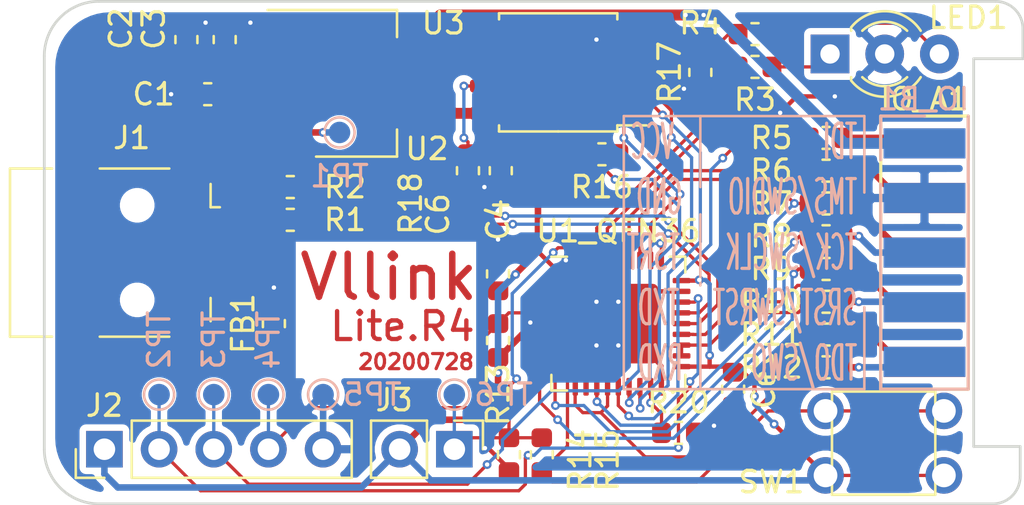
<source format=kicad_pcb>
(kicad_pcb (version 20171130) (host pcbnew "(5.1.5)-3")

  (general
    (thickness 1.6)
    (drawings 27)
    (tracks 460)
    (zones 0)
    (modules 42)
    (nets 40)
  )

  (page A4)
  (layers
    (0 F.Cu signal)
    (31 B.Cu signal)
    (32 B.Adhes user hide)
    (33 F.Adhes user hide)
    (34 B.Paste user)
    (35 F.Paste user hide)
    (36 B.SilkS user hide)
    (37 F.SilkS user hide)
    (38 B.Mask user)
    (39 F.Mask user hide)
    (40 Dwgs.User user hide)
    (41 Cmts.User user hide)
    (42 Eco1.User user hide)
    (43 Eco2.User user hide)
    (44 Edge.Cuts user)
    (45 Margin user hide)
    (46 B.CrtYd user hide)
    (47 F.CrtYd user)
    (48 B.Fab user hide)
    (49 F.Fab user hide)
  )

  (setup
    (last_trace_width 0.1524)
    (user_trace_width 0.1524)
    (user_trace_width 0.2032)
    (user_trace_width 0.3048)
    (user_trace_width 0.4064)
    (user_trace_width 0.508)
    (user_trace_width 0.6096)
    (trace_clearance 0.1016)
    (zone_clearance 0.3048)
    (zone_45_only no)
    (trace_min 0.1016)
    (via_size 0.4064)
    (via_drill 0.2032)
    (via_min_size 0.4064)
    (via_min_drill 0.2032)
    (uvia_size 0.3048)
    (uvia_drill 0.1016)
    (uvias_allowed no)
    (uvia_min_size 0.3048)
    (uvia_min_drill 0.1016)
    (edge_width 0.05)
    (segment_width 0.2)
    (pcb_text_width 0.3)
    (pcb_text_size 1.5 1.5)
    (mod_edge_width 0.12)
    (mod_text_size 1 1)
    (mod_text_width 0.15)
    (pad_size 1.524 1.524)
    (pad_drill 0.762)
    (pad_to_mask_clearance 0.051)
    (solder_mask_min_width 0.25)
    (aux_axis_origin 88.392 99.314)
    (grid_origin 88.392 99.314)
    (visible_elements 7FFFFFFF)
    (pcbplotparams
      (layerselection 0x010fc_ffffffff)
      (usegerberextensions false)
      (usegerberattributes false)
      (usegerberadvancedattributes false)
      (creategerberjobfile true)
      (excludeedgelayer true)
      (linewidth 0.150000)
      (plotframeref false)
      (viasonmask false)
      (mode 1)
      (useauxorigin false)
      (hpglpennumber 1)
      (hpglpenspeed 20)
      (hpglpendiameter 15.000000)
      (psnegative false)
      (psa4output false)
      (plotreference true)
      (plotvalue true)
      (plotinvisibletext false)
      (padsonsilk false)
      (subtractmaskfromsilk false)
      (outputformat 1)
      (mirror false)
      (drillshape 0)
      (scaleselection 1)
      (outputdirectory "gerber/"))
  )

  (net 0 "")
  (net 1 GND)
  (net 2 /USB_5V)
  (net 3 /VCC)
  (net 4 /RST)
  (net 5 "Net-(FB1-Pad1)")
  (net 6 "Net-(IO_A1-Pad5)")
  (net 7 "Net-(IO_A1-Pad4)")
  (net 8 "Net-(IO_A1-Pad3)")
  (net 9 "Net-(IO_A1-Pad2)")
  (net 10 "Net-(IO_A1-Pad1)")
  (net 11 "Net-(IO_B1-Pad5)")
  (net 12 "Net-(IO_B1-Pad4)")
  (net 13 "Net-(IO_B1-Pad3)")
  (net 14 "Net-(J1-Pad3)")
  (net 15 "Net-(J1-Pad2)")
  (net 16 /SPI1_MOSI)
  (net 17 /SPI1_MISO)
  (net 18 /BOOT0)
  (net 19 "Net-(LED1-Pad3)")
  (net 20 "Net-(LED1-Pad1)")
  (net 21 /USBD_DP)
  (net 22 /USBD_DM)
  (net 23 /LED_R)
  (net 24 /LED_G)
  (net 25 /SPI00_MOSI)
  (net 26 /SPI01_MISO)
  (net 27 /SPI0_CLK)
  (net 28 /IO_TRST)
  (net 29 /IO_RST)
  (net 30 /CK_OUT)
  (net 31 /SPI00_MISO)
  (net 32 /RXD)
  (net 33 /KEY)
  (net 34 /SPI1_CLK)
  (net 35 /SPI1_CS)
  (net 36 "Net-(R17-Pad2)")
  (net 37 "Net-(R18-Pad2)")
  (net 38 /SWCLK)
  (net 39 /SWDIO)

  (net_class Default 这是默认网络类。
    (clearance 0.1016)
    (trace_width 0.1016)
    (via_dia 0.4064)
    (via_drill 0.2032)
    (uvia_dia 0.3048)
    (uvia_drill 0.1016)
    (diff_pair_width 0.1016)
    (diff_pair_gap 0.1016)
    (add_net /BOOT0)
    (add_net /CK_OUT)
    (add_net /IO_RST)
    (add_net /IO_TRST)
    (add_net /KEY)
    (add_net /LED_G)
    (add_net /LED_R)
    (add_net /RST)
    (add_net /RXD)
    (add_net /SPI00_MISO)
    (add_net /SPI00_MOSI)
    (add_net /SPI01_MISO)
    (add_net /SPI0_CLK)
    (add_net /SPI1_CLK)
    (add_net /SPI1_CS)
    (add_net /SPI1_MISO)
    (add_net /SPI1_MOSI)
    (add_net /SWCLK)
    (add_net /SWDIO)
    (add_net /USBD_DM)
    (add_net /USBD_DP)
    (add_net /USB_5V)
    (add_net /VCC)
    (add_net GND)
    (add_net "Net-(FB1-Pad1)")
    (add_net "Net-(IO_A1-Pad1)")
    (add_net "Net-(IO_A1-Pad2)")
    (add_net "Net-(IO_A1-Pad3)")
    (add_net "Net-(IO_A1-Pad4)")
    (add_net "Net-(IO_A1-Pad5)")
    (add_net "Net-(IO_B1-Pad3)")
    (add_net "Net-(IO_B1-Pad4)")
    (add_net "Net-(IO_B1-Pad5)")
    (add_net "Net-(J1-Pad2)")
    (add_net "Net-(J1-Pad3)")
    (add_net "Net-(LED1-Pad1)")
    (add_net "Net-(LED1-Pad3)")
    (add_net "Net-(R17-Pad2)")
    (add_net "Net-(R18-Pad2)")
  )

  (module Package_DFN_QFN:QFN-36-1EP_6x6mm_P0.5mm_EP3.7x3.7mm (layer F.Cu) (tedit 5B4E85CF) (tstamp 5F2BEAA5)
    (at 115.316 114.554)
    (descr "QFN, 36 Pin (http://ww1.microchip.com/downloads/en/DeviceDoc/36L_QFN_6x6_with_3_7x3_7_EP_Punch_Dimpled_4E_C04-0241A.pdf), generated with kicad-footprint-generator ipc_dfn_qfn_generator.py")
    (tags "QFN DFN_QFN")
    (path /5F1FD4F6)
    (attr smd)
    (fp_text reference U1_QFN36 (at 0 -4.3) (layer F.SilkS)
      (effects (font (size 1 1) (thickness 0.15)))
    )
    (fp_text value GD32E103Tx (at 0 4.3) (layer F.Fab)
      (effects (font (size 1 1) (thickness 0.15)))
    )
    (fp_text user %R (at 0 0) (layer F.Fab)
      (effects (font (size 1 1) (thickness 0.15)))
    )
    (fp_line (start 3.6 -3.6) (end -3.6 -3.6) (layer F.CrtYd) (width 0.05))
    (fp_line (start 3.6 3.6) (end 3.6 -3.6) (layer F.CrtYd) (width 0.05))
    (fp_line (start -3.6 3.6) (end 3.6 3.6) (layer F.CrtYd) (width 0.05))
    (fp_line (start -3.6 -3.6) (end -3.6 3.6) (layer F.CrtYd) (width 0.05))
    (fp_line (start -3 -2) (end -2 -3) (layer F.Fab) (width 0.1))
    (fp_line (start -3 3) (end -3 -2) (layer F.Fab) (width 0.1))
    (fp_line (start 3 3) (end -3 3) (layer F.Fab) (width 0.1))
    (fp_line (start 3 -3) (end 3 3) (layer F.Fab) (width 0.1))
    (fp_line (start -2 -3) (end 3 -3) (layer F.Fab) (width 0.1))
    (fp_line (start -2.385 -3.11) (end -3.11 -3.11) (layer F.SilkS) (width 0.12))
    (fp_line (start 3.11 3.11) (end 3.11 2.385) (layer F.SilkS) (width 0.12))
    (fp_line (start 2.385 3.11) (end 3.11 3.11) (layer F.SilkS) (width 0.12))
    (fp_line (start -3.11 3.11) (end -3.11 2.385) (layer F.SilkS) (width 0.12))
    (fp_line (start -2.385 3.11) (end -3.11 3.11) (layer F.SilkS) (width 0.12))
    (fp_line (start 3.11 -3.11) (end 3.11 -2.385) (layer F.SilkS) (width 0.12))
    (fp_line (start 2.385 -3.11) (end 3.11 -3.11) (layer F.SilkS) (width 0.12))
    (pad 36 smd roundrect (at -2 -2.9375) (size 0.25 0.825) (layers F.Cu F.Paste F.Mask) (roundrect_rratio 0.25)
      (net 1 GND))
    (pad 35 smd roundrect (at -1.5 -2.9375) (size 0.25 0.825) (layers F.Cu F.Paste F.Mask) (roundrect_rratio 0.25)
      (net 18 /BOOT0))
    (pad 34 smd roundrect (at -1 -2.9375) (size 0.25 0.825) (layers F.Cu F.Paste F.Mask) (roundrect_rratio 0.25)
      (net 24 /LED_G))
    (pad 33 smd roundrect (at -0.5 -2.9375) (size 0.25 0.825) (layers F.Cu F.Paste F.Mask) (roundrect_rratio 0.25)
      (net 23 /LED_R))
    (pad 32 smd roundrect (at 0 -2.9375) (size 0.25 0.825) (layers F.Cu F.Paste F.Mask) (roundrect_rratio 0.25)
      (net 26 /SPI01_MISO))
    (pad 31 smd roundrect (at 0.5 -2.9375) (size 0.25 0.825) (layers F.Cu F.Paste F.Mask) (roundrect_rratio 0.25)
      (net 26 /SPI01_MISO))
    (pad 30 smd roundrect (at 1 -2.9375) (size 0.25 0.825) (layers F.Cu F.Paste F.Mask) (roundrect_rratio 0.25)
      (net 27 /SPI0_CLK))
    (pad 29 smd roundrect (at 1.5 -2.9375) (size 0.25 0.825) (layers F.Cu F.Paste F.Mask) (roundrect_rratio 0.25)
      (net 35 /SPI1_CS))
    (pad 28 smd roundrect (at 2 -2.9375) (size 0.25 0.825) (layers F.Cu F.Paste F.Mask) (roundrect_rratio 0.25)
      (net 38 /SWCLK))
    (pad 27 smd roundrect (at 2.9375 -2) (size 0.825 0.25) (layers F.Cu F.Paste F.Mask) (roundrect_rratio 0.25)
      (net 3 /VCC))
    (pad 26 smd roundrect (at 2.9375 -1.5) (size 0.825 0.25) (layers F.Cu F.Paste F.Mask) (roundrect_rratio 0.25)
      (net 1 GND))
    (pad 25 smd roundrect (at 2.9375 -1) (size 0.825 0.25) (layers F.Cu F.Paste F.Mask) (roundrect_rratio 0.25)
      (net 39 /SWDIO))
    (pad 24 smd roundrect (at 2.9375 -0.5) (size 0.825 0.25) (layers F.Cu F.Paste F.Mask) (roundrect_rratio 0.25)
      (net 21 /USBD_DP))
    (pad 23 smd roundrect (at 2.9375 0) (size 0.825 0.25) (layers F.Cu F.Paste F.Mask) (roundrect_rratio 0.25)
      (net 22 /USBD_DM))
    (pad 22 smd roundrect (at 2.9375 0.5) (size 0.825 0.25) (layers F.Cu F.Paste F.Mask) (roundrect_rratio 0.25)
      (net 32 /RXD))
    (pad 21 smd roundrect (at 2.9375 1) (size 0.825 0.25) (layers F.Cu F.Paste F.Mask) (roundrect_rratio 0.25)
      (net 30 /CK_OUT))
    (pad 20 smd roundrect (at 2.9375 1.5) (size 0.825 0.25) (layers F.Cu F.Paste F.Mask) (roundrect_rratio 0.25)
      (net 30 /CK_OUT))
    (pad 19 smd roundrect (at 2.9375 2) (size 0.825 0.25) (layers F.Cu F.Paste F.Mask) (roundrect_rratio 0.25)
      (net 3 /VCC))
    (pad 18 smd roundrect (at 2 2.9375) (size 0.25 0.825) (layers F.Cu F.Paste F.Mask) (roundrect_rratio 0.25)
      (net 1 GND))
    (pad 17 smd roundrect (at 1.5 2.9375) (size 0.25 0.825) (layers F.Cu F.Paste F.Mask) (roundrect_rratio 0.25)
      (net 16 /SPI1_MOSI))
    (pad 16 smd roundrect (at 1 2.9375) (size 0.25 0.825) (layers F.Cu F.Paste F.Mask) (roundrect_rratio 0.25)
      (net 17 /SPI1_MISO))
    (pad 15 smd roundrect (at 0.5 2.9375) (size 0.25 0.825) (layers F.Cu F.Paste F.Mask) (roundrect_rratio 0.25)
      (net 34 /SPI1_CLK))
    (pad 14 smd roundrect (at 0 2.9375) (size 0.25 0.825) (layers F.Cu F.Paste F.Mask) (roundrect_rratio 0.25)
      (net 25 /SPI00_MOSI))
    (pad 13 smd roundrect (at -0.5 2.9375) (size 0.25 0.825) (layers F.Cu F.Paste F.Mask) (roundrect_rratio 0.25)
      (net 31 /SPI00_MISO))
    (pad 12 smd roundrect (at -1 2.9375) (size 0.25 0.825) (layers F.Cu F.Paste F.Mask) (roundrect_rratio 0.25)
      (net 27 /SPI0_CLK))
    (pad 11 smd roundrect (at -1.5 2.9375) (size 0.25 0.825) (layers F.Cu F.Paste F.Mask) (roundrect_rratio 0.25)
      (net 33 /KEY))
    (pad 10 smd roundrect (at -2 2.9375) (size 0.25 0.825) (layers F.Cu F.Paste F.Mask) (roundrect_rratio 0.25)
      (net 31 /SPI00_MISO))
    (pad 9 smd roundrect (at -2.9375 2) (size 0.825 0.25) (layers F.Cu F.Paste F.Mask) (roundrect_rratio 0.25)
      (net 28 /IO_TRST))
    (pad 8 smd roundrect (at -2.9375 1.5) (size 0.825 0.25) (layers F.Cu F.Paste F.Mask) (roundrect_rratio 0.25)
      (net 28 /IO_TRST))
    (pad 7 smd roundrect (at -2.9375 1) (size 0.825 0.25) (layers F.Cu F.Paste F.Mask) (roundrect_rratio 0.25)
      (net 29 /IO_RST))
    (pad 6 smd roundrect (at -2.9375 0.5) (size 0.825 0.25) (layers F.Cu F.Paste F.Mask) (roundrect_rratio 0.25)
      (net 3 /VCC))
    (pad 5 smd roundrect (at -2.9375 0) (size 0.825 0.25) (layers F.Cu F.Paste F.Mask) (roundrect_rratio 0.25)
      (net 1 GND))
    (pad 4 smd roundrect (at -2.9375 -0.5) (size 0.825 0.25) (layers F.Cu F.Paste F.Mask) (roundrect_rratio 0.25)
      (net 4 /RST))
    (pad 3 smd roundrect (at -2.9375 -1) (size 0.825 0.25) (layers F.Cu F.Paste F.Mask) (roundrect_rratio 0.25))
    (pad 2 smd roundrect (at -2.9375 -1.5) (size 0.825 0.25) (layers F.Cu F.Paste F.Mask) (roundrect_rratio 0.25))
    (pad 1 smd roundrect (at -2.9375 -2) (size 0.825 0.25) (layers F.Cu F.Paste F.Mask) (roundrect_rratio 0.25)
      (net 3 /VCC))
    (pad "" smd roundrect (at 1.23 1.23) (size 0.99 0.99) (layers F.Paste) (roundrect_rratio 0.25))
    (pad "" smd roundrect (at 1.23 0) (size 0.99 0.99) (layers F.Paste) (roundrect_rratio 0.25))
    (pad "" smd roundrect (at 1.23 -1.23) (size 0.99 0.99) (layers F.Paste) (roundrect_rratio 0.25))
    (pad "" smd roundrect (at 0 1.23) (size 0.99 0.99) (layers F.Paste) (roundrect_rratio 0.25))
    (pad "" smd roundrect (at 0 0) (size 0.99 0.99) (layers F.Paste) (roundrect_rratio 0.25))
    (pad "" smd roundrect (at 0 -1.23) (size 0.99 0.99) (layers F.Paste) (roundrect_rratio 0.25))
    (pad "" smd roundrect (at -1.23 1.23) (size 0.99 0.99) (layers F.Paste) (roundrect_rratio 0.25))
    (pad "" smd roundrect (at -1.23 0) (size 0.99 0.99) (layers F.Paste) (roundrect_rratio 0.25))
    (pad "" smd roundrect (at -1.23 -1.23) (size 0.99 0.99) (layers F.Paste) (roundrect_rratio 0.25))
    (pad 37 smd roundrect (at 0 0) (size 3.7 3.7) (layers F.Cu F.Mask) (roundrect_rratio 0.067568)
      (net 1 GND))
    (model ${KISYS3DMOD}/Package_DFN_QFN.3dshapes/QFN-36-1EP_6x6mm_P0.5mm_EP3.7x3.7mm.wrl
      (at (xyz 0 0 0))
      (scale (xyz 1 1 1))
      (rotate (xyz 0 0 0))
    )
  )

  (module Resistor_SMD:R_0603_1608Metric (layer F.Cu) (tedit 5B301BBD) (tstamp 5F2BE988)
    (at 118.11 119.634)
    (descr "Resistor SMD 0603 (1608 Metric), square (rectangular) end terminal, IPC_7351 nominal, (Body size source: http://www.tortai-tech.com/upload/download/2011102023233369053.pdf), generated with kicad-footprint-generator")
    (tags resistor)
    (path /5F29A4BA)
    (attr smd)
    (fp_text reference R20 (at 0 -1.43) (layer F.SilkS)
      (effects (font (size 1 1) (thickness 0.15)))
    )
    (fp_text value 10k (at 0 1.43) (layer F.Fab)
      (effects (font (size 1 1) (thickness 0.15)))
    )
    (fp_text user %R (at 0 0) (layer F.Fab)
      (effects (font (size 0.4 0.4) (thickness 0.06)))
    )
    (fp_line (start 1.48 0.73) (end -1.48 0.73) (layer F.CrtYd) (width 0.05))
    (fp_line (start 1.48 -0.73) (end 1.48 0.73) (layer F.CrtYd) (width 0.05))
    (fp_line (start -1.48 -0.73) (end 1.48 -0.73) (layer F.CrtYd) (width 0.05))
    (fp_line (start -1.48 0.73) (end -1.48 -0.73) (layer F.CrtYd) (width 0.05))
    (fp_line (start -0.162779 0.51) (end 0.162779 0.51) (layer F.SilkS) (width 0.12))
    (fp_line (start -0.162779 -0.51) (end 0.162779 -0.51) (layer F.SilkS) (width 0.12))
    (fp_line (start 0.8 0.4) (end -0.8 0.4) (layer F.Fab) (width 0.1))
    (fp_line (start 0.8 -0.4) (end 0.8 0.4) (layer F.Fab) (width 0.1))
    (fp_line (start -0.8 -0.4) (end 0.8 -0.4) (layer F.Fab) (width 0.1))
    (fp_line (start -0.8 0.4) (end -0.8 -0.4) (layer F.Fab) (width 0.1))
    (pad 2 smd roundrect (at 0.7875 0) (size 0.875 0.95) (layers F.Cu F.Paste F.Mask) (roundrect_rratio 0.25)
      (net 1 GND))
    (pad 1 smd roundrect (at -0.7875 0) (size 0.875 0.95) (layers F.Cu F.Paste F.Mask) (roundrect_rratio 0.25)
      (net 16 /SPI1_MOSI))
    (model ${KISYS3DMOD}/Resistor_SMD.3dshapes/R_0603_1608Metric.wrl
      (at (xyz 0 0 0))
      (scale (xyz 1 1 1))
      (rotate (xyz 0 0 0))
    )
  )

  (module vllogic:SOIC-8_P1.27mm_Common (layer F.Cu) (tedit 5EA54AA1) (tstamp 5DD7C771)
    (at 112.522 102.87 180)
    (descr "SOIC, 8 Pin")
    (tags "SOIC SO")
    (path /5DD56EF8)
    (attr smd)
    (fp_text reference U3 (at 5.334 2.286) (layer F.SilkS)
      (effects (font (size 1 1) (thickness 0.15)))
    )
    (fp_text value W25Q64 (at 0 3.59) (layer F.Fab)
      (effects (font (size 1 1) (thickness 0.15)))
    )
    (fp_line (start 0 2.7475) (end 2.7475 2.7475) (layer F.SilkS) (width 0.12))
    (fp_line (start 2.7475 2.7475) (end 2.7475 2.465) (layer F.SilkS) (width 0.12))
    (fp_line (start 0 2.7475) (end -2.7475 2.7475) (layer F.SilkS) (width 0.12))
    (fp_line (start -2.7475 2.7475) (end -2.7475 2.465) (layer F.SilkS) (width 0.12))
    (fp_line (start 0 -2.7475) (end 2.7475 -2.7475) (layer F.SilkS) (width 0.12))
    (fp_line (start 2.7475 -2.7475) (end 2.7475 -2.465) (layer F.SilkS) (width 0.12))
    (fp_line (start 0 -2.7475) (end -2.7475 -2.7475) (layer F.SilkS) (width 0.12))
    (fp_line (start -2.7475 -2.7475) (end -2.7475 -2.465) (layer F.SilkS) (width 0.12))
    (fp_line (start -2.7475 -2.465) (end -4.1 -2.465) (layer F.SilkS) (width 0.12))
    (fp_line (start -1.6375 -2.6375) (end 2.6375 -2.6375) (layer F.Fab) (width 0.1))
    (fp_line (start 2.6375 -2.6375) (end 2.6375 2.6375) (layer F.Fab) (width 0.1))
    (fp_line (start 2.6375 2.6375) (end -2.6375 2.6375) (layer F.Fab) (width 0.1))
    (fp_line (start -2.6375 2.6375) (end -2.6375 -1.6375) (layer F.Fab) (width 0.1))
    (fp_line (start -2.6375 -1.6375) (end -1.6375 -2.6375) (layer F.Fab) (width 0.1))
    (fp_line (start -4.2 -2.89) (end -4.2 2.89) (layer F.CrtYd) (width 0.05))
    (fp_line (start -4.2 2.89) (end 4.2 2.88) (layer F.CrtYd) (width 0.05))
    (fp_line (start 4.2 2.88) (end 4.2 -2.9) (layer F.CrtYd) (width 0.05))
    (fp_line (start 4.2 -2.9) (end -4.2 -2.89) (layer F.CrtYd) (width 0.05))
    (fp_text user %R (at 0 0) (layer F.Fab)
      (effects (font (size 1 1) (thickness 0.15)))
    )
    (pad 1 smd roundrect (at -3.1 -1.905 180) (size 2 0.6) (layers F.Cu F.Paste F.Mask) (roundrect_rratio 0.25)
      (net 35 /SPI1_CS))
    (pad 2 smd roundrect (at -3.1 -0.635 180) (size 2 0.6) (layers F.Cu F.Paste F.Mask) (roundrect_rratio 0.25)
      (net 17 /SPI1_MISO))
    (pad 3 smd roundrect (at -3.1 0.635 180) (size 2 0.6) (layers F.Cu F.Paste F.Mask) (roundrect_rratio 0.25)
      (net 36 "Net-(R17-Pad2)"))
    (pad 4 smd roundrect (at -3.1 1.905 180) (size 2 0.6) (layers F.Cu F.Paste F.Mask) (roundrect_rratio 0.25)
      (net 1 GND))
    (pad 5 smd roundrect (at 3.1 1.905 180) (size 2 0.6) (layers F.Cu F.Paste F.Mask) (roundrect_rratio 0.25)
      (net 16 /SPI1_MOSI))
    (pad 6 smd roundrect (at 3.1 0.635 180) (size 2 0.6) (layers F.Cu F.Paste F.Mask) (roundrect_rratio 0.25)
      (net 34 /SPI1_CLK))
    (pad 7 smd roundrect (at 3.1 -0.635 180) (size 2 0.6) (layers F.Cu F.Paste F.Mask) (roundrect_rratio 0.25)
      (net 37 "Net-(R18-Pad2)"))
    (pad 8 smd roundrect (at 3.1 -1.905 180) (size 2 0.6) (layers F.Cu F.Paste F.Mask) (roundrect_rratio 0.25)
      (net 3 /VCC))
  )

  (module Resistor_SMD:R_0603_1608Metric (layer F.Cu) (tedit 5B301BBD) (tstamp 5F1F7852)
    (at 108.331 107.442 90)
    (descr "Resistor SMD 0603 (1608 Metric), square (rectangular) end terminal, IPC_7351 nominal, (Body size source: http://www.tortai-tech.com/upload/download/2011102023233369053.pdf), generated with kicad-footprint-generator")
    (tags resistor)
    (path /5F215BE8)
    (attr smd)
    (fp_text reference R18 (at -1.524 -2.667 90) (layer F.SilkS)
      (effects (font (size 1 1) (thickness 0.15)))
    )
    (fp_text value 10k (at 0 1.43 90) (layer F.Fab)
      (effects (font (size 1 1) (thickness 0.15)))
    )
    (fp_text user %R (at 0 0 90) (layer F.Fab)
      (effects (font (size 0.4 0.4) (thickness 0.06)))
    )
    (fp_line (start 1.48 0.73) (end -1.48 0.73) (layer F.CrtYd) (width 0.05))
    (fp_line (start 1.48 -0.73) (end 1.48 0.73) (layer F.CrtYd) (width 0.05))
    (fp_line (start -1.48 -0.73) (end 1.48 -0.73) (layer F.CrtYd) (width 0.05))
    (fp_line (start -1.48 0.73) (end -1.48 -0.73) (layer F.CrtYd) (width 0.05))
    (fp_line (start -0.162779 0.51) (end 0.162779 0.51) (layer F.SilkS) (width 0.12))
    (fp_line (start -0.162779 -0.51) (end 0.162779 -0.51) (layer F.SilkS) (width 0.12))
    (fp_line (start 0.8 0.4) (end -0.8 0.4) (layer F.Fab) (width 0.1))
    (fp_line (start 0.8 -0.4) (end 0.8 0.4) (layer F.Fab) (width 0.1))
    (fp_line (start -0.8 -0.4) (end 0.8 -0.4) (layer F.Fab) (width 0.1))
    (fp_line (start -0.8 0.4) (end -0.8 -0.4) (layer F.Fab) (width 0.1))
    (pad 2 smd roundrect (at 0.7875 0 90) (size 0.875 0.95) (layers F.Cu F.Paste F.Mask) (roundrect_rratio 0.25)
      (net 37 "Net-(R18-Pad2)"))
    (pad 1 smd roundrect (at -0.7875 0 90) (size 0.875 0.95) (layers F.Cu F.Paste F.Mask) (roundrect_rratio 0.25)
      (net 1 GND))
  )

  (module Resistor_SMD:R_0603_1608Metric (layer F.Cu) (tedit 5B301BBD) (tstamp 5F1F7841)
    (at 119.126 102.87 90)
    (descr "Resistor SMD 0603 (1608 Metric), square (rectangular) end terminal, IPC_7351 nominal, (Body size source: http://www.tortai-tech.com/upload/download/2011102023233369053.pdf), generated with kicad-footprint-generator")
    (tags resistor)
    (path /5F214DCE)
    (attr smd)
    (fp_text reference R17 (at 0 -1.43 90) (layer F.SilkS)
      (effects (font (size 1 1) (thickness 0.15)))
    )
    (fp_text value 10k (at 0 1.43 90) (layer F.Fab)
      (effects (font (size 1 1) (thickness 0.15)))
    )
    (fp_text user %R (at 0 0 90) (layer F.Fab)
      (effects (font (size 0.4 0.4) (thickness 0.06)))
    )
    (fp_line (start 1.48 0.73) (end -1.48 0.73) (layer F.CrtYd) (width 0.05))
    (fp_line (start 1.48 -0.73) (end 1.48 0.73) (layer F.CrtYd) (width 0.05))
    (fp_line (start -1.48 -0.73) (end 1.48 -0.73) (layer F.CrtYd) (width 0.05))
    (fp_line (start -1.48 0.73) (end -1.48 -0.73) (layer F.CrtYd) (width 0.05))
    (fp_line (start -0.162779 0.51) (end 0.162779 0.51) (layer F.SilkS) (width 0.12))
    (fp_line (start -0.162779 -0.51) (end 0.162779 -0.51) (layer F.SilkS) (width 0.12))
    (fp_line (start 0.8 0.4) (end -0.8 0.4) (layer F.Fab) (width 0.1))
    (fp_line (start 0.8 -0.4) (end 0.8 0.4) (layer F.Fab) (width 0.1))
    (fp_line (start -0.8 -0.4) (end 0.8 -0.4) (layer F.Fab) (width 0.1))
    (fp_line (start -0.8 0.4) (end -0.8 -0.4) (layer F.Fab) (width 0.1))
    (pad 2 smd roundrect (at 0.7875 0 90) (size 0.875 0.95) (layers F.Cu F.Paste F.Mask) (roundrect_rratio 0.25)
      (net 36 "Net-(R17-Pad2)"))
    (pad 1 smd roundrect (at -0.7875 0 90) (size 0.875 0.95) (layers F.Cu F.Paste F.Mask) (roundrect_rratio 0.25)
      (net 1 GND))
  )

  (module Connector_PinHeader_2.54mm:PinHeader_1x05_P2.54mm_Vertical (layer F.Cu) (tedit 59FED5CC) (tstamp 5DD7C5A0)
    (at 91.44 120.396 90)
    (descr "Through hole straight pin header, 1x05, 2.54mm pitch, single row")
    (tags "Through hole pin header THT 1x05 2.54mm single row")
    (path /5DE85C8C)
    (fp_text reference J2 (at 2.032 0 180) (layer F.SilkS)
      (effects (font (size 1 1) (thickness 0.15)))
    )
    (fp_text value Conn_01x05 (at 0 12.49 90) (layer F.Fab)
      (effects (font (size 1 1) (thickness 0.15)))
    )
    (fp_text user %R (at 0 5.08) (layer F.Fab)
      (effects (font (size 1 1) (thickness 0.15)))
    )
    (fp_line (start 1.8 -1.8) (end -1.8 -1.8) (layer F.CrtYd) (width 0.05))
    (fp_line (start 1.8 11.95) (end 1.8 -1.8) (layer F.CrtYd) (width 0.05))
    (fp_line (start -1.8 11.95) (end 1.8 11.95) (layer F.CrtYd) (width 0.05))
    (fp_line (start -1.8 -1.8) (end -1.8 11.95) (layer F.CrtYd) (width 0.05))
    (fp_line (start -1.33 -1.33) (end 0 -1.33) (layer F.SilkS) (width 0.12))
    (fp_line (start -1.33 0) (end -1.33 -1.33) (layer F.SilkS) (width 0.12))
    (fp_line (start -1.33 1.27) (end 1.33 1.27) (layer F.SilkS) (width 0.12))
    (fp_line (start 1.33 1.27) (end 1.33 11.49) (layer F.SilkS) (width 0.12))
    (fp_line (start -1.33 1.27) (end -1.33 11.49) (layer F.SilkS) (width 0.12))
    (fp_line (start -1.33 11.49) (end 1.33 11.49) (layer F.SilkS) (width 0.12))
    (fp_line (start -1.27 -0.635) (end -0.635 -1.27) (layer F.Fab) (width 0.1))
    (fp_line (start -1.27 11.43) (end -1.27 -0.635) (layer F.Fab) (width 0.1))
    (fp_line (start 1.27 11.43) (end -1.27 11.43) (layer F.Fab) (width 0.1))
    (fp_line (start 1.27 -1.27) (end 1.27 11.43) (layer F.Fab) (width 0.1))
    (fp_line (start -0.635 -1.27) (end 1.27 -1.27) (layer F.Fab) (width 0.1))
    (pad 5 thru_hole oval (at 0 10.16 90) (size 1.7 1.7) (drill 1) (layers *.Cu *.Mask)
      (net 1 GND))
    (pad 4 thru_hole oval (at 0 7.62 90) (size 1.7 1.7) (drill 1) (layers *.Cu *.Mask)
      (net 4 /RST))
    (pad 3 thru_hole oval (at 0 5.08 90) (size 1.7 1.7) (drill 1) (layers *.Cu *.Mask)
      (net 38 /SWCLK))
    (pad 2 thru_hole oval (at 0 2.54 90) (size 1.7 1.7) (drill 1) (layers *.Cu *.Mask)
      (net 39 /SWDIO))
    (pad 1 thru_hole rect (at 0 0 90) (size 1.7 1.7) (drill 1) (layers *.Cu *.Mask)
      (net 3 /VCC))
  )

  (module vllogic:SW_PUSH_4.5mm_Hxx (layer F.Cu) (tedit 5DD76646) (tstamp 5DD7D7D2)
    (at 124.942 118.614)
    (descr https://www.omron.com/ecb/products/pdf/en-b3f.pdf)
    (tags "tact sw push 6mm")
    (path /5DDEB552)
    (fp_text reference SW1 (at -2.514 3.306) (layer F.SilkS)
      (effects (font (size 1 1) (thickness 0.15)))
    )
    (fp_text value SW_Push (at 2.8 5) (layer F.Fab)
      (effects (font (size 1 1) (thickness 0.15)))
    )
    (fp_line (start 5.1 -0.9) (end 0.3 -0.9) (layer F.SilkS) (width 0.12))
    (fp_line (start 5.1 3.9) (end 5.1 -0.9) (layer F.SilkS) (width 0.12))
    (fp_line (start 0.3 3.9) (end 5.1 3.9) (layer F.SilkS) (width 0.12))
    (fp_line (start 0.3 -0.9) (end 0.3 3.9) (layer F.SilkS) (width 0.12))
    (fp_line (start 5 -0.8) (end 0.4 -0.8) (layer F.CrtYd) (width 0.12))
    (fp_line (start 5 3.8) (end 5 -0.8) (layer F.CrtYd) (width 0.12))
    (fp_line (start 0.4 3.8) (end 5 3.8) (layer F.CrtYd) (width 0.12))
    (fp_line (start 0.4 -0.8) (end 0.4 3.8) (layer F.CrtYd) (width 0.12))
    (fp_text user %R (at 2.921 1.524) (layer F.Fab)
      (effects (font (size 1 1) (thickness 0.15)))
    )
    (pad 1 thru_hole circle (at 5.5 0 90) (size 1.7 1.7) (drill 1.1) (layers *.Cu *.Mask)
      (net 33 /KEY))
    (pad 2 thru_hole circle (at 5.5 3 90) (size 1.7 1.7) (drill 1.1) (layers *.Cu *.Mask)
      (net 3 /VCC))
    (pad 1 thru_hole circle (at 0 0 90) (size 1.7 1.7) (drill 1.1) (layers *.Cu *.Mask)
      (net 33 /KEY))
    (pad 2 thru_hole circle (at 0 3 90) (size 1.7 1.7) (drill 1.1) (layers *.Cu *.Mask)
      (net 3 /VCC))
    (model ${KISYS3DMOD}/Button_Switch_THT.3dshapes/SW_PUSH_6mm.wrl
      (offset (xyz 0 0.45 0))
      (scale (xyz 0.85 0.85 1))
      (rotate (xyz 0 0 0))
    )
  )

  (module Connector_PinHeader_2.54mm:PinHeader_1x02_P2.54mm_Vertical (layer F.Cu) (tedit 59FED5CC) (tstamp 5DD7EEA9)
    (at 107.696 120.396 270)
    (descr "Through hole straight pin header, 1x02, 2.54mm pitch, single row")
    (tags "Through hole pin header THT 1x02 2.54mm single row")
    (path /5DE8CE89)
    (fp_text reference J3 (at -2.286 2.794 180) (layer F.SilkS)
      (effects (font (size 1 1) (thickness 0.15)))
    )
    (fp_text value Conn_01x02 (at 0 4.87 90) (layer F.Fab)
      (effects (font (size 1 1) (thickness 0.15)))
    )
    (fp_text user %R (at 0 1.27) (layer F.Fab)
      (effects (font (size 1 1) (thickness 0.15)))
    )
    (fp_line (start 1.8 -1.8) (end -1.8 -1.8) (layer F.CrtYd) (width 0.05))
    (fp_line (start 1.8 4.35) (end 1.8 -1.8) (layer F.CrtYd) (width 0.05))
    (fp_line (start -1.8 4.35) (end 1.8 4.35) (layer F.CrtYd) (width 0.05))
    (fp_line (start -1.8 -1.8) (end -1.8 4.35) (layer F.CrtYd) (width 0.05))
    (fp_line (start -1.33 -1.33) (end 0 -1.33) (layer F.SilkS) (width 0.12))
    (fp_line (start -1.33 0) (end -1.33 -1.33) (layer F.SilkS) (width 0.12))
    (fp_line (start -1.33 1.27) (end 1.33 1.27) (layer F.SilkS) (width 0.12))
    (fp_line (start 1.33 1.27) (end 1.33 3.87) (layer F.SilkS) (width 0.12))
    (fp_line (start -1.33 1.27) (end -1.33 3.87) (layer F.SilkS) (width 0.12))
    (fp_line (start -1.33 3.87) (end 1.33 3.87) (layer F.SilkS) (width 0.12))
    (fp_line (start -1.27 -0.635) (end -0.635 -1.27) (layer F.Fab) (width 0.1))
    (fp_line (start -1.27 3.81) (end -1.27 -0.635) (layer F.Fab) (width 0.1))
    (fp_line (start 1.27 3.81) (end -1.27 3.81) (layer F.Fab) (width 0.1))
    (fp_line (start 1.27 -1.27) (end 1.27 3.81) (layer F.Fab) (width 0.1))
    (fp_line (start -0.635 -1.27) (end 1.27 -1.27) (layer F.Fab) (width 0.1))
    (pad 2 thru_hole oval (at 0 2.54 270) (size 1.7 1.7) (drill 1) (layers *.Cu *.Mask)
      (net 3 /VCC))
    (pad 1 thru_hole rect (at 0 0 270) (size 1.7 1.7) (drill 1) (layers *.Cu *.Mask)
      (net 18 /BOOT0))
  )

  (module Package_TO_SOT_SMD:SOT-223-3_TabPin2 (layer F.Cu) (tedit 5A02FF57) (tstamp 5DD7C752)
    (at 103.124 103.378)
    (descr "module CMS SOT223 4 pins")
    (tags "CMS SOT")
    (path /5DDC0CA4)
    (attr smd)
    (fp_text reference U2 (at 3.302 3.048) (layer F.SilkS)
      (effects (font (size 1 1) (thickness 0.15)))
    )
    (fp_text value AP1117-33 (at 0 4.5) (layer F.Fab)
      (effects (font (size 1 1) (thickness 0.15)))
    )
    (fp_line (start 1.85 -3.35) (end 1.85 3.35) (layer F.Fab) (width 0.1))
    (fp_line (start -1.85 3.35) (end 1.85 3.35) (layer F.Fab) (width 0.1))
    (fp_line (start -4.1 -3.41) (end 1.91 -3.41) (layer F.SilkS) (width 0.12))
    (fp_line (start -0.85 -3.35) (end 1.85 -3.35) (layer F.Fab) (width 0.1))
    (fp_line (start -1.85 3.41) (end 1.91 3.41) (layer F.SilkS) (width 0.12))
    (fp_line (start -1.85 -2.35) (end -1.85 3.35) (layer F.Fab) (width 0.1))
    (fp_line (start -1.85 -2.35) (end -0.85 -3.35) (layer F.Fab) (width 0.1))
    (fp_line (start -4.4 -3.6) (end -4.4 3.6) (layer F.CrtYd) (width 0.05))
    (fp_line (start -4.4 3.6) (end 4.4 3.6) (layer F.CrtYd) (width 0.05))
    (fp_line (start 4.4 3.6) (end 4.4 -3.6) (layer F.CrtYd) (width 0.05))
    (fp_line (start 4.4 -3.6) (end -4.4 -3.6) (layer F.CrtYd) (width 0.05))
    (fp_line (start 1.91 -3.41) (end 1.91 -2.15) (layer F.SilkS) (width 0.12))
    (fp_line (start 1.91 3.41) (end 1.91 2.15) (layer F.SilkS) (width 0.12))
    (fp_text user %R (at 0 0 90) (layer F.Fab)
      (effects (font (size 0.8 0.8) (thickness 0.12)))
    )
    (pad 1 smd rect (at -3.15 -2.3) (size 2 1.5) (layers F.Cu F.Paste F.Mask)
      (net 1 GND))
    (pad 3 smd rect (at -3.15 2.3) (size 2 1.5) (layers F.Cu F.Paste F.Mask)
      (net 2 /USB_5V))
    (pad 2 smd rect (at -3.15 0) (size 2 1.5) (layers F.Cu F.Paste F.Mask)
      (net 3 /VCC))
    (pad 2 smd rect (at 3.15 0) (size 2 3.8) (layers F.Cu F.Paste F.Mask)
      (net 3 /VCC))
    (model ${KISYS3DMOD}/Package_TO_SOT_SMD.3dshapes/SOT-223.wrl
      (at (xyz 0 0 0))
      (scale (xyz 1 1 1))
      (rotate (xyz 0 0 0))
    )
  )

  (module TestPoint:TestPoint_Pad_D1.0mm (layer B.Cu) (tedit 5A0F774F) (tstamp 5DD9F74F)
    (at 107.696 117.856)
    (descr "SMD pad as test Point, diameter 1.0mm")
    (tags "test point SMD pad")
    (path /5DE3B23F)
    (attr virtual)
    (fp_text reference TP6 (at 2.286 0 180) (layer B.SilkS)
      (effects (font (size 1 1) (thickness 0.15)) (justify mirror))
    )
    (fp_text value TestPoint (at 0 -1.55) (layer B.Fab)
      (effects (font (size 1 1) (thickness 0.15)) (justify mirror))
    )
    (fp_circle (center 0 0) (end 0 -0.7) (layer B.SilkS) (width 0.12))
    (fp_circle (center 0 0) (end 1 0) (layer B.CrtYd) (width 0.05))
    (fp_text user %R (at 0 1.45) (layer B.Fab)
      (effects (font (size 1 1) (thickness 0.15)) (justify mirror))
    )
    (pad 1 smd circle (at 0 0) (size 1 1) (layers B.Cu B.Mask)
      (net 18 /BOOT0))
  )

  (module TestPoint:TestPoint_Pad_D1.0mm (layer B.Cu) (tedit 5A0F774F) (tstamp 5DD7C724)
    (at 101.6 117.856)
    (descr "SMD pad as test Point, diameter 1.0mm")
    (tags "test point SMD pad")
    (path /5DE37E19)
    (attr virtual)
    (fp_text reference TP5 (at 2.286 0 180) (layer B.SilkS)
      (effects (font (size 1 1) (thickness 0.15)) (justify mirror))
    )
    (fp_text value TestPoint (at 0 -1.55) (layer B.Fab)
      (effects (font (size 1 1) (thickness 0.15)) (justify mirror))
    )
    (fp_circle (center 0 0) (end 0 -0.7) (layer B.SilkS) (width 0.12))
    (fp_circle (center 0 0) (end 1 0) (layer B.CrtYd) (width 0.05))
    (fp_text user %R (at 0 1.45) (layer B.Fab)
      (effects (font (size 1 1) (thickness 0.15)) (justify mirror))
    )
    (pad 1 smd circle (at 0 0) (size 1 1) (layers B.Cu B.Mask)
      (net 1 GND))
  )

  (module TestPoint:TestPoint_Pad_D1.0mm (layer B.Cu) (tedit 5A0F774F) (tstamp 5DD7C71C)
    (at 99.06 117.856)
    (descr "SMD pad as test Point, diameter 1.0mm")
    (tags "test point SMD pad")
    (path /5DE34C33)
    (attr virtual)
    (fp_text reference TP4 (at 0 -2.54 270) (layer B.SilkS)
      (effects (font (size 1 1) (thickness 0.15)) (justify mirror))
    )
    (fp_text value TestPoint (at 0 -1.55) (layer B.Fab)
      (effects (font (size 1 1) (thickness 0.15)) (justify mirror))
    )
    (fp_circle (center 0 0) (end 0 -0.7) (layer B.SilkS) (width 0.12))
    (fp_circle (center 0 0) (end 1 0) (layer B.CrtYd) (width 0.05))
    (fp_text user %R (at 0 1.45) (layer B.Fab)
      (effects (font (size 1 1) (thickness 0.15)) (justify mirror))
    )
    (pad 1 smd circle (at 0 0) (size 1 1) (layers B.Cu B.Mask)
      (net 4 /RST))
  )

  (module TestPoint:TestPoint_Pad_D1.0mm (layer B.Cu) (tedit 5A0F774F) (tstamp 5DD9F846)
    (at 96.52 117.856)
    (descr "SMD pad as test Point, diameter 1.0mm")
    (tags "test point SMD pad")
    (path /5DE319A8)
    (attr virtual)
    (fp_text reference TP3 (at 0 -2.54 270) (layer B.SilkS)
      (effects (font (size 1 1) (thickness 0.15)) (justify mirror))
    )
    (fp_text value TestPoint (at 0 -1.55) (layer B.Fab)
      (effects (font (size 1 1) (thickness 0.15)) (justify mirror))
    )
    (fp_circle (center 0 0) (end 0 -0.7) (layer B.SilkS) (width 0.12))
    (fp_circle (center 0 0) (end 1 0) (layer B.CrtYd) (width 0.05))
    (fp_text user %R (at 0 1.45) (layer B.Fab)
      (effects (font (size 1 1) (thickness 0.15)) (justify mirror))
    )
    (pad 1 smd circle (at 0 0) (size 1 1) (layers B.Cu B.Mask)
      (net 38 /SWCLK))
  )

  (module TestPoint:TestPoint_Pad_D1.0mm (layer B.Cu) (tedit 5A0F774F) (tstamp 5DD7C70C)
    (at 93.98 117.856)
    (descr "SMD pad as test Point, diameter 1.0mm")
    (tags "test point SMD pad")
    (path /5DE2E7DE)
    (attr virtual)
    (fp_text reference TP2 (at 0 -2.54 90) (layer B.SilkS)
      (effects (font (size 1 1) (thickness 0.15)) (justify mirror))
    )
    (fp_text value TestPoint (at 0 -1.55) (layer B.Fab)
      (effects (font (size 1 1) (thickness 0.15)) (justify mirror))
    )
    (fp_circle (center 0 0) (end 0 -0.7) (layer B.SilkS) (width 0.12))
    (fp_circle (center 0 0) (end 1 0) (layer B.CrtYd) (width 0.05))
    (fp_text user %R (at 0 1.45) (layer B.Fab)
      (effects (font (size 1 1) (thickness 0.15)) (justify mirror))
    )
    (pad 1 smd circle (at 0 0) (size 1 1) (layers B.Cu B.Mask)
      (net 39 /SWDIO))
  )

  (module TestPoint:TestPoint_Pad_D1.0mm (layer B.Cu) (tedit 5A0F774F) (tstamp 5DD9FE3E)
    (at 102.362 105.664)
    (descr "SMD pad as test Point, diameter 1.0mm")
    (tags "test point SMD pad")
    (path /5DE2DC45)
    (attr virtual)
    (fp_text reference TP1 (at 0 2.032 180) (layer B.SilkS)
      (effects (font (size 1 1) (thickness 0.15)) (justify mirror))
    )
    (fp_text value TestPoint (at 0 -1.55) (layer B.Fab)
      (effects (font (size 1 1) (thickness 0.15)) (justify mirror))
    )
    (fp_text user %R (at 0 1.45) (layer B.Fab)
      (effects (font (size 1 1) (thickness 0.15)) (justify mirror))
    )
    (fp_circle (center 0 0) (end 1 0) (layer B.CrtYd) (width 0.05))
    (fp_circle (center 0 0) (end 0 -0.7) (layer B.SilkS) (width 0.12))
    (pad 1 smd circle (at 0 0) (size 1 1) (layers B.Cu B.Mask)
      (net 2 /USB_5V))
  )

  (module Resistor_SMD:R_0603_1608Metric (layer F.Cu) (tedit 5B301BBD) (tstamp 5F1FD5ED)
    (at 114.554 106.68)
    (descr "Resistor SMD 0603 (1608 Metric), square (rectangular) end terminal, IPC_7351 nominal, (Body size source: http://www.tortai-tech.com/upload/download/2011102023233369053.pdf), generated with kicad-footprint-generator")
    (tags resistor)
    (path /5DD6D149)
    (attr smd)
    (fp_text reference R16 (at 0 1.524) (layer F.SilkS)
      (effects (font (size 1 1) (thickness 0.15)))
    )
    (fp_text value 10k (at 0 1.43) (layer F.Fab)
      (effects (font (size 1 1) (thickness 0.15)))
    )
    (fp_text user %R (at 0 0) (layer F.Fab)
      (effects (font (size 0.4 0.4) (thickness 0.06)))
    )
    (fp_line (start 1.48 0.73) (end -1.48 0.73) (layer F.CrtYd) (width 0.05))
    (fp_line (start 1.48 -0.73) (end 1.48 0.73) (layer F.CrtYd) (width 0.05))
    (fp_line (start -1.48 -0.73) (end 1.48 -0.73) (layer F.CrtYd) (width 0.05))
    (fp_line (start -1.48 0.73) (end -1.48 -0.73) (layer F.CrtYd) (width 0.05))
    (fp_line (start -0.162779 0.51) (end 0.162779 0.51) (layer F.SilkS) (width 0.12))
    (fp_line (start -0.162779 -0.51) (end 0.162779 -0.51) (layer F.SilkS) (width 0.12))
    (fp_line (start 0.8 0.4) (end -0.8 0.4) (layer F.Fab) (width 0.1))
    (fp_line (start 0.8 -0.4) (end 0.8 0.4) (layer F.Fab) (width 0.1))
    (fp_line (start -0.8 -0.4) (end 0.8 -0.4) (layer F.Fab) (width 0.1))
    (fp_line (start -0.8 0.4) (end -0.8 -0.4) (layer F.Fab) (width 0.1))
    (pad 2 smd roundrect (at 0.7875 0) (size 0.875 0.95) (layers F.Cu F.Paste F.Mask) (roundrect_rratio 0.25)
      (net 35 /SPI1_CS))
    (pad 1 smd roundrect (at -0.7875 0) (size 0.875 0.95) (layers F.Cu F.Paste F.Mask) (roundrect_rratio 0.25)
      (net 3 /VCC))
  )

  (module Resistor_SMD:R_0603_1608Metric (layer F.Cu) (tedit 5B301BBD) (tstamp 5DD7C6C9)
    (at 111.76 120.65 270)
    (descr "Resistor SMD 0603 (1608 Metric), square (rectangular) end terminal, IPC_7351 nominal, (Body size source: http://www.tortai-tech.com/upload/download/2011102023233369053.pdf), generated with kicad-footprint-generator")
    (tags resistor)
    (path /5DDE11E1)
    (attr smd)
    (fp_text reference R15 (at 0.254 -3.048 90) (layer F.SilkS)
      (effects (font (size 1 1) (thickness 0.15)))
    )
    (fp_text value "22, NC" (at 0 1.43 90) (layer F.Fab)
      (effects (font (size 1 1) (thickness 0.15)))
    )
    (fp_text user %R (at 0 0 90) (layer F.Fab)
      (effects (font (size 0.4 0.4) (thickness 0.06)))
    )
    (fp_line (start 1.48 0.73) (end -1.48 0.73) (layer F.CrtYd) (width 0.05))
    (fp_line (start 1.48 -0.73) (end 1.48 0.73) (layer F.CrtYd) (width 0.05))
    (fp_line (start -1.48 -0.73) (end 1.48 -0.73) (layer F.CrtYd) (width 0.05))
    (fp_line (start -1.48 0.73) (end -1.48 -0.73) (layer F.CrtYd) (width 0.05))
    (fp_line (start -0.162779 0.51) (end 0.162779 0.51) (layer F.SilkS) (width 0.12))
    (fp_line (start -0.162779 -0.51) (end 0.162779 -0.51) (layer F.SilkS) (width 0.12))
    (fp_line (start 0.8 0.4) (end -0.8 0.4) (layer F.Fab) (width 0.1))
    (fp_line (start 0.8 -0.4) (end 0.8 0.4) (layer F.Fab) (width 0.1))
    (fp_line (start -0.8 -0.4) (end 0.8 -0.4) (layer F.Fab) (width 0.1))
    (fp_line (start -0.8 0.4) (end -0.8 -0.4) (layer F.Fab) (width 0.1))
    (pad 2 smd roundrect (at 0.7875 0 270) (size 0.875 0.95) (layers F.Cu F.Paste F.Mask) (roundrect_rratio 0.25)
      (net 33 /KEY))
    (pad 1 smd roundrect (at -0.7875 0 270) (size 0.875 0.95) (layers F.Cu F.Paste F.Mask) (roundrect_rratio 0.25)
      (net 18 /BOOT0))
    (model ${KISYS3DMOD}/Resistor_SMD.3dshapes/R_0603_1608Metric.wrl
      (at (xyz 0 0 0))
      (scale (xyz 1 1 1))
      (rotate (xyz 0 0 0))
    )
  )

  (module Resistor_SMD:R_0603_1608Metric (layer F.Cu) (tedit 5B301BBD) (tstamp 5DD9DF09)
    (at 110.236 120.65 270)
    (descr "Resistor SMD 0603 (1608 Metric), square (rectangular) end terminal, IPC_7351 nominal, (Body size source: http://www.tortai-tech.com/upload/download/2011102023233369053.pdf), generated with kicad-footprint-generator")
    (tags resistor)
    (path /5DDD1B69)
    (attr smd)
    (fp_text reference R14 (at 0.254 -3.302 90) (layer F.SilkS)
      (effects (font (size 1 1) (thickness 0.15)))
    )
    (fp_text value 4.7k (at 0 1.43 90) (layer F.Fab)
      (effects (font (size 1 1) (thickness 0.15)))
    )
    (fp_text user %R (at 0 0 90) (layer F.Fab)
      (effects (font (size 0.4 0.4) (thickness 0.06)))
    )
    (fp_line (start 1.48 0.73) (end -1.48 0.73) (layer F.CrtYd) (width 0.05))
    (fp_line (start 1.48 -0.73) (end 1.48 0.73) (layer F.CrtYd) (width 0.05))
    (fp_line (start -1.48 -0.73) (end 1.48 -0.73) (layer F.CrtYd) (width 0.05))
    (fp_line (start -1.48 0.73) (end -1.48 -0.73) (layer F.CrtYd) (width 0.05))
    (fp_line (start -0.162779 0.51) (end 0.162779 0.51) (layer F.SilkS) (width 0.12))
    (fp_line (start -0.162779 -0.51) (end 0.162779 -0.51) (layer F.SilkS) (width 0.12))
    (fp_line (start 0.8 0.4) (end -0.8 0.4) (layer F.Fab) (width 0.1))
    (fp_line (start 0.8 -0.4) (end 0.8 0.4) (layer F.Fab) (width 0.1))
    (fp_line (start -0.8 -0.4) (end 0.8 -0.4) (layer F.Fab) (width 0.1))
    (fp_line (start -0.8 0.4) (end -0.8 -0.4) (layer F.Fab) (width 0.1))
    (pad 2 smd roundrect (at 0.7875 0 270) (size 0.875 0.95) (layers F.Cu F.Paste F.Mask) (roundrect_rratio 0.25)
      (net 1 GND))
    (pad 1 smd roundrect (at -0.7875 0 270) (size 0.875 0.95) (layers F.Cu F.Paste F.Mask) (roundrect_rratio 0.25)
      (net 18 /BOOT0))
    (model ${KISYS3DMOD}/Resistor_SMD.3dshapes/R_0603_1608Metric.wrl
      (at (xyz 0 0 0))
      (scale (xyz 1 1 1))
      (rotate (xyz 0 0 0))
    )
  )

  (module Resistor_SMD:R_0603_1608Metric (layer F.Cu) (tedit 5B301BBD) (tstamp 5DD97496)
    (at 109.728 115.3415 90)
    (descr "Resistor SMD 0603 (1608 Metric), square (rectangular) end terminal, IPC_7351 nominal, (Body size source: http://www.tortai-tech.com/upload/download/2011102023233369053.pdf), generated with kicad-footprint-generator")
    (tags resistor)
    (path /5DDCE74C)
    (attr smd)
    (fp_text reference R13 (at -2.5145 0 90) (layer F.SilkS)
      (effects (font (size 1 1) (thickness 0.15)))
    )
    (fp_text value 4.7k (at 0 1.43 90) (layer F.Fab)
      (effects (font (size 1 1) (thickness 0.15)))
    )
    (fp_text user %R (at 0 0 90) (layer F.Fab)
      (effects (font (size 0.4 0.4) (thickness 0.06)))
    )
    (fp_line (start 1.48 0.73) (end -1.48 0.73) (layer F.CrtYd) (width 0.05))
    (fp_line (start 1.48 -0.73) (end 1.48 0.73) (layer F.CrtYd) (width 0.05))
    (fp_line (start -1.48 -0.73) (end 1.48 -0.73) (layer F.CrtYd) (width 0.05))
    (fp_line (start -1.48 0.73) (end -1.48 -0.73) (layer F.CrtYd) (width 0.05))
    (fp_line (start -0.162779 0.51) (end 0.162779 0.51) (layer F.SilkS) (width 0.12))
    (fp_line (start -0.162779 -0.51) (end 0.162779 -0.51) (layer F.SilkS) (width 0.12))
    (fp_line (start 0.8 0.4) (end -0.8 0.4) (layer F.Fab) (width 0.1))
    (fp_line (start 0.8 -0.4) (end 0.8 0.4) (layer F.Fab) (width 0.1))
    (fp_line (start -0.8 -0.4) (end 0.8 -0.4) (layer F.Fab) (width 0.1))
    (fp_line (start -0.8 0.4) (end -0.8 -0.4) (layer F.Fab) (width 0.1))
    (pad 2 smd roundrect (at 0.7875 0 90) (size 0.875 0.95) (layers F.Cu F.Paste F.Mask) (roundrect_rratio 0.25)
      (net 4 /RST))
    (pad 1 smd roundrect (at -0.7875 0 90) (size 0.875 0.95) (layers F.Cu F.Paste F.Mask) (roundrect_rratio 0.25)
      (net 3 /VCC))
    (model ${KISYS3DMOD}/Resistor_SMD.3dshapes/R_0603_1608Metric.wrl
      (at (xyz 0 0 0))
      (scale (xyz 1 1 1))
      (rotate (xyz 0 0 0))
    )
  )

  (module Resistor_SMD:R_0603_1608Metric (layer F.Cu) (tedit 5B301BBD) (tstamp 5DD7C696)
    (at 124.968 116.586)
    (descr "Resistor SMD 0603 (1608 Metric), square (rectangular) end terminal, IPC_7351 nominal, (Body size source: http://www.tortai-tech.com/upload/download/2011102023233369053.pdf), generated with kicad-footprint-generator")
    (tags resistor)
    (path /5DDAF9BE)
    (attr smd)
    (fp_text reference R12 (at -2.54 0) (layer F.SilkS)
      (effects (font (size 1 1) (thickness 0.15)))
    )
    (fp_text value 150 (at 0 1.43) (layer F.Fab)
      (effects (font (size 1 1) (thickness 0.15)))
    )
    (fp_text user %R (at 0 0) (layer F.Fab)
      (effects (font (size 0.4 0.4) (thickness 0.06)))
    )
    (fp_line (start 1.48 0.73) (end -1.48 0.73) (layer F.CrtYd) (width 0.05))
    (fp_line (start 1.48 -0.73) (end 1.48 0.73) (layer F.CrtYd) (width 0.05))
    (fp_line (start -1.48 -0.73) (end 1.48 -0.73) (layer F.CrtYd) (width 0.05))
    (fp_line (start -1.48 0.73) (end -1.48 -0.73) (layer F.CrtYd) (width 0.05))
    (fp_line (start -0.162779 0.51) (end 0.162779 0.51) (layer F.SilkS) (width 0.12))
    (fp_line (start -0.162779 -0.51) (end 0.162779 -0.51) (layer F.SilkS) (width 0.12))
    (fp_line (start 0.8 0.4) (end -0.8 0.4) (layer F.Fab) (width 0.1))
    (fp_line (start 0.8 -0.4) (end 0.8 0.4) (layer F.Fab) (width 0.1))
    (fp_line (start -0.8 -0.4) (end 0.8 -0.4) (layer F.Fab) (width 0.1))
    (fp_line (start -0.8 0.4) (end -0.8 -0.4) (layer F.Fab) (width 0.1))
    (pad 2 smd roundrect (at 0.7875 0) (size 0.875 0.95) (layers F.Cu F.Paste F.Mask) (roundrect_rratio 0.25)
      (net 11 "Net-(IO_B1-Pad5)"))
    (pad 1 smd roundrect (at -0.7875 0) (size 0.875 0.95) (layers F.Cu F.Paste F.Mask) (roundrect_rratio 0.25)
      (net 32 /RXD))
    (model ${KISYS3DMOD}/Resistor_SMD.3dshapes/R_0603_1608Metric.wrl
      (at (xyz 0 0 0))
      (scale (xyz 1 1 1))
      (rotate (xyz 0 0 0))
    )
  )

  (module Resistor_SMD:R_0603_1608Metric (layer F.Cu) (tedit 5B301BBD) (tstamp 5DD7C685)
    (at 124.968 115.062 180)
    (descr "Resistor SMD 0603 (1608 Metric), square (rectangular) end terminal, IPC_7351 nominal, (Body size source: http://www.tortai-tech.com/upload/download/2011102023233369053.pdf), generated with kicad-footprint-generator")
    (tags resistor)
    (path /5DDA3F23)
    (attr smd)
    (fp_text reference R11 (at 2.54 0) (layer F.SilkS)
      (effects (font (size 1 1) (thickness 0.15)))
    )
    (fp_text value 150 (at 0 1.43) (layer F.Fab)
      (effects (font (size 1 1) (thickness 0.15)))
    )
    (fp_text user %R (at 0 0) (layer F.Fab)
      (effects (font (size 0.4 0.4) (thickness 0.06)))
    )
    (fp_line (start 1.48 0.73) (end -1.48 0.73) (layer F.CrtYd) (width 0.05))
    (fp_line (start 1.48 -0.73) (end 1.48 0.73) (layer F.CrtYd) (width 0.05))
    (fp_line (start -1.48 -0.73) (end 1.48 -0.73) (layer F.CrtYd) (width 0.05))
    (fp_line (start -1.48 0.73) (end -1.48 -0.73) (layer F.CrtYd) (width 0.05))
    (fp_line (start -0.162779 0.51) (end 0.162779 0.51) (layer F.SilkS) (width 0.12))
    (fp_line (start -0.162779 -0.51) (end 0.162779 -0.51) (layer F.SilkS) (width 0.12))
    (fp_line (start 0.8 0.4) (end -0.8 0.4) (layer F.Fab) (width 0.1))
    (fp_line (start 0.8 -0.4) (end 0.8 0.4) (layer F.Fab) (width 0.1))
    (fp_line (start -0.8 -0.4) (end 0.8 -0.4) (layer F.Fab) (width 0.1))
    (fp_line (start -0.8 0.4) (end -0.8 -0.4) (layer F.Fab) (width 0.1))
    (pad 2 smd roundrect (at 0.7875 0 180) (size 0.875 0.95) (layers F.Cu F.Paste F.Mask) (roundrect_rratio 0.25)
      (net 31 /SPI00_MISO))
    (pad 1 smd roundrect (at -0.7875 0 180) (size 0.875 0.95) (layers F.Cu F.Paste F.Mask) (roundrect_rratio 0.25)
      (net 6 "Net-(IO_A1-Pad5)"))
    (model ${KISYS3DMOD}/Resistor_SMD.3dshapes/R_0603_1608Metric.wrl
      (at (xyz 0 0 0))
      (scale (xyz 1 1 1))
      (rotate (xyz 0 0 0))
    )
  )

  (module Resistor_SMD:R_0603_1608Metric (layer F.Cu) (tedit 5B301BBD) (tstamp 5DD7C674)
    (at 124.968 113.538)
    (descr "Resistor SMD 0603 (1608 Metric), square (rectangular) end terminal, IPC_7351 nominal, (Body size source: http://www.tortai-tech.com/upload/download/2011102023233369053.pdf), generated with kicad-footprint-generator")
    (tags resistor)
    (path /5DDAD7AF)
    (attr smd)
    (fp_text reference R10 (at -2.54 0) (layer F.SilkS)
      (effects (font (size 1 1) (thickness 0.15)))
    )
    (fp_text value 150 (at 0 1.43) (layer F.Fab)
      (effects (font (size 1 1) (thickness 0.15)))
    )
    (fp_text user %R (at 0 0) (layer F.Fab)
      (effects (font (size 0.4 0.4) (thickness 0.06)))
    )
    (fp_line (start 1.48 0.73) (end -1.48 0.73) (layer F.CrtYd) (width 0.05))
    (fp_line (start 1.48 -0.73) (end 1.48 0.73) (layer F.CrtYd) (width 0.05))
    (fp_line (start -1.48 -0.73) (end 1.48 -0.73) (layer F.CrtYd) (width 0.05))
    (fp_line (start -1.48 0.73) (end -1.48 -0.73) (layer F.CrtYd) (width 0.05))
    (fp_line (start -0.162779 0.51) (end 0.162779 0.51) (layer F.SilkS) (width 0.12))
    (fp_line (start -0.162779 -0.51) (end 0.162779 -0.51) (layer F.SilkS) (width 0.12))
    (fp_line (start 0.8 0.4) (end -0.8 0.4) (layer F.Fab) (width 0.1))
    (fp_line (start 0.8 -0.4) (end 0.8 0.4) (layer F.Fab) (width 0.1))
    (fp_line (start -0.8 -0.4) (end 0.8 -0.4) (layer F.Fab) (width 0.1))
    (fp_line (start -0.8 0.4) (end -0.8 -0.4) (layer F.Fab) (width 0.1))
    (pad 2 smd roundrect (at 0.7875 0) (size 0.875 0.95) (layers F.Cu F.Paste F.Mask) (roundrect_rratio 0.25)
      (net 12 "Net-(IO_B1-Pad4)"))
    (pad 1 smd roundrect (at -0.7875 0) (size 0.875 0.95) (layers F.Cu F.Paste F.Mask) (roundrect_rratio 0.25)
      (net 30 /CK_OUT))
    (model ${KISYS3DMOD}/Resistor_SMD.3dshapes/R_0603_1608Metric.wrl
      (at (xyz 0 0 0))
      (scale (xyz 1 1 1))
      (rotate (xyz 0 0 0))
    )
  )

  (module Resistor_SMD:R_0603_1608Metric (layer F.Cu) (tedit 5B301BBD) (tstamp 5DD8FB59)
    (at 124.968 112.014 180)
    (descr "Resistor SMD 0603 (1608 Metric), square (rectangular) end terminal, IPC_7351 nominal, (Body size source: http://www.tortai-tech.com/upload/download/2011102023233369053.pdf), generated with kicad-footprint-generator")
    (tags resistor)
    (path /5DDA1AC4)
    (attr smd)
    (fp_text reference R9 (at 2.54 0) (layer F.SilkS)
      (effects (font (size 1 1) (thickness 0.15)))
    )
    (fp_text value 150 (at 0 1.43) (layer F.Fab)
      (effects (font (size 1 1) (thickness 0.15)))
    )
    (fp_text user %R (at 0 0) (layer F.Fab)
      (effects (font (size 0.4 0.4) (thickness 0.06)))
    )
    (fp_line (start 1.48 0.73) (end -1.48 0.73) (layer F.CrtYd) (width 0.05))
    (fp_line (start 1.48 -0.73) (end 1.48 0.73) (layer F.CrtYd) (width 0.05))
    (fp_line (start -1.48 -0.73) (end 1.48 -0.73) (layer F.CrtYd) (width 0.05))
    (fp_line (start -1.48 0.73) (end -1.48 -0.73) (layer F.CrtYd) (width 0.05))
    (fp_line (start -0.162779 0.51) (end 0.162779 0.51) (layer F.SilkS) (width 0.12))
    (fp_line (start -0.162779 -0.51) (end 0.162779 -0.51) (layer F.SilkS) (width 0.12))
    (fp_line (start 0.8 0.4) (end -0.8 0.4) (layer F.Fab) (width 0.1))
    (fp_line (start 0.8 -0.4) (end 0.8 0.4) (layer F.Fab) (width 0.1))
    (fp_line (start -0.8 -0.4) (end 0.8 -0.4) (layer F.Fab) (width 0.1))
    (fp_line (start -0.8 0.4) (end -0.8 -0.4) (layer F.Fab) (width 0.1))
    (pad 2 smd roundrect (at 0.7875 0 180) (size 0.875 0.95) (layers F.Cu F.Paste F.Mask) (roundrect_rratio 0.25)
      (net 29 /IO_RST))
    (pad 1 smd roundrect (at -0.7875 0 180) (size 0.875 0.95) (layers F.Cu F.Paste F.Mask) (roundrect_rratio 0.25)
      (net 7 "Net-(IO_A1-Pad4)"))
    (model ${KISYS3DMOD}/Resistor_SMD.3dshapes/R_0603_1608Metric.wrl
      (at (xyz 0 0 0))
      (scale (xyz 1 1 1))
      (rotate (xyz 0 0 0))
    )
  )

  (module Resistor_SMD:R_0603_1608Metric (layer F.Cu) (tedit 5B301BBD) (tstamp 5DD7C652)
    (at 124.968 110.49)
    (descr "Resistor SMD 0603 (1608 Metric), square (rectangular) end terminal, IPC_7351 nominal, (Body size source: http://www.tortai-tech.com/upload/download/2011102023233369053.pdf), generated with kicad-footprint-generator")
    (tags resistor)
    (path /5DDAB4C9)
    (attr smd)
    (fp_text reference R8 (at -2.54 0) (layer F.SilkS)
      (effects (font (size 1 1) (thickness 0.15)))
    )
    (fp_text value 150 (at 0 1.43) (layer F.Fab)
      (effects (font (size 1 1) (thickness 0.15)))
    )
    (fp_text user %R (at 0 0) (layer F.Fab)
      (effects (font (size 0.4 0.4) (thickness 0.06)))
    )
    (fp_line (start 1.48 0.73) (end -1.48 0.73) (layer F.CrtYd) (width 0.05))
    (fp_line (start 1.48 -0.73) (end 1.48 0.73) (layer F.CrtYd) (width 0.05))
    (fp_line (start -1.48 -0.73) (end 1.48 -0.73) (layer F.CrtYd) (width 0.05))
    (fp_line (start -1.48 0.73) (end -1.48 -0.73) (layer F.CrtYd) (width 0.05))
    (fp_line (start -0.162779 0.51) (end 0.162779 0.51) (layer F.SilkS) (width 0.12))
    (fp_line (start -0.162779 -0.51) (end 0.162779 -0.51) (layer F.SilkS) (width 0.12))
    (fp_line (start 0.8 0.4) (end -0.8 0.4) (layer F.Fab) (width 0.1))
    (fp_line (start 0.8 -0.4) (end 0.8 0.4) (layer F.Fab) (width 0.1))
    (fp_line (start -0.8 -0.4) (end 0.8 -0.4) (layer F.Fab) (width 0.1))
    (fp_line (start -0.8 0.4) (end -0.8 -0.4) (layer F.Fab) (width 0.1))
    (pad 2 smd roundrect (at 0.7875 0) (size 0.875 0.95) (layers F.Cu F.Paste F.Mask) (roundrect_rratio 0.25)
      (net 13 "Net-(IO_B1-Pad3)"))
    (pad 1 smd roundrect (at -0.7875 0) (size 0.875 0.95) (layers F.Cu F.Paste F.Mask) (roundrect_rratio 0.25)
      (net 28 /IO_TRST))
    (model ${KISYS3DMOD}/Resistor_SMD.3dshapes/R_0603_1608Metric.wrl
      (at (xyz 0 0 0))
      (scale (xyz 1 1 1))
      (rotate (xyz 0 0 0))
    )
  )

  (module Resistor_SMD:R_0603_1608Metric (layer F.Cu) (tedit 5B301BBD) (tstamp 5DD7C641)
    (at 124.968 108.966 180)
    (descr "Resistor SMD 0603 (1608 Metric), square (rectangular) end terminal, IPC_7351 nominal, (Body size source: http://www.tortai-tech.com/upload/download/2011102023233369053.pdf), generated with kicad-footprint-generator")
    (tags resistor)
    (path /5DDA1ABD)
    (attr smd)
    (fp_text reference R7 (at 2.54 0) (layer F.SilkS)
      (effects (font (size 1 1) (thickness 0.15)))
    )
    (fp_text value 150 (at 0 1.43) (layer F.Fab)
      (effects (font (size 1 1) (thickness 0.15)))
    )
    (fp_text user %R (at 0 0) (layer F.Fab)
      (effects (font (size 0.4 0.4) (thickness 0.06)))
    )
    (fp_line (start 1.48 0.73) (end -1.48 0.73) (layer F.CrtYd) (width 0.05))
    (fp_line (start 1.48 -0.73) (end 1.48 0.73) (layer F.CrtYd) (width 0.05))
    (fp_line (start -1.48 -0.73) (end 1.48 -0.73) (layer F.CrtYd) (width 0.05))
    (fp_line (start -1.48 0.73) (end -1.48 -0.73) (layer F.CrtYd) (width 0.05))
    (fp_line (start -0.162779 0.51) (end 0.162779 0.51) (layer F.SilkS) (width 0.12))
    (fp_line (start -0.162779 -0.51) (end 0.162779 -0.51) (layer F.SilkS) (width 0.12))
    (fp_line (start 0.8 0.4) (end -0.8 0.4) (layer F.Fab) (width 0.1))
    (fp_line (start 0.8 -0.4) (end 0.8 0.4) (layer F.Fab) (width 0.1))
    (fp_line (start -0.8 -0.4) (end 0.8 -0.4) (layer F.Fab) (width 0.1))
    (fp_line (start -0.8 0.4) (end -0.8 -0.4) (layer F.Fab) (width 0.1))
    (pad 2 smd roundrect (at 0.7875 0 180) (size 0.875 0.95) (layers F.Cu F.Paste F.Mask) (roundrect_rratio 0.25)
      (net 27 /SPI0_CLK))
    (pad 1 smd roundrect (at -0.7875 0 180) (size 0.875 0.95) (layers F.Cu F.Paste F.Mask) (roundrect_rratio 0.25)
      (net 8 "Net-(IO_A1-Pad3)"))
    (model ${KISYS3DMOD}/Resistor_SMD.3dshapes/R_0603_1608Metric.wrl
      (at (xyz 0 0 0))
      (scale (xyz 1 1 1))
      (rotate (xyz 0 0 0))
    )
  )

  (module Resistor_SMD:R_0603_1608Metric (layer F.Cu) (tedit 5B301BBD) (tstamp 5DD8F941)
    (at 124.968 107.442 180)
    (descr "Resistor SMD 0603 (1608 Metric), square (rectangular) end terminal, IPC_7351 nominal, (Body size source: http://www.tortai-tech.com/upload/download/2011102023233369053.pdf), generated with kicad-footprint-generator")
    (tags resistor)
    (path /5DD89C9D)
    (attr smd)
    (fp_text reference R6 (at 2.54 0) (layer F.SilkS)
      (effects (font (size 1 1) (thickness 0.15)))
    )
    (fp_text value 150 (at 0 1.43) (layer F.Fab)
      (effects (font (size 1 1) (thickness 0.15)))
    )
    (fp_text user %R (at 0 0) (layer F.Fab)
      (effects (font (size 0.4 0.4) (thickness 0.06)))
    )
    (fp_line (start 1.48 0.73) (end -1.48 0.73) (layer F.CrtYd) (width 0.05))
    (fp_line (start 1.48 -0.73) (end 1.48 0.73) (layer F.CrtYd) (width 0.05))
    (fp_line (start -1.48 -0.73) (end 1.48 -0.73) (layer F.CrtYd) (width 0.05))
    (fp_line (start -1.48 0.73) (end -1.48 -0.73) (layer F.CrtYd) (width 0.05))
    (fp_line (start -0.162779 0.51) (end 0.162779 0.51) (layer F.SilkS) (width 0.12))
    (fp_line (start -0.162779 -0.51) (end 0.162779 -0.51) (layer F.SilkS) (width 0.12))
    (fp_line (start 0.8 0.4) (end -0.8 0.4) (layer F.Fab) (width 0.1))
    (fp_line (start 0.8 -0.4) (end 0.8 0.4) (layer F.Fab) (width 0.1))
    (fp_line (start -0.8 -0.4) (end 0.8 -0.4) (layer F.Fab) (width 0.1))
    (fp_line (start -0.8 0.4) (end -0.8 -0.4) (layer F.Fab) (width 0.1))
    (pad 2 smd roundrect (at 0.7875 0 180) (size 0.875 0.95) (layers F.Cu F.Paste F.Mask) (roundrect_rratio 0.25)
      (net 26 /SPI01_MISO))
    (pad 1 smd roundrect (at -0.7875 0 180) (size 0.875 0.95) (layers F.Cu F.Paste F.Mask) (roundrect_rratio 0.25)
      (net 9 "Net-(IO_A1-Pad2)"))
    (model ${KISYS3DMOD}/Resistor_SMD.3dshapes/R_0603_1608Metric.wrl
      (at (xyz 0 0 0))
      (scale (xyz 1 1 1))
      (rotate (xyz 0 0 0))
    )
  )

  (module Resistor_SMD:R_0603_1608Metric (layer F.Cu) (tedit 5B301BBD) (tstamp 5DD8FA64)
    (at 124.968 105.918 180)
    (descr "Resistor SMD 0603 (1608 Metric), square (rectangular) end terminal, IPC_7351 nominal, (Body size source: http://www.tortai-tech.com/upload/download/2011102023233369053.pdf), generated with kicad-footprint-generator")
    (tags resistor)
    (path /5DD7F23B)
    (attr smd)
    (fp_text reference R5 (at 2.54 0) (layer F.SilkS)
      (effects (font (size 1 1) (thickness 0.15)))
    )
    (fp_text value 150 (at 0 1.43) (layer F.Fab)
      (effects (font (size 1 1) (thickness 0.15)))
    )
    (fp_text user %R (at 0 0) (layer F.Fab)
      (effects (font (size 0.4 0.4) (thickness 0.06)))
    )
    (fp_line (start 1.48 0.73) (end -1.48 0.73) (layer F.CrtYd) (width 0.05))
    (fp_line (start 1.48 -0.73) (end 1.48 0.73) (layer F.CrtYd) (width 0.05))
    (fp_line (start -1.48 -0.73) (end 1.48 -0.73) (layer F.CrtYd) (width 0.05))
    (fp_line (start -1.48 0.73) (end -1.48 -0.73) (layer F.CrtYd) (width 0.05))
    (fp_line (start -0.162779 0.51) (end 0.162779 0.51) (layer F.SilkS) (width 0.12))
    (fp_line (start -0.162779 -0.51) (end 0.162779 -0.51) (layer F.SilkS) (width 0.12))
    (fp_line (start 0.8 0.4) (end -0.8 0.4) (layer F.Fab) (width 0.1))
    (fp_line (start 0.8 -0.4) (end 0.8 0.4) (layer F.Fab) (width 0.1))
    (fp_line (start -0.8 -0.4) (end 0.8 -0.4) (layer F.Fab) (width 0.1))
    (fp_line (start -0.8 0.4) (end -0.8 -0.4) (layer F.Fab) (width 0.1))
    (pad 2 smd roundrect (at 0.7875 0 180) (size 0.875 0.95) (layers F.Cu F.Paste F.Mask) (roundrect_rratio 0.25)
      (net 25 /SPI00_MOSI))
    (pad 1 smd roundrect (at -0.7875 0 180) (size 0.875 0.95) (layers F.Cu F.Paste F.Mask) (roundrect_rratio 0.25)
      (net 10 "Net-(IO_A1-Pad1)"))
    (model ${KISYS3DMOD}/Resistor_SMD.3dshapes/R_0603_1608Metric.wrl
      (at (xyz 0 0 0))
      (scale (xyz 1 1 1))
      (rotate (xyz 0 0 0))
    )
  )

  (module Resistor_SMD:R_0603_1608Metric (layer F.Cu) (tedit 5B301BBD) (tstamp 5F1F886F)
    (at 121.666 101.092)
    (descr "Resistor SMD 0603 (1608 Metric), square (rectangular) end terminal, IPC_7351 nominal, (Body size source: http://www.tortai-tech.com/upload/download/2011102023233369053.pdf), generated with kicad-footprint-generator")
    (tags resistor)
    (path /5DDFB725)
    (attr smd)
    (fp_text reference R4 (at -2.54 -0.508) (layer F.SilkS)
      (effects (font (size 1 1) (thickness 0.15)))
    )
    (fp_text value 4.7k (at 0 1.43) (layer F.Fab)
      (effects (font (size 1 1) (thickness 0.15)))
    )
    (fp_text user %R (at 0 0) (layer F.Fab)
      (effects (font (size 0.4 0.4) (thickness 0.06)))
    )
    (fp_line (start 1.48 0.73) (end -1.48 0.73) (layer F.CrtYd) (width 0.05))
    (fp_line (start 1.48 -0.73) (end 1.48 0.73) (layer F.CrtYd) (width 0.05))
    (fp_line (start -1.48 -0.73) (end 1.48 -0.73) (layer F.CrtYd) (width 0.05))
    (fp_line (start -1.48 0.73) (end -1.48 -0.73) (layer F.CrtYd) (width 0.05))
    (fp_line (start -0.162779 0.51) (end 0.162779 0.51) (layer F.SilkS) (width 0.12))
    (fp_line (start -0.162779 -0.51) (end 0.162779 -0.51) (layer F.SilkS) (width 0.12))
    (fp_line (start 0.8 0.4) (end -0.8 0.4) (layer F.Fab) (width 0.1))
    (fp_line (start 0.8 -0.4) (end 0.8 0.4) (layer F.Fab) (width 0.1))
    (fp_line (start -0.8 -0.4) (end 0.8 -0.4) (layer F.Fab) (width 0.1))
    (fp_line (start -0.8 0.4) (end -0.8 -0.4) (layer F.Fab) (width 0.1))
    (pad 2 smd roundrect (at 0.7875 0) (size 0.875 0.95) (layers F.Cu F.Paste F.Mask) (roundrect_rratio 0.25)
      (net 19 "Net-(LED1-Pad3)"))
    (pad 1 smd roundrect (at -0.7875 0) (size 0.875 0.95) (layers F.Cu F.Paste F.Mask) (roundrect_rratio 0.25)
      (net 24 /LED_G))
    (model ${KISYS3DMOD}/Resistor_SMD.3dshapes/R_0603_1608Metric.wrl
      (at (xyz 0 0 0))
      (scale (xyz 1 1 1))
      (rotate (xyz 0 0 0))
    )
  )

  (module Resistor_SMD:R_0603_1608Metric (layer F.Cu) (tedit 5B301BBD) (tstamp 5DD7C5FD)
    (at 121.666 102.616)
    (descr "Resistor SMD 0603 (1608 Metric), square (rectangular) end terminal, IPC_7351 nominal, (Body size source: http://www.tortai-tech.com/upload/download/2011102023233369053.pdf), generated with kicad-footprint-generator")
    (tags resistor)
    (path /5DDFA58B)
    (attr smd)
    (fp_text reference R3 (at 0 1.524) (layer F.SilkS)
      (effects (font (size 1 1) (thickness 0.15)))
    )
    (fp_text value 4.7k (at 0 1.43) (layer F.Fab)
      (effects (font (size 1 1) (thickness 0.15)))
    )
    (fp_text user %R (at 0 0) (layer F.Fab)
      (effects (font (size 0.4 0.4) (thickness 0.06)))
    )
    (fp_line (start 1.48 0.73) (end -1.48 0.73) (layer F.CrtYd) (width 0.05))
    (fp_line (start 1.48 -0.73) (end 1.48 0.73) (layer F.CrtYd) (width 0.05))
    (fp_line (start -1.48 -0.73) (end 1.48 -0.73) (layer F.CrtYd) (width 0.05))
    (fp_line (start -1.48 0.73) (end -1.48 -0.73) (layer F.CrtYd) (width 0.05))
    (fp_line (start -0.162779 0.51) (end 0.162779 0.51) (layer F.SilkS) (width 0.12))
    (fp_line (start -0.162779 -0.51) (end 0.162779 -0.51) (layer F.SilkS) (width 0.12))
    (fp_line (start 0.8 0.4) (end -0.8 0.4) (layer F.Fab) (width 0.1))
    (fp_line (start 0.8 -0.4) (end 0.8 0.4) (layer F.Fab) (width 0.1))
    (fp_line (start -0.8 -0.4) (end 0.8 -0.4) (layer F.Fab) (width 0.1))
    (fp_line (start -0.8 0.4) (end -0.8 -0.4) (layer F.Fab) (width 0.1))
    (pad 2 smd roundrect (at 0.7875 0) (size 0.875 0.95) (layers F.Cu F.Paste F.Mask) (roundrect_rratio 0.25)
      (net 20 "Net-(LED1-Pad1)"))
    (pad 1 smd roundrect (at -0.7875 0) (size 0.875 0.95) (layers F.Cu F.Paste F.Mask) (roundrect_rratio 0.25)
      (net 23 /LED_R))
    (model ${KISYS3DMOD}/Resistor_SMD.3dshapes/R_0603_1608Metric.wrl
      (at (xyz 0 0 0))
      (scale (xyz 1 1 1))
      (rotate (xyz 0 0 0))
    )
  )

  (module Resistor_SMD:R_0603_1608Metric (layer F.Cu) (tedit 5B301BBD) (tstamp 5DD7C5EC)
    (at 100.076 108.204 180)
    (descr "Resistor SMD 0603 (1608 Metric), square (rectangular) end terminal, IPC_7351 nominal, (Body size source: http://www.tortai-tech.com/upload/download/2011102023233369053.pdf), generated with kicad-footprint-generator")
    (tags resistor)
    (path /5DE14219)
    (attr smd)
    (fp_text reference R2 (at -2.54 0) (layer F.SilkS)
      (effects (font (size 1 1) (thickness 0.15)))
    )
    (fp_text value 22 (at 0 1.43) (layer F.Fab)
      (effects (font (size 1 1) (thickness 0.15)))
    )
    (fp_text user %R (at 0 0) (layer F.Fab)
      (effects (font (size 0.4 0.4) (thickness 0.06)))
    )
    (fp_line (start 1.48 0.73) (end -1.48 0.73) (layer F.CrtYd) (width 0.05))
    (fp_line (start 1.48 -0.73) (end 1.48 0.73) (layer F.CrtYd) (width 0.05))
    (fp_line (start -1.48 -0.73) (end 1.48 -0.73) (layer F.CrtYd) (width 0.05))
    (fp_line (start -1.48 0.73) (end -1.48 -0.73) (layer F.CrtYd) (width 0.05))
    (fp_line (start -0.162779 0.51) (end 0.162779 0.51) (layer F.SilkS) (width 0.12))
    (fp_line (start -0.162779 -0.51) (end 0.162779 -0.51) (layer F.SilkS) (width 0.12))
    (fp_line (start 0.8 0.4) (end -0.8 0.4) (layer F.Fab) (width 0.1))
    (fp_line (start 0.8 -0.4) (end 0.8 0.4) (layer F.Fab) (width 0.1))
    (fp_line (start -0.8 -0.4) (end 0.8 -0.4) (layer F.Fab) (width 0.1))
    (fp_line (start -0.8 0.4) (end -0.8 -0.4) (layer F.Fab) (width 0.1))
    (pad 2 smd roundrect (at 0.7875 0 180) (size 0.875 0.95) (layers F.Cu F.Paste F.Mask) (roundrect_rratio 0.25)
      (net 15 "Net-(J1-Pad2)"))
    (pad 1 smd roundrect (at -0.7875 0 180) (size 0.875 0.95) (layers F.Cu F.Paste F.Mask) (roundrect_rratio 0.25)
      (net 22 /USBD_DM))
    (model ${KISYS3DMOD}/Resistor_SMD.3dshapes/R_0603_1608Metric.wrl
      (at (xyz 0 0 0))
      (scale (xyz 1 1 1))
      (rotate (xyz 0 0 0))
    )
  )

  (module Resistor_SMD:R_0603_1608Metric (layer F.Cu) (tedit 5B301BBD) (tstamp 5DD7C5DB)
    (at 100.076 109.728 180)
    (descr "Resistor SMD 0603 (1608 Metric), square (rectangular) end terminal, IPC_7351 nominal, (Body size source: http://www.tortai-tech.com/upload/download/2011102023233369053.pdf), generated with kicad-footprint-generator")
    (tags resistor)
    (path /5DE1206A)
    (attr smd)
    (fp_text reference R1 (at -2.54 0) (layer F.SilkS)
      (effects (font (size 1 1) (thickness 0.15)))
    )
    (fp_text value 22 (at 0 1.43) (layer F.Fab)
      (effects (font (size 1 1) (thickness 0.15)))
    )
    (fp_text user %R (at 0 0) (layer F.Fab)
      (effects (font (size 0.4 0.4) (thickness 0.06)))
    )
    (fp_line (start 1.48 0.73) (end -1.48 0.73) (layer F.CrtYd) (width 0.05))
    (fp_line (start 1.48 -0.73) (end 1.48 0.73) (layer F.CrtYd) (width 0.05))
    (fp_line (start -1.48 -0.73) (end 1.48 -0.73) (layer F.CrtYd) (width 0.05))
    (fp_line (start -1.48 0.73) (end -1.48 -0.73) (layer F.CrtYd) (width 0.05))
    (fp_line (start -0.162779 0.51) (end 0.162779 0.51) (layer F.SilkS) (width 0.12))
    (fp_line (start -0.162779 -0.51) (end 0.162779 -0.51) (layer F.SilkS) (width 0.12))
    (fp_line (start 0.8 0.4) (end -0.8 0.4) (layer F.Fab) (width 0.1))
    (fp_line (start 0.8 -0.4) (end 0.8 0.4) (layer F.Fab) (width 0.1))
    (fp_line (start -0.8 -0.4) (end 0.8 -0.4) (layer F.Fab) (width 0.1))
    (fp_line (start -0.8 0.4) (end -0.8 -0.4) (layer F.Fab) (width 0.1))
    (pad 2 smd roundrect (at 0.7875 0 180) (size 0.875 0.95) (layers F.Cu F.Paste F.Mask) (roundrect_rratio 0.25)
      (net 14 "Net-(J1-Pad3)"))
    (pad 1 smd roundrect (at -0.7875 0 180) (size 0.875 0.95) (layers F.Cu F.Paste F.Mask) (roundrect_rratio 0.25)
      (net 21 /USBD_DP))
    (model ${KISYS3DMOD}/Resistor_SMD.3dshapes/R_0603_1608Metric.wrl
      (at (xyz 0 0 0))
      (scale (xyz 1 1 1))
      (rotate (xyz 0 0 0))
    )
  )

  (module LED_THT:LED_D3.0mm-3 (layer F.Cu) (tedit 587A3A7B) (tstamp 5DD7C5CA)
    (at 125.152 102.014)
    (descr "LED, diameter 3.0mm, 2 pins, diameter 3.0mm, 3 pins, http://www.kingbright.com/attachments/file/psearch/000/00/00/L-3VSURKCGKC(Ver.8A).pdf")
    (tags "LED diameter 3.0mm 2 pins diameter 3.0mm 3 pins")
    (path /5DDF0ABD)
    (fp_text reference LED1 (at 6.42 -1.684) (layer F.SilkS)
      (effects (font (size 1 1) (thickness 0.15)))
    )
    (fp_text value LED_Dual_ACA (at 2.54 2.96) (layer F.Fab)
      (effects (font (size 1 1) (thickness 0.15)))
    )
    (fp_line (start 6.25 -2.25) (end -1.15 -2.25) (layer F.CrtYd) (width 0.05))
    (fp_line (start 6.25 2.25) (end 6.25 -2.25) (layer F.CrtYd) (width 0.05))
    (fp_line (start -1.15 2.25) (end 6.25 2.25) (layer F.CrtYd) (width 0.05))
    (fp_line (start -1.15 -2.25) (end -1.15 2.25) (layer F.CrtYd) (width 0.05))
    (fp_line (start 0.98 1.08) (end 0.98 1.236) (layer F.SilkS) (width 0.12))
    (fp_line (start 0.98 -1.236) (end 0.98 -1.08) (layer F.SilkS) (width 0.12))
    (fp_line (start 1.04 -1.16619) (end 1.04 1.16619) (layer F.Fab) (width 0.1))
    (fp_circle (center 2.54 0) (end 4.04 0) (layer F.Fab) (width 0.1))
    (fp_arc (start 2.54 0) (end 1.499039 1.08) (angle -87.9) (layer F.SilkS) (width 0.12))
    (fp_arc (start 2.54 0) (end 1.499039 -1.08) (angle 87.9) (layer F.SilkS) (width 0.12))
    (fp_arc (start 2.54 0) (end 0.98 1.235516) (angle -108.8) (layer F.SilkS) (width 0.12))
    (fp_arc (start 2.54 0) (end 0.98 -1.235516) (angle 108.8) (layer F.SilkS) (width 0.12))
    (fp_arc (start 2.54 0) (end 1.04 -1.16619) (angle 284.3) (layer F.Fab) (width 0.1))
    (pad 3 thru_hole circle (at 5.08 0) (size 1.8 1.8) (drill 0.9) (layers *.Cu *.Mask)
      (net 19 "Net-(LED1-Pad3)"))
    (pad 2 thru_hole circle (at 2.54 0) (size 1.8 1.8) (drill 0.9) (layers *.Cu *.Mask)
      (net 1 GND))
    (pad 1 thru_hole rect (at 0 0) (size 1.8 1.8) (drill 0.9) (layers *.Cu *.Mask)
      (net 20 "Net-(LED1-Pad1)"))
    (model ${KISYS3DMOD}/LED_THT.3dshapes/LED_D3.0mm-3.wrl
      (at (xyz 0 0 0))
      (scale (xyz 1 1 1))
      (rotate (xyz 0 0 0))
    )
  )

  (module Connector_USB:USB_Mini-B_Lumberg_2486_01_Horizontal (layer F.Cu) (tedit 5AC6B535) (tstamp 5DD7C587)
    (at 92.964 111.252 270)
    (descr "USB Mini-B 5-pin SMD connector, http://downloads.lumberg.com/datenblaetter/en/2486_01.pdf")
    (tags "USB USB_B USB_Mini connector")
    (path /5DE0D4AE)
    (attr smd)
    (fp_text reference J1 (at -5.334 0.254 180) (layer F.SilkS)
      (effects (font (size 1 1) (thickness 0.15)))
    )
    (fp_text value USB_B_Mini (at 0 7.5 90) (layer F.Fab)
      (effects (font (size 1 1) (thickness 0.15)))
    )
    (fp_line (start -4.35 6.35) (end -4.35 4.2) (layer F.CrtYd) (width 0.05))
    (fp_line (start -4.35 4.2) (end -5.95 4.2) (layer F.CrtYd) (width 0.05))
    (fp_line (start -5.95 1.5) (end -5.95 4.2) (layer F.CrtYd) (width 0.05))
    (fp_line (start -4.35 1.5) (end -5.95 1.5) (layer F.CrtYd) (width 0.05))
    (fp_line (start -4.35 -1.25) (end -4.35 1.5) (layer F.CrtYd) (width 0.05))
    (fp_line (start -4.35 -1.25) (end -5.95 -1.25) (layer F.CrtYd) (width 0.05))
    (fp_line (start -5.95 -3.95) (end -5.95 -1.25) (layer F.CrtYd) (width 0.05))
    (fp_line (start -5.95 -3.95) (end -2.35 -3.95) (layer F.CrtYd) (width 0.05))
    (fp_line (start -2.35 -3.95) (end -2.35 -4.2) (layer F.CrtYd) (width 0.05))
    (fp_line (start 5.95 -3.95) (end 5.95 -1.25) (layer F.CrtYd) (width 0.05))
    (fp_line (start 4.35 -1.25) (end 5.95 -1.25) (layer F.CrtYd) (width 0.05))
    (fp_line (start 4.35 -1.25) (end 4.35 1.5) (layer F.CrtYd) (width 0.05))
    (fp_line (start -1.95 -3.35) (end -1.6 -2.85) (layer F.Fab) (width 0.1))
    (fp_line (start 5.95 1.5) (end 5.95 4.2) (layer F.CrtYd) (width 0.05))
    (fp_line (start 5.95 -3.95) (end 2.35 -3.95) (layer F.CrtYd) (width 0.05))
    (fp_line (start -4.35 6.35) (end 4.35 6.35) (layer F.CrtYd) (width 0.05))
    (fp_line (start -3.85 -3.35) (end 3.85 -3.35) (layer F.Fab) (width 0.1))
    (fp_line (start -3.85 -3.35) (end -3.85 5.85) (layer F.Fab) (width 0.1))
    (fp_line (start -3.85 5.85) (end 3.85 5.85) (layer F.Fab) (width 0.1))
    (fp_line (start 3.85 5.85) (end 3.85 -3.35) (layer F.Fab) (width 0.1))
    (fp_line (start -3.91 5.91) (end -3.91 3.96) (layer F.SilkS) (width 0.12))
    (fp_line (start -3.91 1.74) (end -3.91 -1.49) (layer F.SilkS) (width 0.12))
    (fp_line (start -3.19 -3.41) (end -2.11 -3.41) (layer F.SilkS) (width 0.12))
    (fp_line (start 2.11 -3.41) (end 3.19 -3.41) (layer F.SilkS) (width 0.12))
    (fp_line (start 3.91 1.74) (end 3.91 -1.49) (layer F.SilkS) (width 0.12))
    (fp_line (start 3.91 5.91) (end 3.91 3.96) (layer F.SilkS) (width 0.12))
    (fp_text user %R (at 0 1.6 270) (layer F.Fab)
      (effects (font (size 1 1) (thickness 0.15)))
    )
    (fp_line (start -2.11 -3.41) (end -2.11 -3.84) (layer F.SilkS) (width 0.12))
    (fp_line (start -1.6 -2.85) (end -1.25 -3.35) (layer F.Fab) (width 0.1))
    (fp_line (start 3.91 5.91) (end -3.91 5.91) (layer F.SilkS) (width 0.12))
    (fp_line (start 4.35 6.35) (end 4.35 4.2) (layer F.CrtYd) (width 0.05))
    (fp_line (start 4.35 4.2) (end 5.95 4.2) (layer F.CrtYd) (width 0.05))
    (fp_line (start 4.35 1.5) (end 5.95 1.5) (layer F.CrtYd) (width 0.05))
    (fp_line (start 2.35 -3.95) (end 2.35 -4.2) (layer F.CrtYd) (width 0.05))
    (fp_line (start 2.35 -4.2) (end -2.35 -4.2) (layer F.CrtYd) (width 0.05))
    (pad "" np_thru_hole circle (at 2.2 0 270) (size 1 1) (drill 1) (layers *.Cu *.Mask))
    (pad "" np_thru_hole circle (at -2.2 0 270) (size 1 1) (drill 1) (layers *.Cu *.Mask))
    (pad 6 smd rect (at 4.45 2.85 270) (size 2 1.7) (layers F.Cu F.Paste F.Mask)
      (net 5 "Net-(FB1-Pad1)"))
    (pad 6 smd rect (at 4.45 -2.6 270) (size 2 1.7) (layers F.Cu F.Paste F.Mask)
      (net 5 "Net-(FB1-Pad1)"))
    (pad 6 smd rect (at -4.45 2.85 270) (size 2 1.7) (layers F.Cu F.Paste F.Mask)
      (net 5 "Net-(FB1-Pad1)"))
    (pad 6 smd rect (at -4.45 -2.6 270) (size 2 1.7) (layers F.Cu F.Paste F.Mask)
      (net 5 "Net-(FB1-Pad1)"))
    (pad 5 smd rect (at 1.6 -2.7 270) (size 0.5 2) (layers F.Cu F.Paste F.Mask)
      (net 1 GND))
    (pad 4 smd rect (at 0.8 -2.7 270) (size 0.5 2) (layers F.Cu F.Paste F.Mask))
    (pad 3 smd rect (at 0 -2.7 270) (size 0.5 2) (layers F.Cu F.Paste F.Mask)
      (net 14 "Net-(J1-Pad3)"))
    (pad 2 smd rect (at -0.8 -2.7 270) (size 0.5 2) (layers F.Cu F.Paste F.Mask)
      (net 15 "Net-(J1-Pad2)"))
    (pad 1 smd rect (at -1.6 -2.7 270) (size 0.5 2) (layers F.Cu F.Paste F.Mask)
      (net 2 /USB_5V))
    (model ${KISYS3DMOD}/Connector_USB.3dshapes/USB_Mini-B_Lumberg_2486_01_Horizontal.wrl
      (at (xyz 0 0 0))
      (scale (xyz 1 1 1))
      (rotate (xyz 0 0 0))
    )
  )

  (module vllogic:PinSocket_1x5_P2.54mm_SMD (layer B.Cu) (tedit 5DD75F2D) (tstamp 5DD7D3A8)
    (at 129.54 106.172 180)
    (path /5DD7BB56)
    (attr smd)
    (fp_text reference IO_B1 (at 0.048 2.058 180) (layer B.SilkS)
      (effects (font (size 1 1) (thickness 0.15)) (justify mirror))
    )
    (fp_text value Conn_01x05 (at 0 -12.446) (layer B.Fab)
      (effects (font (size 1 1) (thickness 0.15)) (justify mirror))
    )
    (fp_line (start 2.032 -1.905) (end 2.032 -11.43) (layer B.SilkS) (width 0.15))
    (fp_line (start 1.905 -11.43) (end 1.905 1.27) (layer B.CrtYd) (width 0.12))
    (fp_line (start -1.905 -11.43) (end -1.905 1.27) (layer B.CrtYd) (width 0.12))
    (fp_line (start -2.032 -11.43) (end -2.032 1.27) (layer B.SilkS) (width 0.15))
    (fp_line (start 2.032 1.27) (end 2.032 -0.762) (layer B.SilkS) (width 0.15))
    (fp_line (start 0 1.27) (end 2.032 1.27) (layer B.SilkS) (width 0.15))
    (fp_line (start -2.032 -11.43) (end 2.032 -11.43) (layer B.SilkS) (width 0.15))
    (fp_line (start 1.905 -11.43) (end -1.905 -11.43) (layer B.CrtYd) (width 0.12))
    (fp_line (start -1.905 1.27) (end 1.905 1.27) (layer B.CrtYd) (width 0.12))
    (fp_text user %R (at 0 -4.953 270) (layer B.Fab)
      (effects (font (size 1 1) (thickness 0.15)) (justify mirror))
    )
    (pad 5 smd rect (at 0 -10.16 180) (size 3.8 1.4) (layers B.Cu B.Paste B.Mask)
      (net 11 "Net-(IO_B1-Pad5)"))
    (pad 4 smd rect (at 0 -7.62 180) (size 3.8 1.4) (layers B.Cu B.Paste B.Mask)
      (net 12 "Net-(IO_B1-Pad4)"))
    (pad 3 smd rect (at 0 -5.08 180) (size 3.8 1.4) (layers B.Cu B.Paste B.Mask)
      (net 13 "Net-(IO_B1-Pad3)"))
    (pad 2 smd rect (at 0 -2.54 180) (size 3.8 1.4) (layers B.Cu B.Paste B.Mask)
      (net 1 GND))
    (pad 1 smd rect (at 0 0 180) (size 3.8 1.4) (layers B.Cu B.Paste B.Mask)
      (net 3 /VCC))
    (model ${KISYS3DMOD}/Connector_IDC.3dshapes/IDC-Header_2x05_P2.54mm_Vertical.wrl
      (offset (xyz -2.032 0 -2.0574))
      (scale (xyz 1 1 1))
      (rotate (xyz 0 90 0))
    )
  )

  (module vllogic:PinSocket_1x5_P2.54mm_SMD (layer F.Cu) (tedit 5DD75F2D) (tstamp 5DD9F0F1)
    (at 129.54 106.172)
    (path /5DD7A106)
    (attr smd)
    (fp_text reference IO_A1 (at 0 -2.058) (layer F.SilkS)
      (effects (font (size 1 1) (thickness 0.15)))
    )
    (fp_text value Conn_01x05 (at 0 12.446) (layer F.Fab)
      (effects (font (size 1 1) (thickness 0.15)))
    )
    (fp_line (start 2.032 1.905) (end 2.032 11.43) (layer F.SilkS) (width 0.15))
    (fp_line (start 1.905 11.43) (end 1.905 -1.27) (layer F.CrtYd) (width 0.12))
    (fp_line (start -1.905 11.43) (end -1.905 -1.27) (layer F.CrtYd) (width 0.12))
    (fp_line (start -2.032 11.43) (end -2.032 -1.27) (layer F.SilkS) (width 0.15))
    (fp_line (start 2.032 -1.27) (end 2.032 0.762) (layer F.SilkS) (width 0.15))
    (fp_line (start 0 -1.27) (end 2.032 -1.27) (layer F.SilkS) (width 0.15))
    (fp_line (start -2.032 11.43) (end 2.032 11.43) (layer F.SilkS) (width 0.15))
    (fp_line (start 1.905 11.43) (end -1.905 11.43) (layer F.CrtYd) (width 0.12))
    (fp_line (start -1.905 -1.27) (end 1.905 -1.27) (layer F.CrtYd) (width 0.12))
    (fp_text user %R (at 0 4.953 90) (layer F.Fab)
      (effects (font (size 1 1) (thickness 0.15)))
    )
    (pad 5 smd rect (at 0 10.16) (size 3.8 1.4) (layers F.Cu F.Paste F.Mask)
      (net 6 "Net-(IO_A1-Pad5)"))
    (pad 4 smd rect (at 0 7.62) (size 3.8 1.4) (layers F.Cu F.Paste F.Mask)
      (net 7 "Net-(IO_A1-Pad4)"))
    (pad 3 smd rect (at 0 5.08) (size 3.8 1.4) (layers F.Cu F.Paste F.Mask)
      (net 8 "Net-(IO_A1-Pad3)"))
    (pad 2 smd rect (at 0 2.54) (size 3.8 1.4) (layers F.Cu F.Paste F.Mask)
      (net 9 "Net-(IO_A1-Pad2)"))
    (pad 1 smd rect (at 0 0) (size 3.8 1.4) (layers F.Cu F.Paste F.Mask)
      (net 10 "Net-(IO_A1-Pad1)"))
  )

  (module Inductor_SMD:L_0603_1608Metric (layer F.Cu) (tedit 5B301BBE) (tstamp 5DD7C52F)
    (at 99.314 114.554 90)
    (descr "Inductor SMD 0603 (1608 Metric), square (rectangular) end terminal, IPC_7351 nominal, (Body size source: http://www.tortai-tech.com/upload/download/2011102023233369053.pdf), generated with kicad-footprint-generator")
    (tags inductor)
    (path /5DE0E5A5)
    (attr smd)
    (fp_text reference FB1 (at 0 -1.43 90) (layer F.SilkS)
      (effects (font (size 1 1) (thickness 0.15)))
    )
    (fp_text value 100R@100M (at 0 1.43 90) (layer F.Fab)
      (effects (font (size 1 1) (thickness 0.15)))
    )
    (fp_text user %R (at 0 0 90) (layer F.Fab)
      (effects (font (size 0.4 0.4) (thickness 0.06)))
    )
    (fp_line (start 1.48 0.73) (end -1.48 0.73) (layer F.CrtYd) (width 0.05))
    (fp_line (start 1.48 -0.73) (end 1.48 0.73) (layer F.CrtYd) (width 0.05))
    (fp_line (start -1.48 -0.73) (end 1.48 -0.73) (layer F.CrtYd) (width 0.05))
    (fp_line (start -1.48 0.73) (end -1.48 -0.73) (layer F.CrtYd) (width 0.05))
    (fp_line (start -0.162779 0.51) (end 0.162779 0.51) (layer F.SilkS) (width 0.12))
    (fp_line (start -0.162779 -0.51) (end 0.162779 -0.51) (layer F.SilkS) (width 0.12))
    (fp_line (start 0.8 0.4) (end -0.8 0.4) (layer F.Fab) (width 0.1))
    (fp_line (start 0.8 -0.4) (end 0.8 0.4) (layer F.Fab) (width 0.1))
    (fp_line (start -0.8 -0.4) (end 0.8 -0.4) (layer F.Fab) (width 0.1))
    (fp_line (start -0.8 0.4) (end -0.8 -0.4) (layer F.Fab) (width 0.1))
    (pad 2 smd roundrect (at 0.7875 0 90) (size 0.875 0.95) (layers F.Cu F.Paste F.Mask) (roundrect_rratio 0.25)
      (net 1 GND))
    (pad 1 smd roundrect (at -0.7875 0 90) (size 0.875 0.95) (layers F.Cu F.Paste F.Mask) (roundrect_rratio 0.25)
      (net 5 "Net-(FB1-Pad1)"))
    (model ${KISYS3DMOD}/Inductor_SMD.3dshapes/L_0603_1608Metric.wrl
      (at (xyz 0 0 0))
      (scale (xyz 1 1 1))
      (rotate (xyz 0 0 0))
    )
  )

  (module Capacitor_SMD:C_0603_1608Metric (layer F.Cu) (tedit 5B301BBE) (tstamp 5DD7C51E)
    (at 109.855 107.442 270)
    (descr "Capacitor SMD 0603 (1608 Metric), square (rectangular) end terminal, IPC_7351 nominal, (Body size source: http://www.tortai-tech.com/upload/download/2011102023233369053.pdf), generated with kicad-footprint-generator")
    (tags capacitor)
    (path /5DDD8A98)
    (attr smd)
    (fp_text reference C6 (at 2.032 2.921 90) (layer F.SilkS)
      (effects (font (size 1 1) (thickness 0.15)))
    )
    (fp_text value 0.1uF (at 0 1.43 90) (layer F.Fab)
      (effects (font (size 1 1) (thickness 0.15)))
    )
    (fp_text user %R (at 0 0 90) (layer F.Fab)
      (effects (font (size 0.4 0.4) (thickness 0.06)))
    )
    (fp_line (start 1.48 0.73) (end -1.48 0.73) (layer F.CrtYd) (width 0.05))
    (fp_line (start 1.48 -0.73) (end 1.48 0.73) (layer F.CrtYd) (width 0.05))
    (fp_line (start -1.48 -0.73) (end 1.48 -0.73) (layer F.CrtYd) (width 0.05))
    (fp_line (start -1.48 0.73) (end -1.48 -0.73) (layer F.CrtYd) (width 0.05))
    (fp_line (start -0.162779 0.51) (end 0.162779 0.51) (layer F.SilkS) (width 0.12))
    (fp_line (start -0.162779 -0.51) (end 0.162779 -0.51) (layer F.SilkS) (width 0.12))
    (fp_line (start 0.8 0.4) (end -0.8 0.4) (layer F.Fab) (width 0.1))
    (fp_line (start 0.8 -0.4) (end 0.8 0.4) (layer F.Fab) (width 0.1))
    (fp_line (start -0.8 -0.4) (end 0.8 -0.4) (layer F.Fab) (width 0.1))
    (fp_line (start -0.8 0.4) (end -0.8 -0.4) (layer F.Fab) (width 0.1))
    (pad 2 smd roundrect (at 0.7875 0 270) (size 0.875 0.95) (layers F.Cu F.Paste F.Mask) (roundrect_rratio 0.25)
      (net 1 GND))
    (pad 1 smd roundrect (at -0.7875 0 270) (size 0.875 0.95) (layers F.Cu F.Paste F.Mask) (roundrect_rratio 0.25)
      (net 3 /VCC))
    (model ${KISYS3DMOD}/Capacitor_SMD.3dshapes/C_0603_1608Metric.wrl
      (at (xyz 0 0 0))
      (scale (xyz 1 1 1))
      (rotate (xyz 0 0 0))
    )
  )

  (module Capacitor_SMD:C_0603_1608Metric (layer F.Cu) (tedit 5B301BBE) (tstamp 5DD7C50D)
    (at 120.65 117.602 270)
    (descr "Capacitor SMD 0603 (1608 Metric), square (rectangular) end terminal, IPC_7351 nominal, (Body size source: http://www.tortai-tech.com/upload/download/2011102023233369053.pdf), generated with kicad-footprint-generator")
    (tags capacitor)
    (path /5DDD8157)
    (attr smd)
    (fp_text reference Ce (at 0 -1.43 90) (layer F.SilkS)
      (effects (font (size 1 1) (thickness 0.15)))
    )
    (fp_text value 0.1uF (at 0 1.43 90) (layer F.Fab)
      (effects (font (size 1 1) (thickness 0.15)))
    )
    (fp_text user %R (at 0 0 90) (layer F.Fab)
      (effects (font (size 0.4 0.4) (thickness 0.06)))
    )
    (fp_line (start 1.48 0.73) (end -1.48 0.73) (layer F.CrtYd) (width 0.05))
    (fp_line (start 1.48 -0.73) (end 1.48 0.73) (layer F.CrtYd) (width 0.05))
    (fp_line (start -1.48 -0.73) (end 1.48 -0.73) (layer F.CrtYd) (width 0.05))
    (fp_line (start -1.48 0.73) (end -1.48 -0.73) (layer F.CrtYd) (width 0.05))
    (fp_line (start -0.162779 0.51) (end 0.162779 0.51) (layer F.SilkS) (width 0.12))
    (fp_line (start -0.162779 -0.51) (end 0.162779 -0.51) (layer F.SilkS) (width 0.12))
    (fp_line (start 0.8 0.4) (end -0.8 0.4) (layer F.Fab) (width 0.1))
    (fp_line (start 0.8 -0.4) (end 0.8 0.4) (layer F.Fab) (width 0.1))
    (fp_line (start -0.8 -0.4) (end 0.8 -0.4) (layer F.Fab) (width 0.1))
    (fp_line (start -0.8 0.4) (end -0.8 -0.4) (layer F.Fab) (width 0.1))
    (pad 2 smd roundrect (at 0.7875 0 270) (size 0.875 0.95) (layers F.Cu F.Paste F.Mask) (roundrect_rratio 0.25)
      (net 1 GND))
    (pad 1 smd roundrect (at -0.7875 0 270) (size 0.875 0.95) (layers F.Cu F.Paste F.Mask) (roundrect_rratio 0.25)
      (net 3 /VCC))
    (model ${KISYS3DMOD}/Capacitor_SMD.3dshapes/C_0603_1608Metric.wrl
      (at (xyz 0 0 0))
      (scale (xyz 1 1 1))
      (rotate (xyz 0 0 0))
    )
  )

  (module Capacitor_SMD:C_0603_1608Metric (layer F.Cu) (tedit 5B301BBE) (tstamp 5DD7C4FC)
    (at 109.728 112.2425 90)
    (descr "Capacitor SMD 0603 (1608 Metric), square (rectangular) end terminal, IPC_7351 nominal, (Body size source: http://www.tortai-tech.com/upload/download/2011102023233369053.pdf), generated with kicad-footprint-generator")
    (tags capacitor)
    (path /5DDCEE6D)
    (attr smd)
    (fp_text reference C4 (at 2.5145 0 90) (layer F.SilkS)
      (effects (font (size 1 1) (thickness 0.15)))
    )
    (fp_text value 0.1uF (at 0 1.43 90) (layer F.Fab)
      (effects (font (size 1 1) (thickness 0.15)))
    )
    (fp_text user %R (at 0 0 90) (layer F.Fab)
      (effects (font (size 0.4 0.4) (thickness 0.06)))
    )
    (fp_line (start 1.48 0.73) (end -1.48 0.73) (layer F.CrtYd) (width 0.05))
    (fp_line (start 1.48 -0.73) (end 1.48 0.73) (layer F.CrtYd) (width 0.05))
    (fp_line (start -1.48 -0.73) (end 1.48 -0.73) (layer F.CrtYd) (width 0.05))
    (fp_line (start -1.48 0.73) (end -1.48 -0.73) (layer F.CrtYd) (width 0.05))
    (fp_line (start -0.162779 0.51) (end 0.162779 0.51) (layer F.SilkS) (width 0.12))
    (fp_line (start -0.162779 -0.51) (end 0.162779 -0.51) (layer F.SilkS) (width 0.12))
    (fp_line (start 0.8 0.4) (end -0.8 0.4) (layer F.Fab) (width 0.1))
    (fp_line (start 0.8 -0.4) (end 0.8 0.4) (layer F.Fab) (width 0.1))
    (fp_line (start -0.8 -0.4) (end 0.8 -0.4) (layer F.Fab) (width 0.1))
    (fp_line (start -0.8 0.4) (end -0.8 -0.4) (layer F.Fab) (width 0.1))
    (pad 2 smd roundrect (at 0.7875 0 90) (size 0.875 0.95) (layers F.Cu F.Paste F.Mask) (roundrect_rratio 0.25)
      (net 1 GND))
    (pad 1 smd roundrect (at -0.7875 0 90) (size 0.875 0.95) (layers F.Cu F.Paste F.Mask) (roundrect_rratio 0.25)
      (net 4 /RST))
    (model ${KISYS3DMOD}/Capacitor_SMD.3dshapes/C_0603_1608Metric.wrl
      (at (xyz 0 0 0))
      (scale (xyz 1 1 1))
      (rotate (xyz 0 0 0))
    )
  )

  (module Capacitor_SMD:C_0603_1608Metric (layer F.Cu) (tedit 5B301BBE) (tstamp 5DD7DAE1)
    (at 97.028 101.346 90)
    (descr "Capacitor SMD 0603 (1608 Metric), square (rectangular) end terminal, IPC_7351 nominal, (Body size source: http://www.tortai-tech.com/upload/download/2011102023233369053.pdf), generated with kicad-footprint-generator")
    (tags capacitor)
    (path /5DDC3A4B)
    (attr smd)
    (fp_text reference C3 (at 0.508 -3.302 90) (layer F.SilkS)
      (effects (font (size 1 1) (thickness 0.15)))
    )
    (fp_text value 0.1uF (at 0 1.43 90) (layer F.Fab)
      (effects (font (size 1 1) (thickness 0.15)))
    )
    (fp_text user %R (at 0 0 90) (layer F.Fab)
      (effects (font (size 0.4 0.4) (thickness 0.06)))
    )
    (fp_line (start 1.48 0.73) (end -1.48 0.73) (layer F.CrtYd) (width 0.05))
    (fp_line (start 1.48 -0.73) (end 1.48 0.73) (layer F.CrtYd) (width 0.05))
    (fp_line (start -1.48 -0.73) (end 1.48 -0.73) (layer F.CrtYd) (width 0.05))
    (fp_line (start -1.48 0.73) (end -1.48 -0.73) (layer F.CrtYd) (width 0.05))
    (fp_line (start -0.162779 0.51) (end 0.162779 0.51) (layer F.SilkS) (width 0.12))
    (fp_line (start -0.162779 -0.51) (end 0.162779 -0.51) (layer F.SilkS) (width 0.12))
    (fp_line (start 0.8 0.4) (end -0.8 0.4) (layer F.Fab) (width 0.1))
    (fp_line (start 0.8 -0.4) (end 0.8 0.4) (layer F.Fab) (width 0.1))
    (fp_line (start -0.8 -0.4) (end 0.8 -0.4) (layer F.Fab) (width 0.1))
    (fp_line (start -0.8 0.4) (end -0.8 -0.4) (layer F.Fab) (width 0.1))
    (pad 2 smd roundrect (at 0.7875 0 90) (size 0.875 0.95) (layers F.Cu F.Paste F.Mask) (roundrect_rratio 0.25)
      (net 1 GND))
    (pad 1 smd roundrect (at -0.7875 0 90) (size 0.875 0.95) (layers F.Cu F.Paste F.Mask) (roundrect_rratio 0.25)
      (net 3 /VCC))
    (model ${KISYS3DMOD}/Capacitor_SMD.3dshapes/C_0603_1608Metric.wrl
      (at (xyz 0 0 0))
      (scale (xyz 1 1 1))
      (rotate (xyz 0 0 0))
    )
  )

  (module Capacitor_SMD:C_0603_1608Metric (layer F.Cu) (tedit 5B301BBE) (tstamp 5DD7C4DA)
    (at 95.25 101.346 90)
    (descr "Capacitor SMD 0603 (1608 Metric), square (rectangular) end terminal, IPC_7351 nominal, (Body size source: http://www.tortai-tech.com/upload/download/2011102023233369053.pdf), generated with kicad-footprint-generator")
    (tags capacitor)
    (path /5DDC32DE)
    (attr smd)
    (fp_text reference C2 (at 0.508 -3.048 90) (layer F.SilkS)
      (effects (font (size 1 1) (thickness 0.15)))
    )
    (fp_text value 4.7uF (at 0 1.43 90) (layer F.Fab)
      (effects (font (size 1 1) (thickness 0.15)))
    )
    (fp_text user %R (at 0 0 90) (layer F.Fab)
      (effects (font (size 0.4 0.4) (thickness 0.06)))
    )
    (fp_line (start 1.48 0.73) (end -1.48 0.73) (layer F.CrtYd) (width 0.05))
    (fp_line (start 1.48 -0.73) (end 1.48 0.73) (layer F.CrtYd) (width 0.05))
    (fp_line (start -1.48 -0.73) (end 1.48 -0.73) (layer F.CrtYd) (width 0.05))
    (fp_line (start -1.48 0.73) (end -1.48 -0.73) (layer F.CrtYd) (width 0.05))
    (fp_line (start -0.162779 0.51) (end 0.162779 0.51) (layer F.SilkS) (width 0.12))
    (fp_line (start -0.162779 -0.51) (end 0.162779 -0.51) (layer F.SilkS) (width 0.12))
    (fp_line (start 0.8 0.4) (end -0.8 0.4) (layer F.Fab) (width 0.1))
    (fp_line (start 0.8 -0.4) (end 0.8 0.4) (layer F.Fab) (width 0.1))
    (fp_line (start -0.8 -0.4) (end 0.8 -0.4) (layer F.Fab) (width 0.1))
    (fp_line (start -0.8 0.4) (end -0.8 -0.4) (layer F.Fab) (width 0.1))
    (pad 2 smd roundrect (at 0.7875 0 90) (size 0.875 0.95) (layers F.Cu F.Paste F.Mask) (roundrect_rratio 0.25)
      (net 1 GND))
    (pad 1 smd roundrect (at -0.7875 0 90) (size 0.875 0.95) (layers F.Cu F.Paste F.Mask) (roundrect_rratio 0.25)
      (net 3 /VCC))
    (model ${KISYS3DMOD}/Capacitor_SMD.3dshapes/C_0603_1608Metric.wrl
      (at (xyz 0 0 0))
      (scale (xyz 1 1 1))
      (rotate (xyz 0 0 0))
    )
  )

  (module Capacitor_SMD:C_0603_1608Metric (layer F.Cu) (tedit 5B301BBE) (tstamp 5DD7C4C9)
    (at 96.2405 103.886 180)
    (descr "Capacitor SMD 0603 (1608 Metric), square (rectangular) end terminal, IPC_7351 nominal, (Body size source: http://www.tortai-tech.com/upload/download/2011102023233369053.pdf), generated with kicad-footprint-generator")
    (tags capacitor)
    (path /5DDC2ACC)
    (attr smd)
    (fp_text reference C1 (at 2.5145 0) (layer F.SilkS)
      (effects (font (size 1 1) (thickness 0.15)))
    )
    (fp_text value 4.7uF (at 0 1.43) (layer F.Fab)
      (effects (font (size 1 1) (thickness 0.15)))
    )
    (fp_text user %R (at 0 0) (layer F.Fab)
      (effects (font (size 0.4 0.4) (thickness 0.06)))
    )
    (fp_line (start 1.48 0.73) (end -1.48 0.73) (layer F.CrtYd) (width 0.05))
    (fp_line (start 1.48 -0.73) (end 1.48 0.73) (layer F.CrtYd) (width 0.05))
    (fp_line (start -1.48 -0.73) (end 1.48 -0.73) (layer F.CrtYd) (width 0.05))
    (fp_line (start -1.48 0.73) (end -1.48 -0.73) (layer F.CrtYd) (width 0.05))
    (fp_line (start -0.162779 0.51) (end 0.162779 0.51) (layer F.SilkS) (width 0.12))
    (fp_line (start -0.162779 -0.51) (end 0.162779 -0.51) (layer F.SilkS) (width 0.12))
    (fp_line (start 0.8 0.4) (end -0.8 0.4) (layer F.Fab) (width 0.1))
    (fp_line (start 0.8 -0.4) (end 0.8 0.4) (layer F.Fab) (width 0.1))
    (fp_line (start -0.8 -0.4) (end 0.8 -0.4) (layer F.Fab) (width 0.1))
    (fp_line (start -0.8 0.4) (end -0.8 -0.4) (layer F.Fab) (width 0.1))
    (pad 2 smd roundrect (at 0.7875 0 180) (size 0.875 0.95) (layers F.Cu F.Paste F.Mask) (roundrect_rratio 0.25)
      (net 1 GND))
    (pad 1 smd roundrect (at -0.7875 0 180) (size 0.875 0.95) (layers F.Cu F.Paste F.Mask) (roundrect_rratio 0.25)
      (net 2 /USB_5V))
    (model ${KISYS3DMOD}/Capacitor_SMD.3dshapes/C_0603_1608Metric.wrl
      (at (xyz 0 0 0))
      (scale (xyz 1 1 1))
      (rotate (xyz 0 0 0))
    )
  )

  (gr_line (start 119.126 114.3) (end 119.126 117.602) (layer B.SilkS) (width 0.12) (tstamp 5DDA3B2C))
  (gr_line (start 119.126 109.474) (end 119.126 112.776) (layer B.SilkS) (width 0.12) (tstamp 5DDA3B2A))
  (gr_line (start 119.126 104.902) (end 119.126 108.204) (layer B.SilkS) (width 0.12))
  (gr_line (start 126.746 117.602) (end 126.746 113.792) (layer B.SilkS) (width 0.12))
  (gr_line (start 115.57 117.602) (end 126.746 117.602) (layer B.SilkS) (width 0.12))
  (gr_line (start 115.57 104.902) (end 115.57 117.602) (layer B.SilkS) (width 0.12))
  (gr_line (start 126.746 104.902) (end 115.57 104.902) (layer B.SilkS) (width 0.12))
  (gr_line (start 126.746 108.458) (end 126.746 104.902) (layer B.SilkS) (width 0.12))
  (gr_text "TDI             VCC\nTMS/SWDIO    GND\nTCK/SWCLK    TSRT\nSRST/SWRST   TXD\nTDO/SWO      RXD" (at 126.492 111.252) (layer B.SilkS)
    (effects (font (size 1.6 0.7) (thickness 0.15)) (justify left mirror))
  )
  (gr_text 20200728 (at 105.918 116.332) (layer F.Cu)
    (effects (font (size 0.7 0.7) (thickness 0.15)))
  )
  (gr_text Lite.R4 (at 105.283 114.681) (layer F.Cu)
    (effects (font (size 1.3 1.3) (thickness 0.2)))
  )
  (gr_text Vllink (at 104.648 112.395) (layer F.Cu)
    (effects (font (size 2 2) (thickness 0.3)))
  )
  (gr_poly (pts (xy 100.33 110.744) (xy 108.712 110.744) (xy 108.712 117.094) (xy 100.33 117.094)) (layer B.Mask) (width 0.1))
  (gr_poly (pts (xy 100.33 110.744) (xy 108.712 110.744) (xy 108.712 117.094) (xy 100.33 117.094)) (layer F.Mask) (width 0.1))
  (gr_line (start 88.392 111.252) (end 134.62 111.252) (layer Eco1.User) (width 0.15) (tstamp 5DD7E584))
  (gr_line (start 132.842 99.568) (end 91.186 99.568) (layer Edge.Cuts) (width 0.127) (tstamp 5DD76EBF))
  (gr_line (start 134.112 102.235) (end 134.112 100.838) (layer Edge.Cuts) (width 0.127) (tstamp 5DD76EBE))
  (gr_arc (start 91.186 102.108) (end 88.646 102.108) (angle 90) (layer Edge.Cuts) (width 0.127) (tstamp 5DD76EBD))
  (gr_arc (start 132.715 121.666) (end 133.985 121.666) (angle 90) (layer Edge.Cuts) (width 0.127) (tstamp 5DD76EBC))
  (gr_line (start 131.826 102.235) (end 134.112 102.235) (layer Edge.Cuts) (width 0.127) (tstamp 5DD76EBB))
  (gr_arc (start 91.186 120.396) (end 91.186 122.936) (angle 90) (layer Edge.Cuts) (width 0.127) (tstamp 5DD76EBA))
  (gr_line (start 133.985 121.666) (end 133.985 120.269) (layer Edge.Cuts) (width 0.127) (tstamp 5DD76EB9))
  (gr_line (start 88.646 102.108) (end 88.646 120.396) (layer Edge.Cuts) (width 0.127) (tstamp 5DD76EB8))
  (gr_line (start 133.985 120.269) (end 131.826 120.269) (layer Edge.Cuts) (width 0.127) (tstamp 5DD76EB7))
  (gr_line (start 131.826 120.269) (end 131.826 102.235) (layer Edge.Cuts) (width 0.127) (tstamp 5DD76EB6))
  (gr_arc (start 132.842 100.838) (end 132.842 99.568) (angle 90) (layer Edge.Cuts) (width 0.127) (tstamp 5DD76EB5))
  (gr_line (start 91.186 122.936) (end 132.715 122.936) (layer Edge.Cuts) (width 0.127) (tstamp 5DD76EB4))

  (via (at 115.316 115.57) (size 0.4064) (drill 0.2032) (layers F.Cu B.Cu) (net 1))
  (via (at 114.3 115.57) (size 0.4064) (drill 0.2032) (layers F.Cu B.Cu) (net 1))
  (via (at 114.3 113.538) (size 0.4064) (drill 0.2032) (layers F.Cu B.Cu) (net 1))
  (via (at 115.316 113.538) (size 0.4064) (drill 0.2032) (layers F.Cu B.Cu) (net 1))
  (segment (start 99.4545 100.5585) (end 99.974 101.078) (width 0.508) (layer F.Cu) (net 1))
  (segment (start 97.028 100.5585) (end 98.2219 100.5585) (width 0.508) (layer F.Cu) (net 1))
  (segment (start 97.028 100.5585) (end 96.1391 100.5585) (width 0.508) (layer F.Cu) (net 1))
  (segment (start 101.6 117.856) (end 101.6 120.396) (width 0.3048) (layer B.Cu) (net 1))
  (segment (start 97.3285 113.7665) (end 99.314 113.7665) (width 0.3048) (layer F.Cu) (net 1))
  (segment (start 95.664 112.852) (end 96.414 112.852) (width 0.3048) (layer F.Cu) (net 1))
  (segment (start 96.414 112.852) (end 97.3285 113.7665) (width 0.3048) (layer F.Cu) (net 1))
  (via (at 109.728 110.6424) (size 0.4064) (drill 0.2032) (layers F.Cu B.Cu) (net 1))
  (segment (start 109.728 111.455) (end 109.728 110.6424) (width 0.2032) (layer F.Cu) (net 1))
  (via (at 99.314 112.8776) (size 0.4064) (drill 0.2032) (layers F.Cu B.Cu) (net 1))
  (segment (start 99.314 113.7665) (end 99.314 112.8776) (width 0.2032) (layer F.Cu) (net 1))
  (via (at 125.3744 103.9876) (size 0.4064) (drill 0.2032) (layers F.Cu B.Cu) (net 1))
  (via (at 122.8344 104.7496) (size 0.4064) (drill 0.2032) (layers F.Cu B.Cu) (net 1))
  (segment (start 125.3744 103.9876) (end 123.5964 103.9876) (width 0.2032) (layer F.Cu) (net 1))
  (segment (start 123.5964 103.9876) (end 122.8344 104.7496) (width 0.2032) (layer F.Cu) (net 1))
  (segment (start 98.2219 100.5585) (end 99.4545 100.5585) (width 0.508) (layer F.Cu) (net 1) (tstamp 5DD9D6B4))
  (via (at 98.2219 100.5585) (size 0.4064) (drill 0.2032) (layers F.Cu B.Cu) (net 1))
  (segment (start 96.1391 100.5585) (end 95.25 100.5585) (width 0.508) (layer F.Cu) (net 1) (tstamp 5DD9D6B6))
  (via (at 96.1391 100.5585) (size 0.4064) (drill 0.2032) (layers F.Cu B.Cu) (net 1))
  (via (at 94.5388 103.886) (size 0.4064) (drill 0.2032) (layers F.Cu B.Cu) (net 1))
  (segment (start 95.453 103.886) (end 94.5388 103.886) (width 0.3048) (layer F.Cu) (net 1))
  (via (at 114.3 101.346) (size 0.4064) (drill 0.2032) (layers F.Cu B.Cu) (net 1))
  (segment (start 115.622 100.965) (end 114.681 100.965) (width 0.2032) (layer F.Cu) (net 1))
  (segment (start 114.681 100.965) (end 114.3 101.346) (width 0.2032) (layer F.Cu) (net 1))
  (via (at 118.364 103.632) (size 0.4064) (drill 0.2032) (layers F.Cu B.Cu) (net 1))
  (segment (start 119.126 103.6575) (end 118.3895 103.6575) (width 0.3048) (layer F.Cu) (net 1))
  (segment (start 118.3895 103.6575) (end 118.364 103.632) (width 0.3048) (layer F.Cu) (net 1))
  (via (at 109.093 108.204) (size 0.4064) (drill 0.2032) (layers F.Cu B.Cu) (net 1))
  (segment (start 109.855 108.2295) (end 109.1185 108.2295) (width 0.4064) (layer F.Cu) (net 1))
  (segment (start 109.1185 108.2295) (end 109.093 108.204) (width 0.4064) (layer F.Cu) (net 1))
  (segment (start 109.0675 108.2295) (end 109.093 108.204) (width 0.4064) (layer F.Cu) (net 1))
  (segment (start 108.331 108.2295) (end 109.0675 108.2295) (width 0.4064) (layer F.Cu) (net 1))
  (via (at 111.2266 114.5032) (size 0.4064) (drill 0.2032) (layers F.Cu B.Cu) (net 1))
  (segment (start 112.3785 114.554) (end 111.2774 114.554) (width 0.2032) (layer F.Cu) (net 1))
  (segment (start 111.2774 114.554) (end 111.2266 114.5032) (width 0.2032) (layer F.Cu) (net 1))
  (segment (start 113.316 111.6165) (end 112.8865 111.6165) (width 0.2032) (layer F.Cu) (net 1))
  (via (at 112.8776 111.6076) (size 0.4064) (drill 0.2032) (layers F.Cu B.Cu) (net 1))
  (segment (start 112.8865 111.6165) (end 112.8776 111.6076) (width 0.2032) (layer F.Cu) (net 1))
  (segment (start 116.816 113.054) (end 118.2535 113.054) (width 0.2032) (layer F.Cu) (net 1))
  (segment (start 115.316 114.554) (end 116.816 113.054) (width 0.2032) (layer F.Cu) (net 1))
  (segment (start 113.466 114.554) (end 112.3785 114.554) (width 0.2032) (layer F.Cu) (net 1))
  (segment (start 115.316 114.554) (end 113.466 114.554) (width 0.2032) (layer F.Cu) (net 1))
  (segment (start 115.316 114.554) (end 115.316 114.5286) (width 0.2032) (layer F.Cu) (net 1))
  (segment (start 113.316 112.5286) (end 113.316 111.6165) (width 0.2032) (layer F.Cu) (net 1))
  (segment (start 115.316 114.5286) (end 113.316 112.5286) (width 0.2032) (layer F.Cu) (net 1))
  (segment (start 115.316 114.554) (end 115.3414 114.554) (width 0.2032) (layer F.Cu) (net 1))
  (segment (start 117.316 116.5286) (end 117.316 117.4915) (width 0.2032) (layer F.Cu) (net 1))
  (segment (start 115.3414 114.554) (end 117.316 116.5286) (width 0.2032) (layer F.Cu) (net 1))
  (segment (start 115.316 114.554) (end 115.7224 114.554) (width 0.2032) (layer F.Cu) (net 1))
  (via (at 119.761 119.3038) (size 0.4064) (drill 0.2032) (layers F.Cu B.Cu) (net 1))
  (segment (start 120.65 118.3895) (end 120.65 118.4148) (width 0.2032) (layer F.Cu) (net 1))
  (segment (start 120.65 118.4148) (end 119.761 119.3038) (width 0.2032) (layer F.Cu) (net 1))
  (segment (start 119.4308 119.634) (end 119.761 119.3038) (width 0.2032) (layer F.Cu) (net 1))
  (segment (start 118.8975 119.634) (end 119.4308 119.634) (width 0.2032) (layer F.Cu) (net 1))
  (segment (start 109.1184 119.9388) (end 109.1184 120.3452) (width 0.2032) (layer B.Cu) (net 1))
  (via (at 109.1184 120.3452) (size 0.4064) (drill 0.2032) (layers F.Cu B.Cu) (net 1))
  (segment (start 110.236 121.4375) (end 110.236 121.3104) (width 0.2032) (layer F.Cu) (net 1))
  (segment (start 109.2708 120.3452) (end 109.1184 120.3452) (width 0.2032) (layer F.Cu) (net 1))
  (segment (start 110.236 121.3104) (end 109.2708 120.3452) (width 0.2032) (layer F.Cu) (net 1))
  (segment (start 95.8852 109.652) (end 95.664 109.652) (width 0.4064) (layer F.Cu) (net 2))
  (segment (start 99.974 105.678) (end 99.8592 105.678) (width 0.4064) (layer F.Cu) (net 2))
  (segment (start 99.8592 105.678) (end 95.8852 109.652) (width 0.4064) (layer F.Cu) (net 2))
  (segment (start 98.82 105.678) (end 99.974 105.678) (width 0.508) (layer F.Cu) (net 2))
  (segment (start 97.028 103.886) (end 98.82 105.678) (width 0.508) (layer F.Cu) (net 2))
  (via (at 101.6 105.664) (size 0.4064) (drill 0.2032) (layers F.Cu B.Cu) (net 2))
  (segment (start 102.362 105.664) (end 101.6 105.664) (width 0.3048) (layer B.Cu) (net 2))
  (segment (start 99.988 105.664) (end 99.974 105.678) (width 0.3048) (layer F.Cu) (net 2))
  (segment (start 101.6 105.664) (end 99.988 105.664) (width 0.3048) (layer F.Cu) (net 2))
  (segment (start 95.25 102.1335) (end 97.028 102.1335) (width 0.508) (layer F.Cu) (net 3))
  (segment (start 97.603 102.1335) (end 97.028 102.1335) (width 0.508) (layer F.Cu) (net 3))
  (segment (start 99.974 103.378) (end 98.8475 103.378) (width 0.508) (layer F.Cu) (net 3))
  (segment (start 98.8475 103.378) (end 97.603 102.1335) (width 0.508) (layer F.Cu) (net 3))
  (segment (start 99.974 103.378) (end 106.274 103.378) (width 0.508) (layer F.Cu) (net 3))
  (segment (start 124.942 121.614) (end 130.442 121.614) (width 0.1524) (layer F.Cu) (net 3))
  (segment (start 91.44 121.5508) (end 91.44 120.396) (width 0.3048) (layer B.Cu) (net 3))
  (segment (start 92.0632 122.174) (end 91.44 121.5508) (width 0.3048) (layer B.Cu) (net 3))
  (segment (start 103.378 122.174) (end 92.0632 122.174) (width 0.3048) (layer B.Cu) (net 3))
  (segment (start 106.274 100.97) (end 107.0156 100.2284) (width 0.508) (layer F.Cu) (net 3))
  (segment (start 106.274 103.378) (end 106.274 100.97) (width 0.508) (layer F.Cu) (net 3))
  (segment (start 107.0156 100.2284) (end 107.041 100.203) (width 0.508) (layer F.Cu) (net 3))
  (segment (start 107.041 100.203) (end 118.4402 100.203) (width 0.508) (layer F.Cu) (net 3))
  (segment (start 119.2784 100.203) (end 119.2784 100.203) (width 0.508) (layer F.Cu) (net 3) (tstamp 5DD9AFC4))
  (via (at 119.2784 100.203) (size 0.4064) (drill 0.2032) (layers F.Cu B.Cu) (net 3))
  (segment (start 118.4402 100.203) (end 119.2784 100.203) (width 0.508) (layer F.Cu) (net 3) (tstamp 5DD9AFC6))
  (via (at 118.4402 100.203) (size 0.4064) (drill 0.2032) (layers F.Cu B.Cu) (net 3))
  (segment (start 118.4402 100.203) (end 119.8626 100.203) (width 0.508) (layer B.Cu) (net 3))
  (segment (start 125.8316 106.172) (end 129.54 106.172) (width 0.508) (layer B.Cu) (net 3))
  (segment (start 119.8626 100.203) (end 125.8316 106.172) (width 0.508) (layer B.Cu) (net 3))
  (via (at 110.5408 112.268) (size 0.4064) (drill 0.2032) (layers F.Cu B.Cu) (net 3))
  (segment (start 106.5276 119.0244) (end 105.156 120.396) (width 0.3048) (layer F.Cu) (net 3))
  (segment (start 108.6358 119.0244) (end 106.5276 119.0244) (width 0.3048) (layer F.Cu) (net 3))
  (segment (start 109.728 116.129) (end 109.728 116.84) (width 0.3048) (layer F.Cu) (net 3))
  (segment (start 109.728 117.9322) (end 108.6358 119.0244) (width 0.3048) (layer F.Cu) (net 3))
  (segment (start 109.728 116.84) (end 109.728 117.9322) (width 0.3048) (layer F.Cu) (net 3) (tstamp 5DD9CF15))
  (via (at 109.728 116.84) (size 0.4064) (drill 0.2032) (layers F.Cu B.Cu) (net 3))
  (segment (start 110.08255 116.129) (end 109.728 116.129) (width 0.2032) (layer F.Cu) (net 3))
  (segment (start 109.728 113.0808) (end 109.728 116.84) (width 0.3048) (layer B.Cu) (net 3))
  (segment (start 110.5408 112.268) (end 109.728 113.0808) (width 0.3048) (layer B.Cu) (net 3))
  (segment (start 107.671 104.775) (end 106.274 103.378) (width 0.508) (layer F.Cu) (net 3))
  (segment (start 109.422 104.775) (end 107.671 104.775) (width 0.508) (layer F.Cu) (net 3))
  (segment (start 109.855 105.208) (end 109.422 104.775) (width 0.6096) (layer F.Cu) (net 3))
  (segment (start 109.855 106.6545) (end 109.855 105.208) (width 0.6096) (layer F.Cu) (net 3))
  (segment (start 113.741 106.6545) (end 113.7665 106.68) (width 0.6096) (layer F.Cu) (net 3))
  (segment (start 109.855 106.6545) (end 111.5823 106.6545) (width 0.6096) (layer F.Cu) (net 3))
  (segment (start 111.5823 106.6545) (end 113.741 106.6545) (width 0.6096) (layer F.Cu) (net 3))
  (segment (start 103.378 122.174) (end 105.156 120.396) (width 0.3048) (layer B.Cu) (net 3))
  (segment (start 112.3785 115.054) (end 111.26 115.054) (width 0.2032) (layer F.Cu) (net 3))
  (segment (start 109.7786 116.129) (end 109.728 116.129) (width 0.3048) (layer F.Cu) (net 3))
  (segment (start 111.26 115.054) (end 110.8536 115.054) (width 0.3048) (layer F.Cu) (net 3))
  (segment (start 110.8536 115.054) (end 109.7786 116.129) (width 0.3048) (layer F.Cu) (net 3))
  (segment (start 110.5408 112.2426) (end 110.5408 112.268) (width 0.3048) (layer F.Cu) (net 3))
  (segment (start 111.5823 106.6545) (end 111.5823 111.2011) (width 0.3048) (layer F.Cu) (net 3))
  (segment (start 111.5823 111.2011) (end 110.5408 112.2426) (width 0.3048) (layer F.Cu) (net 3))
  (segment (start 111.5823 111.2011) (end 111.5823 111.2013) (width 0.1524) (layer F.Cu) (net 3))
  (segment (start 112.3785 112.554) (end 112.3785 112.5639) (width 0.1524) (layer F.Cu) (net 3))
  (segment (start 112.3785 111.9973) (end 111.5823 111.2011) (width 0.2032) (layer F.Cu) (net 3))
  (segment (start 112.3785 112.554) (end 112.3785 111.9973) (width 0.2032) (layer F.Cu) (net 3))
  (segment (start 105.156 120.396) (end 106.6038 121.8438) (width 0.3048) (layer B.Cu) (net 3))
  (segment (start 124.7122 121.8438) (end 124.942 121.614) (width 0.3048) (layer B.Cu) (net 3))
  (segment (start 106.6038 121.8438) (end 124.7122 121.8438) (width 0.3048) (layer B.Cu) (net 3))
  (segment (start 119.0432 112.554) (end 119.0752 112.522) (width 0.2032) (layer F.Cu) (net 3))
  (segment (start 118.2535 112.554) (end 119.0432 112.554) (width 0.2032) (layer F.Cu) (net 3))
  (via (at 119.0752 112.522) (size 0.4064) (drill 0.2032) (layers F.Cu B.Cu) (net 3))
  (segment (start 120.3895 116.554) (end 120.65 116.8145) (width 0.2032) (layer F.Cu) (net 3))
  (segment (start 119.362568 112.522) (end 119.5578 112.717232) (width 0.2032) (layer B.Cu) (net 3))
  (segment (start 119.0752 112.522) (end 119.362568 112.522) (width 0.2032) (layer B.Cu) (net 3))
  (segment (start 119.5578 112.717232) (end 119.5578 116.0272) (width 0.2032) (layer B.Cu) (net 3))
  (via (at 119.5578 116.0272) (size 0.4064) (drill 0.2032) (layers F.Cu B.Cu) (net 3))
  (segment (start 119.5644 116.554) (end 119.5578 116.5474) (width 0.2032) (layer F.Cu) (net 3))
  (segment (start 118.2535 116.554) (end 119.5644 116.554) (width 0.2032) (layer F.Cu) (net 3))
  (segment (start 119.5578 116.5474) (end 119.5578 116.0272) (width 0.2032) (layer F.Cu) (net 3))
  (segment (start 119.5644 116.554) (end 120.3895 116.554) (width 0.2032) (layer F.Cu) (net 3))
  (via (at 121.6406 117.9322) (size 0.4064) (drill 0.2032) (layers F.Cu B.Cu) (net 3))
  (segment (start 121.6406 117.3301) (end 121.6406 117.9322) (width 0.2032) (layer F.Cu) (net 3))
  (segment (start 121.125 116.8145) (end 121.6406 117.3301) (width 0.2032) (layer F.Cu) (net 3))
  (segment (start 120.65 116.8145) (end 121.125 116.8145) (width 0.2032) (layer F.Cu) (net 3))
  (via (at 122.555 119.2276) (size 0.4064) (drill 0.2032) (layers F.Cu B.Cu) (net 3))
  (segment (start 122.5556 119.2276) (end 122.555 119.2276) (width 0.2032) (layer F.Cu) (net 3))
  (segment (start 124.942 121.614) (end 122.5556 119.2276) (width 0.2032) (layer F.Cu) (net 3))
  (segment (start 121.6406 118.3132) (end 122.555 119.2276) (width 0.2032) (layer B.Cu) (net 3))
  (segment (start 121.6406 117.9322) (end 121.6406 118.3132) (width 0.2032) (layer B.Cu) (net 3))
  (segment (start 99.06 117.856) (end 99.06 120.396) (width 0.1524) (layer B.Cu) (net 4))
  (segment (start 109.728 113.5675) (end 109.728 114.554) (width 0.1524) (layer F.Cu) (net 4))
  (segment (start 109.728 113.03) (end 109.728 113.5675) (width 0.1524) (layer F.Cu) (net 4))
  (segment (start 100.9904 118.4656) (end 99.06 120.396) (width 0.1524) (layer F.Cu) (net 4))
  (segment (start 108.3564 118.4656) (end 100.9904 118.4656) (width 0.1524) (layer F.Cu) (net 4))
  (segment (start 108.9914 117.8306) (end 108.3564 118.4656) (width 0.1524) (layer F.Cu) (net 4))
  (segment (start 109.728 114.554) (end 108.9914 115.2906) (width 0.1524) (layer F.Cu) (net 4))
  (segment (start 108.9914 115.2906) (end 108.9914 117.8306) (width 0.1524) (layer F.Cu) (net 4))
  (segment (start 110.228 114.054) (end 112.3785 114.054) (width 0.1524) (layer F.Cu) (net 4))
  (segment (start 109.728 114.554) (end 110.228 114.054) (width 0.1524) (layer F.Cu) (net 4))
  (segment (start 95.9245 115.3415) (end 95.564 115.702) (width 0.3048) (layer F.Cu) (net 5))
  (segment (start 99.314 115.3415) (end 95.9245 115.3415) (width 0.3048) (layer F.Cu) (net 5))
  (segment (start 94.4092 115.702) (end 90.114 115.702) (width 0.3048) (layer F.Cu) (net 5))
  (segment (start 95.564 115.702) (end 94.4092 115.702) (width 0.3048) (layer F.Cu) (net 5))
  (segment (start 90.114 114.3972) (end 90.114 106.802) (width 0.3048) (layer F.Cu) (net 5))
  (segment (start 90.114 115.702) (end 90.114 114.3972) (width 0.3048) (layer F.Cu) (net 5))
  (segment (start 91.2688 106.802) (end 95.564 106.802) (width 0.3048) (layer F.Cu) (net 5))
  (segment (start 90.114 106.802) (end 91.2688 106.802) (width 0.3048) (layer F.Cu) (net 5))
  (segment (start 128.34 116.332) (end 129.54 116.332) (width 0.3048) (layer F.Cu) (net 6))
  (segment (start 127.07 115.062) (end 128.34 116.332) (width 0.3048) (layer F.Cu) (net 6))
  (segment (start 125.7555 115.062) (end 127.07 115.062) (width 0.3048) (layer F.Cu) (net 6))
  (segment (start 128.34 113.792) (end 129.54 113.792) (width 0.3048) (layer F.Cu) (net 7))
  (segment (start 126.562 112.014) (end 128.34 113.792) (width 0.3048) (layer F.Cu) (net 7))
  (segment (start 125.7555 112.014) (end 126.562 112.014) (width 0.3048) (layer F.Cu) (net 7))
  (segment (start 128.524 111.252) (end 129.54 111.252) (width 0.3048) (layer F.Cu) (net 8))
  (segment (start 125.7555 108.966) (end 126.238 108.966) (width 0.3048) (layer F.Cu) (net 8))
  (segment (start 126.238 108.966) (end 128.524 111.252) (width 0.3048) (layer F.Cu) (net 8))
  (segment (start 128.34 108.712) (end 129.54 108.712) (width 0.3048) (layer F.Cu) (net 9))
  (segment (start 127.07 107.442) (end 128.34 108.712) (width 0.3048) (layer F.Cu) (net 9))
  (segment (start 125.7555 107.442) (end 127.07 107.442) (width 0.3048) (layer F.Cu) (net 9))
  (segment (start 129.286 105.918) (end 129.54 106.172) (width 0.3048) (layer F.Cu) (net 10))
  (segment (start 125.7555 105.918) (end 129.286 105.918) (width 0.3048) (layer F.Cu) (net 10))
  (via (at 126.492 116.586) (size 0.4064) (drill 0.2032) (layers F.Cu B.Cu) (net 11))
  (segment (start 125.7555 116.586) (end 126.492 116.586) (width 0.3048) (layer F.Cu) (net 11))
  (segment (start 129.286 116.586) (end 129.54 116.332) (width 0.3048) (layer B.Cu) (net 11))
  (segment (start 126.492 116.586) (end 129.286 116.586) (width 0.3048) (layer B.Cu) (net 11))
  (via (at 126.492 113.538) (size 0.4064) (drill 0.2032) (layers F.Cu B.Cu) (net 12))
  (segment (start 125.7555 113.538) (end 126.492 113.538) (width 0.3048) (layer F.Cu) (net 12))
  (segment (start 129.286 113.538) (end 129.54 113.792) (width 0.3048) (layer B.Cu) (net 12))
  (segment (start 126.492 113.538) (end 129.286 113.538) (width 0.3048) (layer B.Cu) (net 12))
  (via (at 126.492 110.49) (size 0.4064) (drill 0.2032) (layers F.Cu B.Cu) (net 13))
  (segment (start 125.7555 110.49) (end 126.492 110.49) (width 0.3048) (layer F.Cu) (net 13))
  (segment (start 126.492 110.49) (end 127.254 111.252) (width 0.3048) (layer B.Cu) (net 13))
  (segment (start 127.254 111.252) (end 129.54 111.252) (width 0.3048) (layer B.Cu) (net 13))
  (segment (start 98.3404 109.728) (end 99.2885 109.728) (width 0.1524) (layer F.Cu) (net 14))
  (segment (start 95.664 111.252) (end 96.8164 111.252) (width 0.1524) (layer F.Cu) (net 14))
  (segment (start 96.8164 111.252) (end 98.3404 109.728) (width 0.1524) (layer F.Cu) (net 14))
  (segment (start 99.2885 108.3311) (end 99.2885 108.204) (width 0.1524) (layer F.Cu) (net 15))
  (segment (start 95.664 110.452) (end 97.1676 110.452) (width 0.1524) (layer F.Cu) (net 15))
  (segment (start 97.1676 110.452) (end 99.2885 108.3311) (width 0.1524) (layer F.Cu) (net 15))
  (segment (start 114.427 104.14) (end 116.6622 104.14) (width 0.1524) (layer F.Cu) (net 16))
  (segment (start 111.252 100.965) (end 114.427 104.14) (width 0.1524) (layer F.Cu) (net 16))
  (via (at 117.3734 104.8512) (size 0.4064) (drill 0.2032) (layers F.Cu B.Cu) (net 16))
  (segment (start 109.422 100.965) (end 111.252 100.965) (width 0.1524) (layer F.Cu) (net 16))
  (segment (start 117.170201 104.648001) (end 117.3734 104.8512) (width 0.1524) (layer F.Cu) (net 16))
  (segment (start 116.6622 104.14) (end 117.170201 104.648001) (width 0.1524) (layer F.Cu) (net 16))
  (via (at 116.8146 118.237) (size 0.4064) (drill 0.2032) (layers F.Cu B.Cu) (net 16))
  (segment (start 116.816 118.2356) (end 116.8146 118.237) (width 0.1524) (layer F.Cu) (net 16))
  (segment (start 116.816 117.4915) (end 116.816 118.2356) (width 0.1524) (layer F.Cu) (net 16))
  (segment (start 119.126 106.6038) (end 119.126 110.744) (width 0.1524) (layer B.Cu) (net 16))
  (segment (start 117.3734 104.8512) (end 119.126 106.6038) (width 0.1524) (layer B.Cu) (net 16))
  (segment (start 117.017799 118.033801) (end 116.8146 118.237) (width 0.1524) (layer B.Cu) (net 16))
  (segment (start 117.6274 112.2426) (end 117.6274 117.4242) (width 0.1524) (layer B.Cu) (net 16))
  (segment (start 119.126 110.744) (end 117.6274 112.2426) (width 0.1524) (layer B.Cu) (net 16))
  (segment (start 117.6274 117.4242) (end 117.017799 118.033801) (width 0.1524) (layer B.Cu) (net 16))
  (segment (start 117.3225 118.7449) (end 116.8146 118.237) (width 0.1524) (layer F.Cu) (net 16))
  (segment (start 117.3225 119.634) (end 117.3225 118.7449) (width 0.1524) (layer F.Cu) (net 16))
  (via (at 117.7798 105.8926) (size 0.4064) (drill 0.2032) (layers F.Cu B.Cu) (net 17))
  (segment (start 117.7798 105.605232) (end 117.7798 105.8926) (width 0.1524) (layer F.Cu) (net 17))
  (segment (start 117.7798 104.648) (end 117.7798 105.605232) (width 0.1524) (layer F.Cu) (net 17))
  (segment (start 115.622 103.505) (end 116.6368 103.505) (width 0.1524) (layer F.Cu) (net 17))
  (segment (start 116.6368 103.505) (end 117.7798 104.648) (width 0.1524) (layer F.Cu) (net 17))
  (via (at 116.332 118.491) (size 0.4064) (drill 0.2032) (layers F.Cu B.Cu) (net 17))
  (segment (start 116.316 117.4915) (end 116.316 118.475) (width 0.1524) (layer F.Cu) (net 17))
  (segment (start 116.316 118.475) (end 116.332 118.491) (width 0.1524) (layer F.Cu) (net 17))
  (segment (start 118.7196 106.8324) (end 117.7798 105.8926) (width 0.1524) (layer B.Cu) (net 17))
  (segment (start 116.332 118.491) (end 116.332 118.0846) (width 0.1524) (layer B.Cu) (net 17))
  (segment (start 116.332 118.0846) (end 117.221 117.1956) (width 0.1524) (layer B.Cu) (net 17))
  (segment (start 117.221 117.1956) (end 117.221 112.0902) (width 0.1524) (layer B.Cu) (net 17))
  (segment (start 117.221 112.0902) (end 118.7196 110.5916) (width 0.1524) (layer B.Cu) (net 17))
  (segment (start 118.7196 110.5916) (end 118.7196 106.8324) (width 0.1524) (layer B.Cu) (net 17))
  (segment (start 111.76 119.8625) (end 110.236 119.8625) (width 0.1524) (layer F.Cu) (net 18))
  (segment (start 108.2295 119.8625) (end 107.696 120.396) (width 0.1524) (layer F.Cu) (net 18))
  (segment (start 110.236 119.8625) (end 108.2295 119.8625) (width 0.1524) (layer F.Cu) (net 18))
  (segment (start 107.696 118.563106) (end 107.696 120.396) (width 0.1524) (layer B.Cu) (net 18))
  (segment (start 107.696 117.856) (end 107.696 118.563106) (width 0.1524) (layer B.Cu) (net 18))
  (via (at 112.2934 111.252) (size 0.4064) (drill 0.2032) (layers F.Cu B.Cu) (net 18))
  (segment (start 112.51921 111.02619) (end 112.2934 111.252) (width 0.1524) (layer F.Cu) (net 18))
  (segment (start 113.816 111.6165) (end 113.816 111.204) (width 0.1524) (layer F.Cu) (net 18))
  (segment (start 113.63819 111.02619) (end 112.51921 111.02619) (width 0.1524) (layer F.Cu) (net 18))
  (segment (start 113.816 111.204) (end 113.63819 111.02619) (width 0.1524) (layer F.Cu) (net 18))
  (segment (start 110.236 119.8625) (end 110.236 117.475) (width 0.1524) (layer F.Cu) (net 18))
  (segment (start 112.2934 111.252) (end 110.3884 113.157) (width 0.1524) (layer B.Cu) (net 18))
  (segment (start 110.3884 113.157) (end 110.3884 116.9162) (width 0.1524) (layer B.Cu) (net 18))
  (segment (start 110.3884 116.9162) (end 110.5916 117.1194) (width 0.1524) (layer B.Cu) (net 18))
  (via (at 110.5916 117.1194) (size 0.4064) (drill 0.2032) (layers F.Cu B.Cu) (net 18))
  (segment (start 110.236 117.475) (end 110.5916 117.1194) (width 0.1524) (layer F.Cu) (net 18))
  (segment (start 122.4535 101.092) (end 122.9615 100.584) (width 0.1524) (layer F.Cu) (net 19))
  (segment (start 128.802 100.584) (end 130.232 102.014) (width 0.1524) (layer F.Cu) (net 19))
  (segment (start 122.9615 100.584) (end 128.802 100.584) (width 0.1524) (layer F.Cu) (net 19))
  (segment (start 124.55 102.616) (end 125.152 102.014) (width 0.1524) (layer F.Cu) (net 20))
  (segment (start 122.4535 102.616) (end 124.55 102.616) (width 0.1524) (layer F.Cu) (net 20))
  (via (at 110.4138 109.9312) (size 0.4064) (drill 0.2032) (layers F.Cu B.Cu) (net 21))
  (segment (start 101.6042 109.9312) (end 110.4138 109.9312) (width 0.1524) (layer F.Cu) (net 21))
  (segment (start 100.8635 109.728) (end 101.401 109.728) (width 0.1524) (layer F.Cu) (net 21))
  (segment (start 101.401 109.728) (end 101.6042 109.9312) (width 0.1524) (layer F.Cu) (net 21))
  (via (at 117.6274 110.363) (size 0.4064) (drill 0.2032) (layers F.Cu B.Cu) (net 21))
  (segment (start 117.424201 110.159801) (end 117.6274 110.363) (width 0.1524) (layer B.Cu) (net 21))
  (segment (start 117.1956 109.9312) (end 117.424201 110.159801) (width 0.1524) (layer B.Cu) (net 21))
  (segment (start 110.4138 109.9312) (end 117.1956 109.9312) (width 0.1524) (layer B.Cu) (net 21))
  (segment (start 119.5324 112.268) (end 117.830599 110.566199) (width 0.1524) (layer F.Cu) (net 21))
  (segment (start 119.5324 113.5888) (end 119.5324 112.268) (width 0.1524) (layer F.Cu) (net 21))
  (segment (start 118.2535 114.054) (end 119.0672 114.054) (width 0.1524) (layer F.Cu) (net 21))
  (segment (start 117.830599 110.566199) (end 117.6274 110.363) (width 0.1524) (layer F.Cu) (net 21))
  (segment (start 119.0672 114.054) (end 119.5324 113.5888) (width 0.1524) (layer F.Cu) (net 21))
  (segment (start 109.770832 109.5502) (end 110.0582 109.5502) (width 0.1524) (layer F.Cu) (net 22))
  (segment (start 102.2097 109.5502) (end 109.770832 109.5502) (width 0.1524) (layer F.Cu) (net 22))
  (segment (start 100.8635 108.204) (end 102.2097 109.5502) (width 0.1524) (layer F.Cu) (net 22))
  (via (at 110.0582 109.5502) (size 0.4064) (drill 0.2032) (layers F.Cu B.Cu) (net 22))
  (segment (start 117.449601 109.575601) (end 117.6528 109.7788) (width 0.1524) (layer B.Cu) (net 22))
  (segment (start 117.4242 109.5502) (end 117.449601 109.575601) (width 0.1524) (layer B.Cu) (net 22))
  (via (at 117.6528 109.7788) (size 0.4064) (drill 0.2032) (layers F.Cu B.Cu) (net 22))
  (segment (start 119.0498 114.554) (end 119.9388 113.665) (width 0.1524) (layer F.Cu) (net 22))
  (segment (start 110.0582 109.5502) (end 117.4242 109.5502) (width 0.1524) (layer B.Cu) (net 22))
  (segment (start 119.9388 112.0648) (end 117.855999 109.981999) (width 0.1524) (layer F.Cu) (net 22))
  (segment (start 117.855999 109.981999) (end 117.6528 109.7788) (width 0.1524) (layer F.Cu) (net 22))
  (segment (start 119.9388 113.665) (end 119.9388 112.0648) (width 0.1524) (layer F.Cu) (net 22))
  (segment (start 118.2535 114.554) (end 119.0498 114.554) (width 0.1524) (layer F.Cu) (net 22))
  (segment (start 120.8785 104.0639) (end 120.8785 102.616) (width 0.1524) (layer F.Cu) (net 23))
  (segment (start 114.808 110.1344) (end 120.8785 104.0639) (width 0.1524) (layer F.Cu) (net 23))
  (segment (start 114.816 111.6165) (end 114.808 111.6085) (width 0.1524) (layer F.Cu) (net 23))
  (segment (start 114.808 111.6085) (end 114.808 110.1344) (width 0.1524) (layer F.Cu) (net 23))
  (segment (start 114.316 110.108241) (end 114.316 111.6165) (width 0.1524) (layer F.Cu) (net 24))
  (segment (start 119.9388 104.485441) (end 114.316 110.108241) (width 0.1524) (layer F.Cu) (net 24))
  (segment (start 119.9388 101.5942) (end 119.9388 104.485441) (width 0.1524) (layer F.Cu) (net 24))
  (segment (start 120.8785 101.092) (end 120.441 101.092) (width 0.1524) (layer F.Cu) (net 24))
  (segment (start 120.441 101.092) (end 119.9388 101.5942) (width 0.1524) (layer F.Cu) (net 24))
  (via (at 115.7986 118.8466) (size 0.4064) (drill 0.2032) (layers F.Cu B.Cu) (net 25))
  (segment (start 115.316 117.4915) (end 115.316 118.364) (width 0.1524) (layer F.Cu) (net 25))
  (segment (start 115.316 118.364) (end 115.7986 118.8466) (width 0.1524) (layer F.Cu) (net 25))
  (segment (start 120.1674 106.8578) (end 120.1674 106.8578) (width 0.1524) (layer B.Cu) (net 25) (tstamp 5F2C88BC))
  (via (at 120.1674 106.8578) (size 0.4064) (drill 0.2032) (layers F.Cu B.Cu) (net 25))
  (segment (start 121.1072 105.918) (end 120.1674 106.8578) (width 0.1524) (layer F.Cu) (net 25))
  (segment (start 124.1805 105.918) (end 121.1072 105.918) (width 0.1524) (layer F.Cu) (net 25))
  (segment (start 119.6086 107.4166) (end 120.1674 106.8578) (width 0.1524) (layer B.Cu) (net 25))
  (segment (start 119.6086 110.871) (end 119.6086 107.4166) (width 0.1524) (layer B.Cu) (net 25))
  (segment (start 115.9256 118.9736) (end 116.967 118.9736) (width 0.1524) (layer B.Cu) (net 25))
  (segment (start 115.7986 118.8466) (end 115.9256 118.9736) (width 0.1524) (layer B.Cu) (net 25))
  (segment (start 118.0846 117.856) (end 118.0846 112.395) (width 0.1524) (layer B.Cu) (net 25))
  (segment (start 116.967 118.9736) (end 118.0846 117.856) (width 0.1524) (layer B.Cu) (net 25))
  (segment (start 118.0846 112.395) (end 119.6086 110.871) (width 0.1524) (layer B.Cu) (net 25))
  (segment (start 115.316 111.6165) (end 115.816 111.6165) (width 0.1524) (layer F.Cu) (net 26))
  (segment (start 115.816 109.609) (end 115.816 111.6165) (width 0.1524) (layer F.Cu) (net 26))
  (segment (start 124.1805 107.442) (end 117.983 107.442) (width 0.1524) (layer F.Cu) (net 26))
  (segment (start 117.983 107.442) (end 115.816 109.609) (width 0.1524) (layer F.Cu) (net 26))
  (via (at 114.3254 118.1862) (size 0.4064) (drill 0.2032) (layers F.Cu B.Cu) (net 27))
  (segment (start 114.316 117.4915) (end 114.316 118.1768) (width 0.1524) (layer F.Cu) (net 27))
  (segment (start 114.316 118.1768) (end 114.3254 118.1862) (width 0.1524) (layer F.Cu) (net 27))
  (via (at 123.4948 108.966) (size 0.4064) (drill 0.2032) (layers F.Cu B.Cu) (net 27))
  (segment (start 124.1805 108.966) (end 123.4948 108.966) (width 0.1524) (layer F.Cu) (net 27))
  (segment (start 122.3772 107.8484) (end 123.4948 108.966) (width 0.1524) (layer F.Cu) (net 27))
  (segment (start 118.0592 107.8484) (end 122.3772 107.8484) (width 0.1524) (layer F.Cu) (net 27))
  (segment (start 116.316 111.6165) (end 116.316 109.5916) (width 0.1524) (layer F.Cu) (net 27))
  (segment (start 116.316 109.5916) (end 118.0592 107.8484) (width 0.1524) (layer F.Cu) (net 27))
  (segment (start 122.6058 109.855) (end 123.4948 108.966) (width 0.1524) (layer B.Cu) (net 27))
  (segment (start 117.3226 119.2784) (end 122.6058 113.9952) (width 0.1524) (layer B.Cu) (net 27))
  (segment (start 122.6058 113.9952) (end 122.6058 109.855) (width 0.1524) (layer B.Cu) (net 27))
  (segment (start 114.3254 118.1862) (end 115.4176 119.2784) (width 0.1524) (layer B.Cu) (net 27))
  (segment (start 115.4176 119.2784) (end 117.3226 119.2784) (width 0.1524) (layer B.Cu) (net 27))
  (segment (start 112.3785 116.554) (end 112.3785 116.054) (width 0.1524) (layer F.Cu) (net 28))
  (via (at 112.395 118.364) (size 0.4064) (drill 0.2032) (layers F.Cu B.Cu) (net 28))
  (segment (start 112.3785 116.554) (end 112.3785 118.3475) (width 0.1524) (layer F.Cu) (net 28))
  (segment (start 112.3785 118.3475) (end 112.395 118.364) (width 0.1524) (layer F.Cu) (net 28))
  (segment (start 123.4948 110.7382) (end 123.4948 110.7694) (width 0.1524) (layer F.Cu) (net 28))
  (segment (start 124.1805 110.49) (end 123.743 110.49) (width 0.1524) (layer F.Cu) (net 28))
  (segment (start 123.743 110.49) (end 123.4948 110.7382) (width 0.1524) (layer F.Cu) (net 28))
  (via (at 123.4948 110.7694) (size 0.4064) (drill 0.2032) (layers F.Cu B.Cu) (net 28))
  (segment (start 123.0122 111.252) (end 123.4948 110.7694) (width 0.1524) (layer B.Cu) (net 28))
  (segment (start 113.7158 118.364) (end 114.935 119.5832) (width 0.1524) (layer B.Cu) (net 28))
  (segment (start 123.0122 114.173) (end 123.0122 111.252) (width 0.1524) (layer B.Cu) (net 28))
  (segment (start 112.395 118.364) (end 113.7158 118.364) (width 0.1524) (layer B.Cu) (net 28))
  (segment (start 114.935 119.5832) (end 117.602 119.5832) (width 0.1524) (layer B.Cu) (net 28))
  (segment (start 117.602 119.5832) (end 123.0122 114.173) (width 0.1524) (layer B.Cu) (net 28))
  (segment (start 124.1805 112.014) (end 124.1805 112.0395) (width 0.1524) (layer F.Cu) (net 29))
  (via (at 112.4966 119.0244) (size 0.4064) (drill 0.2032) (layers F.Cu B.Cu) (net 29))
  (segment (start 112.293401 118.821201) (end 112.4966 119.0244) (width 0.1524) (layer F.Cu) (net 29))
  (segment (start 112.3785 115.554) (end 111.966 115.554) (width 0.1524) (layer F.Cu) (net 29))
  (segment (start 111.6584 118.1862) (end 112.293401 118.821201) (width 0.1524) (layer F.Cu) (net 29))
  (segment (start 111.6584 115.8616) (end 111.6584 118.1862) (width 0.1524) (layer F.Cu) (net 29))
  (segment (start 111.966 115.554) (end 111.6584 115.8616) (width 0.1524) (layer F.Cu) (net 29))
  (via (at 123.469404 112.242596) (size 0.4064) (drill 0.2032) (layers F.Cu B.Cu) (net 29))
  (segment (start 124.1805 112.014) (end 123.698 112.014) (width 0.1524) (layer F.Cu) (net 29))
  (segment (start 123.698 112.014) (end 123.469404 112.242596) (width 0.1524) (layer F.Cu) (net 29))
  (segment (start 123.3932 112.3188) (end 123.469404 112.242596) (width 0.1524) (layer B.Cu) (net 29))
  (segment (start 123.3932 114.3762) (end 123.3932 112.3188) (width 0.1524) (layer B.Cu) (net 29))
  (segment (start 112.4966 119.0244) (end 113.3602 119.888) (width 0.1524) (layer B.Cu) (net 29))
  (segment (start 117.8814 119.888) (end 123.3932 114.3762) (width 0.1524) (layer B.Cu) (net 29))
  (segment (start 113.3602 119.888) (end 117.8814 119.888) (width 0.1524) (layer B.Cu) (net 29))
  (segment (start 118.2535 116.054) (end 118.2535 115.554) (width 0.1524) (layer F.Cu) (net 30))
  (segment (start 119.5484 115.554) (end 118.2535 115.554) (width 0.1524) (layer F.Cu) (net 30))
  (segment (start 124.1805 113.538) (end 123.6765 114.042) (width 0.1524) (layer F.Cu) (net 30))
  (segment (start 121.0604 114.042) (end 119.5484 115.554) (width 0.1524) (layer F.Cu) (net 30))
  (segment (start 123.6765 114.042) (end 121.0604 114.042) (width 0.1524) (layer F.Cu) (net 30))
  (segment (start 113.3094 117.4981) (end 113.3094 118.3386) (width 0.1524) (layer F.Cu) (net 31))
  (segment (start 113.3094 118.3386) (end 113.665 118.6942) (width 0.1524) (layer F.Cu) (net 31))
  (segment (start 113.316 117.4915) (end 113.3094 117.4981) (width 0.1524) (layer F.Cu) (net 31))
  (segment (start 114.816 118.3814) (end 114.816 117.4915) (width 0.1524) (layer F.Cu) (net 31))
  (segment (start 113.665 118.6942) (end 114.5032 118.6942) (width 0.1524) (layer F.Cu) (net 31))
  (segment (start 114.5032 118.6942) (end 114.816 118.3814) (width 0.1524) (layer F.Cu) (net 31))
  (segment (start 116.5606 120.7516) (end 114.5032 118.6942) (width 0.1524) (layer F.Cu) (net 31))
  (segment (start 119.507 120.7516) (end 116.5606 120.7516) (width 0.1524) (layer F.Cu) (net 31))
  (segment (start 122.3772 117.8814) (end 119.507 120.7516) (width 0.1524) (layer F.Cu) (net 31))
  (segment (start 124.1805 115.062) (end 122.3772 116.8653) (width 0.1524) (layer F.Cu) (net 31))
  (segment (start 122.3772 116.8653) (end 122.3772 117.8814) (width 0.1524) (layer F.Cu) (net 31))
  (segment (start 124.968 113.03) (end 124.968 115.7985) (width 0.1524) (layer F.Cu) (net 32))
  (segment (start 124.968 115.7985) (end 124.1805 116.586) (width 0.1524) (layer F.Cu) (net 32))
  (segment (start 123.6472 112.776) (end 124.714 112.776) (width 0.1524) (layer F.Cu) (net 32))
  (segment (start 122.8852 113.538) (end 123.6472 112.776) (width 0.1524) (layer F.Cu) (net 32))
  (segment (start 124.714 112.776) (end 124.968 113.03) (width 0.1524) (layer F.Cu) (net 32))
  (segment (start 118.7878 115.054) (end 118.7958 115.062) (width 0.1524) (layer F.Cu) (net 32))
  (segment (start 118.7958 115.062) (end 119.3546 115.062) (width 0.1524) (layer F.Cu) (net 32))
  (segment (start 118.2535 115.054) (end 118.7878 115.054) (width 0.1524) (layer F.Cu) (net 32))
  (segment (start 119.3546 115.062) (end 120.8786 113.538) (width 0.1524) (layer F.Cu) (net 32))
  (segment (start 120.8786 113.538) (end 122.8852 113.538) (width 0.1524) (layer F.Cu) (net 32))
  (segment (start 129.239919 118.614) (end 124.942 118.614) (width 0.1524) (layer F.Cu) (net 33))
  (segment (start 130.442 118.614) (end 129.239919 118.614) (width 0.1524) (layer F.Cu) (net 33))
  (segment (start 111.76 121.4374) (end 111.76 121.4375) (width 0.1524) (layer F.Cu) (net 33))
  (segment (start 112.9538 120.2436) (end 111.76 121.4374) (width 0.1524) (layer F.Cu) (net 33))
  (segment (start 113.816 117.1942) (end 113.4872 116.8654) (width 0.1524) (layer F.Cu) (net 33))
  (segment (start 113.816 117.4915) (end 113.816 117.1942) (width 0.1524) (layer F.Cu) (net 33))
  (segment (start 113.4872 116.8654) (end 113.1316 116.8654) (width 0.1524) (layer F.Cu) (net 33))
  (segment (start 113.1316 116.8654) (end 112.9538 117.0432) (width 0.1524) (layer F.Cu) (net 33))
  (segment (start 112.9538 117.0432) (end 112.9538 120.2436) (width 0.1524) (layer F.Cu) (net 33))
  (segment (start 112.2425 121.92) (end 111.76 121.4375) (width 0.1524) (layer F.Cu) (net 33))
  (segment (start 118.9736 121.92) (end 112.2425 121.92) (width 0.1524) (layer F.Cu) (net 33))
  (segment (start 124.942 118.614) (end 122.2796 118.614) (width 0.1524) (layer F.Cu) (net 33))
  (segment (start 122.2796 118.614) (end 118.9736 121.92) (width 0.1524) (layer F.Cu) (net 33))
  (via (at 115.824 118.237) (size 0.4064) (drill 0.2032) (layers F.Cu B.Cu) (net 34))
  (segment (start 115.816 117.4915) (end 115.816 118.229) (width 0.1524) (layer F.Cu) (net 34))
  (segment (start 115.816 118.229) (end 115.824 118.237) (width 0.1524) (layer F.Cu) (net 34))
  (via (at 115.1636 107.8484) (size 0.4064) (drill 0.2032) (layers F.Cu B.Cu) (net 34))
  (segment (start 114.554 107.2388) (end 114.960401 107.645201) (width 0.1524) (layer F.Cu) (net 34))
  (segment (start 114.960401 107.645201) (end 115.1636 107.8484) (width 0.1524) (layer F.Cu) (net 34))
  (segment (start 109.422 102.235) (end 110.871 102.235) (width 0.1524) (layer F.Cu) (net 34))
  (segment (start 114.554 105.918) (end 114.554 107.2388) (width 0.1524) (layer F.Cu) (net 34))
  (segment (start 110.871 102.235) (end 114.554 105.918) (width 0.1524) (layer F.Cu) (net 34))
  (segment (start 116.8908 107.8484) (end 115.1636 107.8484) (width 0.1524) (layer B.Cu) (net 34))
  (segment (start 118.1608 109.1184) (end 116.8908 107.8484) (width 0.1524) (layer B.Cu) (net 34))
  (segment (start 115.824 118.0592) (end 116.7892 117.094) (width 0.1524) (layer B.Cu) (net 34))
  (segment (start 115.824 118.237) (end 115.824 118.0592) (width 0.1524) (layer B.Cu) (net 34))
  (segment (start 116.7892 117.094) (end 116.7892 111.9378) (width 0.1524) (layer B.Cu) (net 34))
  (segment (start 116.7892 111.9378) (end 118.1608 110.5662) (width 0.1524) (layer B.Cu) (net 34))
  (segment (start 118.1608 110.5662) (end 118.1608 109.1184) (width 0.1524) (layer B.Cu) (net 34))
  (segment (start 118.1735 108.5215) (end 118.1862 108.5342) (width 0.1524) (layer B.Cu) (net 35))
  (via (at 115.57 105.918) (size 0.4064) (drill 0.2032) (layers F.Cu B.Cu) (net 35))
  (segment (start 118.1862 108.5342) (end 115.57 105.918) (width 0.1524) (layer B.Cu) (net 35))
  (segment (start 115.57 105.918008) (end 115.57 105.918) (width 0.1524) (layer B.Cu) (net 35))
  (segment (start 115.823992 106.172) (end 115.57 105.918008) (width 0.1524) (layer B.Cu) (net 35))
  (segment (start 115.3415 106.68) (end 115.316 106.68) (width 0.1524) (layer F.Cu) (net 35))
  (segment (start 115.57 106.426) (end 115.57 105.918) (width 0.1524) (layer F.Cu) (net 35))
  (segment (start 115.316 106.68) (end 115.57 106.426) (width 0.1524) (layer F.Cu) (net 35))
  (segment (start 115.57 104.827) (end 115.622 104.775) (width 0.1524) (layer F.Cu) (net 35))
  (segment (start 115.57 105.918) (end 115.57 104.827) (width 0.1524) (layer F.Cu) (net 35))
  (via (at 118.1862 108.5342) (size 0.4064) (drill 0.2032) (layers F.Cu B.Cu) (net 35))
  (segment (start 116.816 109.9298) (end 116.816 111.6165) (width 0.1524) (layer F.Cu) (net 35))
  (segment (start 118.1862 108.5342) (end 118.1862 108.5596) (width 0.1524) (layer F.Cu) (net 35))
  (segment (start 118.1862 108.5596) (end 116.816 109.9298) (width 0.1524) (layer F.Cu) (net 35))
  (segment (start 118.9735 102.235) (end 119.126 102.0825) (width 0.1524) (layer F.Cu) (net 36))
  (segment (start 115.622 102.235) (end 118.9735 102.235) (width 0.1524) (layer F.Cu) (net 36))
  (via (at 108.1405 103.505) (size 0.4064) (drill 0.2032) (layers F.Cu B.Cu) (net 37))
  (segment (start 109.422 103.505) (end 108.1405 103.505) (width 0.1524) (layer F.Cu) (net 37))
  (segment (start 108.331 106.6545) (end 108.331 106.1085) (width 0.1524) (layer F.Cu) (net 37))
  (via (at 108.1405 105.918) (size 0.4064) (drill 0.2032) (layers F.Cu B.Cu) (net 37))
  (segment (start 108.331 106.1085) (end 108.1405 105.918) (width 0.1524) (layer F.Cu) (net 37))
  (segment (start 108.1405 105.630632) (end 108.1405 103.505) (width 0.1524) (layer B.Cu) (net 37))
  (segment (start 108.1405 105.918) (end 108.1405 105.630632) (width 0.1524) (layer B.Cu) (net 37))
  (segment (start 96.52 117.856) (end 96.52 120.396) (width 0.1524) (layer B.Cu) (net 38))
  (via (at 109.219994 121.1072) (size 0.4064) (drill 0.2032) (layers F.Cu B.Cu) (net 38))
  (segment (start 108.305594 122.0216) (end 109.016795 121.310399) (width 0.1524) (layer F.Cu) (net 38))
  (segment (start 96.52 120.396) (end 98.1456 122.0216) (width 0.1524) (layer F.Cu) (net 38))
  (segment (start 109.016795 121.310399) (end 109.219994 121.1072) (width 0.1524) (layer F.Cu) (net 38))
  (segment (start 98.1456 122.0216) (end 108.305594 122.0216) (width 0.1524) (layer F.Cu) (net 38))
  (segment (start 117.316 111.6165) (end 117.316 110.8644) (width 0.1524) (layer F.Cu) (net 38))
  (via (at 117.2718 110.8202) (size 0.4064) (drill 0.2032) (layers F.Cu B.Cu) (net 38))
  (segment (start 117.316 110.8644) (end 117.2718 110.8202) (width 0.1524) (layer F.Cu) (net 38))
  (segment (start 116.984432 110.8202) (end 116.2812 111.523432) (width 0.1524) (layer B.Cu) (net 38))
  (segment (start 117.2718 110.8202) (end 116.984432 110.8202) (width 0.1524) (layer B.Cu) (net 38))
  (segment (start 116.2812 111.523432) (end 116.2812 116.7384) (width 0.1524) (layer B.Cu) (net 38))
  (segment (start 116.2812 116.7384) (end 115.3414 117.6782) (width 0.1524) (layer B.Cu) (net 38))
  (segment (start 115.3414 117.6782) (end 112.2172 117.6782) (width 0.1524) (layer B.Cu) (net 38))
  (segment (start 112.2172 117.6782) (end 109.9312 119.9642) (width 0.1524) (layer B.Cu) (net 38))
  (segment (start 109.9312 120.395994) (end 109.219994 121.1072) (width 0.1524) (layer B.Cu) (net 38))
  (segment (start 109.9312 119.9642) (end 109.9312 120.395994) (width 0.1524) (layer B.Cu) (net 38))
  (segment (start 93.98 118.563106) (end 93.98 120.396) (width 0.1524) (layer B.Cu) (net 39))
  (segment (start 93.98 117.856) (end 93.98 118.563106) (width 0.1524) (layer B.Cu) (net 39))
  (via (at 119.0244 113.3856) (size 0.4064) (drill 0.2032) (layers F.Cu B.Cu) (net 39))
  (segment (start 118.2535 113.554) (end 118.856 113.554) (width 0.1524) (layer F.Cu) (net 39))
  (segment (start 118.856 113.554) (end 119.0244 113.3856) (width 0.1524) (layer F.Cu) (net 39))
  (segment (start 119.0244 113.3856) (end 119.0244 116.8654) (width 0.1524) (layer B.Cu) (net 39))
  (via (at 118.6434 117.2464) (size 0.4064) (drill 0.2032) (layers F.Cu B.Cu) (net 39))
  (segment (start 119.0244 116.8654) (end 118.6434 117.2464) (width 0.1524) (layer B.Cu) (net 39))
  (segment (start 118.6434 117.533768) (end 118.11 118.067168) (width 0.1524) (layer F.Cu) (net 39))
  (segment (start 118.6434 117.2464) (end 118.6434 117.533768) (width 0.1524) (layer F.Cu) (net 39))
  (via (at 118.11 120.3198) (size 0.4064) (drill 0.2032) (layers F.Cu B.Cu) (net 39))
  (segment (start 118.11 118.067168) (end 118.11 120.3198) (width 0.1524) (layer F.Cu) (net 39))
  (segment (start 93.98 120.396) (end 95.9104 122.3264) (width 0.1524) (layer F.Cu) (net 39))
  (segment (start 95.9104 122.3264) (end 110.6932 122.3264) (width 0.1524) (layer F.Cu) (net 39))
  (segment (start 110.6932 122.3264) (end 110.998 122.0216) (width 0.1524) (layer F.Cu) (net 39))
  (via (at 111.125 120.6754) (size 0.4064) (drill 0.2032) (layers F.Cu B.Cu) (net 39))
  (segment (start 110.998 122.0216) (end 110.998 120.8024) (width 0.1524) (layer F.Cu) (net 39))
  (segment (start 110.998 120.8024) (end 111.125 120.6754) (width 0.1524) (layer F.Cu) (net 39))
  (segment (start 111.742568 120.3452) (end 118.11 120.3452) (width 0.1524) (layer B.Cu) (net 39))
  (segment (start 111.412368 120.6754) (end 111.742568 120.3452) (width 0.1524) (layer B.Cu) (net 39))
  (segment (start 118.11 120.3452) (end 118.11 120.3198) (width 0.1524) (layer B.Cu) (net 39))
  (segment (start 111.125 120.6754) (end 111.412368 120.6754) (width 0.1524) (layer B.Cu) (net 39))

  (zone (net 0) (net_name "") (layers F&B.Cu) (tstamp 0) (hatch edge 0.508)
    (connect_pads (clearance 0.508))
    (min_thickness 0.254)
    (keepout (tracks not_allowed) (vias not_allowed) (copperpour not_allowed))
    (fill (arc_segments 32) (thermal_gap 0.508) (thermal_bridge_width 0.508))
    (polygon
      (pts
        (xy 100.33 110.744) (xy 108.712 110.744) (xy 108.712 117.094) (xy 100.33 117.094)
      )
    )
  )
  (zone (net 1) (net_name GND) (layer B.Cu) (tstamp 5DD7DDC0) (hatch edge 0.508)
    (connect_pads (clearance 0.3048))
    (min_thickness 0.3048)
    (fill yes (arc_segments 32) (thermal_gap 0.508) (thermal_bridge_width 0.381) (smoothing fillet) (radius 2.54))
    (polygon
      (pts
        (xy 89.154 100.076) (xy 131.318 100.076) (xy 131.318 122.428) (xy 89.154 122.428)
      )
    )
    (filled_polygon
      (pts
        (xy 117.739291 100.34242) (xy 117.779958 100.476481) (xy 117.845998 100.600033) (xy 117.934873 100.708327) (xy 118.043167 100.797202)
        (xy 118.166719 100.863242) (xy 118.30078 100.903909) (xy 118.405264 100.9142) (xy 119.568013 100.9142) (xy 125.304003 106.650191)
        (xy 125.326273 106.677327) (xy 125.353409 106.699597) (xy 125.434567 106.766202) (xy 125.558118 106.832242) (xy 125.642372 106.8578)
        (xy 125.69218 106.872909) (xy 125.796664 106.8832) (xy 125.796671 106.8832) (xy 125.8316 106.88664) (xy 125.866528 106.8832)
        (xy 127.181691 106.8832) (xy 127.189415 106.961627) (xy 127.215559 107.047809) (xy 127.258013 107.127236) (xy 127.315147 107.196853)
        (xy 127.384764 107.253987) (xy 127.464191 107.296441) (xy 127.550373 107.322585) (xy 127.64 107.331412) (xy 131.1656 107.331412)
        (xy 131.1656 107.348922) (xy 129.7432 107.3516) (xy 129.5781 107.5167) (xy 129.5781 108.6739) (xy 129.5981 108.6739)
        (xy 129.5981 108.7501) (xy 129.5781 108.7501) (xy 129.5781 109.9073) (xy 129.7432 110.0724) (xy 131.1656 110.075078)
        (xy 131.1656 110.092588) (xy 127.64 110.092588) (xy 127.550373 110.101415) (xy 127.464191 110.127559) (xy 127.384764 110.170013)
        (xy 127.315147 110.227147) (xy 127.258013 110.296764) (xy 127.224175 110.360072) (xy 127.102661 110.238558) (xy 127.077239 110.177183)
        (xy 127.004966 110.06902) (xy 126.91298 109.977034) (xy 126.804817 109.904761) (xy 126.684631 109.854979) (xy 126.557044 109.8296)
        (xy 126.426956 109.8296) (xy 126.299369 109.854979) (xy 126.179183 109.904761) (xy 126.07102 109.977034) (xy 125.979034 110.06902)
        (xy 125.906761 110.177183) (xy 125.856979 110.297369) (xy 125.8316 110.424956) (xy 125.8316 110.555044) (xy 125.856979 110.682631)
        (xy 125.906761 110.802817) (xy 125.979034 110.91098) (xy 126.07102 111.002966) (xy 126.179183 111.075239) (xy 126.240558 111.100661)
        (xy 126.801769 111.661873) (xy 126.820862 111.685138) (xy 126.913686 111.761316) (xy 126.953918 111.78282) (xy 127.019587 111.817921)
        (xy 127.134497 111.852779) (xy 127.180588 111.857319) (xy 127.180588 111.952) (xy 127.189415 112.041627) (xy 127.215559 112.127809)
        (xy 127.258013 112.207236) (xy 127.315147 112.276853) (xy 127.384764 112.333987) (xy 127.464191 112.376441) (xy 127.550373 112.402585)
        (xy 127.64 112.411412) (xy 131.1656 112.411412) (xy 131.1656 112.632588) (xy 127.64 112.632588) (xy 127.550373 112.641415)
        (xy 127.464191 112.667559) (xy 127.384764 112.710013) (xy 127.315147 112.767147) (xy 127.258013 112.836764) (xy 127.215559 112.916191)
        (xy 127.211855 112.9284) (xy 126.746004 112.9284) (xy 126.684631 112.902979) (xy 126.557044 112.8776) (xy 126.426956 112.8776)
        (xy 126.299369 112.902979) (xy 126.179183 112.952761) (xy 126.07102 113.025034) (xy 125.979034 113.11702) (xy 125.906761 113.225183)
        (xy 125.856979 113.345369) (xy 125.8316 113.472956) (xy 125.8316 113.603044) (xy 125.856979 113.730631) (xy 125.906761 113.850817)
        (xy 125.979034 113.95898) (xy 126.07102 114.050966) (xy 126.179183 114.123239) (xy 126.299369 114.173021) (xy 126.426956 114.1984)
        (xy 126.557044 114.1984) (xy 126.684631 114.173021) (xy 126.746004 114.1476) (xy 127.180588 114.1476) (xy 127.180588 114.492)
        (xy 127.189415 114.581627) (xy 127.215559 114.667809) (xy 127.258013 114.747236) (xy 127.315147 114.816853) (xy 127.384764 114.873987)
        (xy 127.464191 114.916441) (xy 127.550373 114.942585) (xy 127.64 114.951412) (xy 131.1656 114.951412) (xy 131.1656 115.172588)
        (xy 127.64 115.172588) (xy 127.550373 115.181415) (xy 127.464191 115.207559) (xy 127.384764 115.250013) (xy 127.315147 115.307147)
        (xy 127.258013 115.376764) (xy 127.215559 115.456191) (xy 127.189415 115.542373) (xy 127.180588 115.632) (xy 127.180588 115.9764)
        (xy 126.746004 115.9764) (xy 126.684631 115.950979) (xy 126.557044 115.9256) (xy 126.426956 115.9256) (xy 126.299369 115.950979)
        (xy 126.179183 116.000761) (xy 126.07102 116.073034) (xy 125.979034 116.16502) (xy 125.906761 116.273183) (xy 125.856979 116.393369)
        (xy 125.8316 116.520956) (xy 125.8316 116.651044) (xy 125.856979 116.778631) (xy 125.906761 116.898817) (xy 125.979034 117.00698)
        (xy 126.07102 117.098966) (xy 126.179183 117.171239) (xy 126.299369 117.221021) (xy 126.426956 117.2464) (xy 126.557044 117.2464)
        (xy 126.684631 117.221021) (xy 126.746004 117.1956) (xy 127.211855 117.1956) (xy 127.215559 117.207809) (xy 127.258013 117.287236)
        (xy 127.315147 117.356853) (xy 127.384764 117.413987) (xy 127.464191 117.456441) (xy 127.550373 117.482585) (xy 127.64 117.491412)
        (xy 129.769174 117.491412) (xy 129.608709 117.598631) (xy 129.426631 117.780709) (xy 129.283574 117.994809) (xy 129.185035 118.232704)
        (xy 129.1348 118.485252) (xy 129.1348 118.742748) (xy 129.185035 118.995296) (xy 129.283574 119.233191) (xy 129.426631 119.447291)
        (xy 129.608709 119.629369) (xy 129.822809 119.772426) (xy 130.060704 119.870965) (xy 130.313252 119.9212) (xy 130.570748 119.9212)
        (xy 130.823296 119.870965) (xy 131.061191 119.772426) (xy 131.1656 119.702662) (xy 131.1656 119.883395) (xy 131.147916 120.175757)
        (xy 131.095949 120.459328) (xy 131.090927 120.475443) (xy 131.061191 120.455574) (xy 130.823296 120.357035) (xy 130.570748 120.3068)
        (xy 130.313252 120.3068) (xy 130.060704 120.357035) (xy 129.822809 120.455574) (xy 129.608709 120.598631) (xy 129.426631 120.780709)
        (xy 129.283574 120.994809) (xy 129.185035 121.232704) (xy 129.1348 121.485252) (xy 129.1348 121.742748) (xy 129.185035 121.995296)
        (xy 129.277725 122.219071) (xy 129.065757 122.257916) (xy 128.773395 122.2756) (xy 126.072089 122.2756) (xy 126.100426 122.233191)
        (xy 126.198965 121.995296) (xy 126.2492 121.742748) (xy 126.2492 121.485252) (xy 126.198965 121.232704) (xy 126.100426 120.994809)
        (xy 125.957369 120.780709) (xy 125.775291 120.598631) (xy 125.561191 120.455574) (xy 125.323296 120.357035) (xy 125.070748 120.3068)
        (xy 124.813252 120.3068) (xy 124.560704 120.357035) (xy 124.322809 120.455574) (xy 124.108709 120.598631) (xy 123.926631 120.780709)
        (xy 123.783574 120.994809) (xy 123.685035 121.232704) (xy 123.684737 121.2342) (xy 111.477385 121.2342) (xy 111.53528 121.195516)
        (xy 111.617479 121.170581) (xy 111.710143 121.121051) (xy 111.791363 121.054395) (xy 111.808064 121.034045) (xy 111.963509 120.8786)
        (xy 117.757615 120.8786) (xy 117.797183 120.905039) (xy 117.917369 120.954821) (xy 118.044956 120.9802) (xy 118.175044 120.9802)
        (xy 118.302631 120.954821) (xy 118.422817 120.905039) (xy 118.53098 120.832766) (xy 118.622966 120.74078) (xy 118.695239 120.632617)
        (xy 118.745021 120.512431) (xy 118.7704 120.384844) (xy 118.7704 120.254756) (xy 118.745021 120.127169) (xy 118.695239 120.006983)
        (xy 118.623749 119.899992) (xy 120.656585 117.867156) (xy 120.9802 117.867156) (xy 120.9802 117.997244) (xy 121.005579 118.124831)
        (xy 121.055361 118.245017) (xy 121.0818 118.284585) (xy 121.0818 118.285758) (xy 121.079097 118.3132) (xy 121.0818 118.340642)
        (xy 121.0818 118.340644) (xy 121.089886 118.422744) (xy 121.103495 118.467605) (xy 121.121839 118.528077) (xy 121.157399 118.594605)
        (xy 121.173728 118.625154) (xy 121.243558 118.710243) (xy 121.264876 118.727738) (xy 121.910695 119.373558) (xy 121.919979 119.420231)
        (xy 121.969761 119.540417) (xy 122.042034 119.64858) (xy 122.13402 119.740566) (xy 122.242183 119.812839) (xy 122.362369 119.862621)
        (xy 122.489956 119.888) (xy 122.620044 119.888) (xy 122.747631 119.862621) (xy 122.867817 119.812839) (xy 122.97598 119.740566)
        (xy 123.067966 119.64858) (xy 123.140239 119.540417) (xy 123.190021 119.420231) (xy 123.2154 119.292644) (xy 123.2154 119.162556)
        (xy 123.190021 119.034969) (xy 123.140239 118.914783) (xy 123.067966 118.80662) (xy 122.97598 118.714634) (xy 122.867817 118.642361)
        (xy 122.747631 118.592579) (xy 122.700958 118.583295) (xy 122.602915 118.485252) (xy 123.6348 118.485252) (xy 123.6348 118.742748)
        (xy 123.685035 118.995296) (xy 123.783574 119.233191) (xy 123.926631 119.447291) (xy 124.108709 119.629369) (xy 124.322809 119.772426)
        (xy 124.560704 119.870965) (xy 124.813252 119.9212) (xy 125.070748 119.9212) (xy 125.323296 119.870965) (xy 125.561191 119.772426)
        (xy 125.775291 119.629369) (xy 125.957369 119.447291) (xy 126.100426 119.233191) (xy 126.198965 118.995296) (xy 126.2492 118.742748)
        (xy 126.2492 118.485252) (xy 126.198965 118.232704) (xy 126.100426 117.994809) (xy 125.957369 117.780709) (xy 125.775291 117.598631)
        (xy 125.561191 117.455574) (xy 125.323296 117.357035) (xy 125.070748 117.3068) (xy 124.813252 117.3068) (xy 124.560704 117.357035)
        (xy 124.322809 117.455574) (xy 124.108709 117.598631) (xy 123.926631 117.780709) (xy 123.783574 117.994809) (xy 123.685035 118.232704)
        (xy 123.6348 118.485252) (xy 122.602915 118.485252) (xy 122.265918 118.148256) (xy 122.275621 118.124831) (xy 122.301 117.997244)
        (xy 122.301 117.867156) (xy 122.275621 117.739569) (xy 122.225839 117.619383) (xy 122.153566 117.51122) (xy 122.06158 117.419234)
        (xy 121.953417 117.346961) (xy 121.833231 117.297179) (xy 121.705644 117.2718) (xy 121.575556 117.2718) (xy 121.447969 117.297179)
        (xy 121.327783 117.346961) (xy 121.21962 117.419234) (xy 121.127634 117.51122) (xy 121.055361 117.619383) (xy 121.005579 117.739569)
        (xy 120.9802 117.867156) (xy 120.656585 117.867156) (xy 123.751851 114.771891) (xy 123.772195 114.755195) (xy 123.838851 114.673975)
        (xy 123.888381 114.581311) (xy 123.918881 114.480765) (xy 123.9266 114.402395) (xy 123.9266 114.402388) (xy 123.929179 114.376201)
        (xy 123.9266 114.350014) (xy 123.9266 112.719346) (xy 123.98237 112.663576) (xy 124.054643 112.555413) (xy 124.104425 112.435227)
        (xy 124.129804 112.30764) (xy 124.129804 112.177552) (xy 124.104425 112.049965) (xy 124.054643 111.929779) (xy 123.98237 111.821616)
        (xy 123.890384 111.72963) (xy 123.782221 111.657357) (xy 123.662035 111.607575) (xy 123.5456 111.584414) (xy 123.5456 111.472941)
        (xy 123.595917 111.422625) (xy 123.687431 111.404421) (xy 123.807617 111.354639) (xy 123.91578 111.282366) (xy 124.007766 111.19038)
        (xy 124.080039 111.082217) (xy 124.129821 110.962031) (xy 124.1552 110.834444) (xy 124.1552 110.704356) (xy 124.129821 110.576769)
        (xy 124.080039 110.456583) (xy 124.007766 110.34842) (xy 123.91578 110.256434) (xy 123.807617 110.184161) (xy 123.687431 110.134379)
        (xy 123.559844 110.109) (xy 123.429756 110.109) (xy 123.302169 110.134379) (xy 123.181983 110.184161) (xy 123.1392 110.212748)
        (xy 123.1392 110.075941) (xy 123.595916 109.619225) (xy 123.687431 109.601021) (xy 123.807617 109.551239) (xy 123.91578 109.478966)
        (xy 123.982746 109.412) (xy 126.976405 109.412) (xy 126.989156 109.541461) (xy 127.026918 109.665947) (xy 127.088241 109.780674)
        (xy 127.170767 109.881233) (xy 127.271326 109.963759) (xy 127.386053 110.025082) (xy 127.510539 110.062844) (xy 127.64 110.075595)
        (xy 129.3368 110.0724) (xy 129.5019 109.9073) (xy 129.5019 108.7501) (xy 127.1447 108.7501) (xy 126.9796 108.9152)
        (xy 126.976405 109.412) (xy 123.982746 109.412) (xy 124.007766 109.38698) (xy 124.080039 109.278817) (xy 124.129821 109.158631)
        (xy 124.1552 109.031044) (xy 124.1552 108.900956) (xy 124.129821 108.773369) (xy 124.080039 108.653183) (xy 124.007766 108.54502)
        (xy 123.91578 108.453034) (xy 123.807617 108.380761) (xy 123.687431 108.330979) (xy 123.559844 108.3056) (xy 123.429756 108.3056)
        (xy 123.302169 108.330979) (xy 123.181983 108.380761) (xy 123.07382 108.453034) (xy 122.981834 108.54502) (xy 122.909561 108.653183)
        (xy 122.859779 108.773369) (xy 122.841575 108.864884) (xy 122.24715 109.459309) (xy 122.226806 109.476005) (xy 122.21011 109.496349)
        (xy 122.210107 109.496352) (xy 122.198726 109.51022) (xy 122.16015 109.557225) (xy 122.160149 109.557227) (xy 122.110619 109.64989)
        (xy 122.080119 109.750436) (xy 122.069821 109.855) (xy 122.072401 109.881197) (xy 122.0724 113.774258) (xy 120.138728 115.707931)
        (xy 120.1166 115.674815) (xy 120.1166 112.744676) (xy 120.119303 112.717232) (xy 120.108514 112.607687) (xy 120.0831 112.52391)
        (xy 120.076561 112.502354) (xy 120.024673 112.405278) (xy 119.954843 112.320189) (xy 119.933519 112.302689) (xy 119.777111 112.146281)
        (xy 119.759611 112.124957) (xy 119.674522 112.055127) (xy 119.577446 112.003239) (xy 119.472112 111.971286) (xy 119.434081 111.96754)
        (xy 119.388017 111.936761) (xy 119.323786 111.910156) (xy 119.967251 111.266691) (xy 119.987595 111.249995) (xy 120.007448 111.225805)
        (xy 120.017298 111.213802) (xy 120.054251 111.168775) (xy 120.103781 111.076111) (xy 120.134281 110.975565) (xy 120.142 110.897195)
        (xy 120.142 110.897188) (xy 120.144579 110.871001) (xy 120.142 110.844814) (xy 120.142 108.012) (xy 126.976405 108.012)
        (xy 126.9796 108.5088) (xy 127.1447 108.6739) (xy 129.5019 108.6739) (xy 129.5019 107.5167) (xy 129.3368 107.3516)
        (xy 127.64 107.348405) (xy 127.510539 107.361156) (xy 127.386053 107.398918) (xy 127.271326 107.460241) (xy 127.170767 107.542767)
        (xy 127.088241 107.643326) (xy 127.026918 107.758053) (xy 126.989156 107.882539) (xy 126.976405 108.012) (xy 120.142 108.012)
        (xy 120.142 107.637541) (xy 120.268516 107.511025) (xy 120.360031 107.492821) (xy 120.480217 107.443039) (xy 120.58838 107.370766)
        (xy 120.680366 107.27878) (xy 120.752639 107.170617) (xy 120.802421 107.050431) (xy 120.8278 106.922844) (xy 120.8278 106.792756)
        (xy 120.802421 106.665169) (xy 120.752639 106.544983) (xy 120.680366 106.43682) (xy 120.58838 106.344834) (xy 120.480217 106.272561)
        (xy 120.360031 106.222779) (xy 120.232444 106.1974) (xy 120.102356 106.1974) (xy 119.974769 106.222779) (xy 119.854583 106.272561)
        (xy 119.74642 106.344834) (xy 119.654434 106.43682) (xy 119.639519 106.459142) (xy 119.621181 106.398689) (xy 119.571651 106.306025)
        (xy 119.504995 106.224805) (xy 119.484645 106.208104) (xy 118.026625 104.750084) (xy 118.008421 104.658569) (xy 117.958639 104.538383)
        (xy 117.886366 104.43022) (xy 117.79438 104.338234) (xy 117.686217 104.265961) (xy 117.566031 104.216179) (xy 117.438444 104.1908)
        (xy 117.308356 104.1908) (xy 117.180769 104.216179) (xy 117.060583 104.265961) (xy 116.95242 104.338234) (xy 116.860434 104.43022)
        (xy 116.788161 104.538383) (xy 116.738379 104.658569) (xy 116.713 104.786156) (xy 116.713 104.916244) (xy 116.738379 105.043831)
        (xy 116.788161 105.164017) (xy 116.860434 105.27218) (xy 116.95242 105.364166) (xy 117.060583 105.436439) (xy 117.180769 105.486221)
        (xy 117.248125 105.499619) (xy 117.194561 105.579783) (xy 117.144779 105.699969) (xy 117.1194 105.827556) (xy 117.1194 105.957644)
        (xy 117.144779 106.085231) (xy 117.194561 106.205417) (xy 117.266834 106.31358) (xy 117.35882 106.405566) (xy 117.466983 106.477839)
        (xy 117.587169 106.527621) (xy 117.678683 106.545825) (xy 118.186201 107.053343) (xy 118.186201 107.77986) (xy 116.223225 105.816884)
        (xy 116.205021 105.725369) (xy 116.155239 105.605183) (xy 116.082966 105.49702) (xy 115.99098 105.405034) (xy 115.882817 105.332761)
        (xy 115.762631 105.282979) (xy 115.635044 105.2576) (xy 115.504956 105.2576) (xy 115.377369 105.282979) (xy 115.257183 105.332761)
        (xy 115.14902 105.405034) (xy 115.057034 105.49702) (xy 114.984761 105.605183) (xy 114.934979 105.725369) (xy 114.9096 105.852956)
        (xy 114.9096 105.983044) (xy 114.934979 106.110631) (xy 114.984761 106.230817) (xy 115.057034 106.33898) (xy 115.14902 106.430966)
        (xy 115.257183 106.503239) (xy 115.377369 106.553021) (xy 115.468884 106.571225) (xy 116.212659 107.315) (xy 115.553999 107.315)
        (xy 115.476417 107.263161) (xy 115.356231 107.213379) (xy 115.228644 107.188) (xy 115.098556 107.188) (xy 114.970969 107.213379)
        (xy 114.850783 107.263161) (xy 114.74262 107.335434) (xy 114.650634 107.42742) (xy 114.578361 107.535583) (xy 114.528579 107.655769)
        (xy 114.5032 107.783356) (xy 114.5032 107.913444) (xy 114.528579 108.041031) (xy 114.578361 108.161217) (xy 114.650634 108.26938)
        (xy 114.74262 108.361366) (xy 114.850783 108.433639) (xy 114.970969 108.483421) (xy 115.098556 108.5088) (xy 115.228644 108.5088)
        (xy 115.356231 108.483421) (xy 115.476417 108.433639) (xy 115.553999 108.3818) (xy 116.669859 108.3818) (xy 117.304858 109.0168)
        (xy 110.448599 109.0168) (xy 110.371017 108.964961) (xy 110.250831 108.915179) (xy 110.123244 108.8898) (xy 109.993156 108.8898)
        (xy 109.865569 108.915179) (xy 109.745383 108.964961) (xy 109.63722 109.037234) (xy 109.545234 109.12922) (xy 109.472961 109.237383)
        (xy 109.423179 109.357569) (xy 109.3978 109.485156) (xy 109.3978 109.615244) (xy 109.423179 109.742831) (xy 109.472961 109.863017)
        (xy 109.545234 109.97118) (xy 109.63722 110.063166) (xy 109.745383 110.135439) (xy 109.791499 110.154541) (xy 109.828561 110.244017)
        (xy 109.900834 110.35218) (xy 109.99282 110.444166) (xy 110.100983 110.516439) (xy 110.221169 110.566221) (xy 110.348756 110.5916)
        (xy 110.478844 110.5916) (xy 110.606431 110.566221) (xy 110.726617 110.516439) (xy 110.804199 110.4646) (xy 116.58569 110.4646)
        (xy 115.922554 111.127737) (xy 115.902205 111.144437) (xy 115.835549 111.225657) (xy 115.786019 111.318322) (xy 115.755519 111.418868)
        (xy 115.7478 111.497238) (xy 115.7478 111.497245) (xy 115.745221 111.523432) (xy 115.7478 111.549619) (xy 115.747801 116.517457)
        (xy 115.120459 117.1448) (xy 112.243386 117.1448) (xy 112.217199 117.142221) (xy 112.191012 117.1448) (xy 112.191005 117.1448)
        (xy 112.114645 117.152321) (xy 112.112635 117.152519) (xy 112.012089 117.183019) (xy 111.919425 117.232549) (xy 111.869968 117.273138)
        (xy 111.838205 117.299205) (xy 111.821509 117.319549) (xy 109.572555 119.568504) (xy 109.552205 119.585205) (xy 109.485549 119.666425)
        (xy 109.436019 119.75909) (xy 109.405519 119.859636) (xy 109.3978 119.938006) (xy 109.3978 119.938013) (xy 109.395221 119.9642)
        (xy 109.3978 119.990387) (xy 109.3978 120.175052) (xy 109.118877 120.453975) (xy 109.027363 120.472179) (xy 109.005412 120.481271)
        (xy 109.005412 119.546) (xy 108.996585 119.456373) (xy 108.970441 119.370191) (xy 108.927987 119.290764) (xy 108.870853 119.221147)
        (xy 108.801236 119.164013) (xy 108.721809 119.121559) (xy 108.635627 119.095415) (xy 108.546 119.086588) (xy 108.2294 119.086588)
        (xy 108.2294 118.650807) (xy 108.306179 118.599505) (xy 108.439505 118.466179) (xy 108.544259 118.309404) (xy 108.616415 118.135205)
        (xy 108.6532 117.950276) (xy 108.6532 117.761724) (xy 108.616415 117.576795) (xy 108.544259 117.402596) (xy 108.439892 117.2464)
        (xy 108.712 117.2464) (xy 108.741732 117.243472) (xy 108.770321 117.234799) (xy 108.796669 117.220716) (xy 108.819763 117.201763)
        (xy 108.838716 117.178669) (xy 108.852799 117.152321) (xy 108.861472 117.123732) (xy 108.8644 117.094) (xy 108.8644 116.774956)
        (xy 109.0676 116.774956) (xy 109.0676 116.905044) (xy 109.092979 117.032631) (xy 109.142761 117.152817) (xy 109.215034 117.26098)
        (xy 109.30702 117.352966) (xy 109.415183 117.425239) (xy 109.535369 117.475021) (xy 109.662956 117.5004) (xy 109.793044 117.5004)
        (xy 109.920631 117.475021) (xy 110.010178 117.43793) (xy 110.078634 117.54038) (xy 110.17062 117.632366) (xy 110.278783 117.704639)
        (xy 110.398969 117.754421) (xy 110.526556 117.7798) (xy 110.656644 117.7798) (xy 110.784231 117.754421) (xy 110.904417 117.704639)
        (xy 111.01258 117.632366) (xy 111.104566 117.54038) (xy 111.176839 117.432217) (xy 111.226621 117.312031) (xy 111.252 117.184444)
        (xy 111.252 117.054356) (xy 111.226621 116.926769) (xy 111.176839 116.806583) (xy 111.104566 116.69842) (xy 111.01258 116.606434)
        (xy 110.9218 116.545776) (xy 110.9218 113.377941) (xy 112.394516 111.905225) (xy 112.486031 111.887021) (xy 112.606217 111.837239)
        (xy 112.71438 111.764966) (xy 112.806366 111.67298) (xy 112.878639 111.564817) (xy 112.928421 111.444631) (xy 112.9538 111.317044)
        (xy 112.9538 111.186956) (xy 112.928421 111.059369) (xy 112.878639 110.939183) (xy 112.806366 110.83102) (xy 112.71438 110.739034)
        (xy 112.606217 110.666761) (xy 112.486031 110.616979) (xy 112.358444 110.5916) (xy 112.228356 110.5916) (xy 112.100769 110.616979)
        (xy 111.980583 110.666761) (xy 111.87242 110.739034) (xy 111.780434 110.83102) (xy 111.708161 110.939183) (xy 111.658379 111.059369)
        (xy 111.640175 111.150884) (xy 110.998903 111.792157) (xy 110.96178 111.755034) (xy 110.853617 111.682761) (xy 110.733431 111.632979)
        (xy 110.605844 111.6076) (xy 110.475756 111.6076) (xy 110.348169 111.632979) (xy 110.227983 111.682761) (xy 110.11982 111.755034)
        (xy 110.027834 111.84702) (xy 109.955561 111.955183) (xy 109.93014 112.016557) (xy 109.318132 112.628565) (xy 109.294862 112.647662)
        (xy 109.218684 112.740487) (xy 109.162079 112.846389) (xy 109.138096 112.925451) (xy 109.127221 112.961298) (xy 109.115451 113.0808)
        (xy 109.1184 113.110742) (xy 109.118401 116.585994) (xy 109.092979 116.647369) (xy 109.0676 116.774956) (xy 108.8644 116.774956)
        (xy 108.8644 110.744) (xy 108.861472 110.714268) (xy 108.852799 110.685679) (xy 108.838716 110.659331) (xy 108.819763 110.636237)
        (xy 108.796669 110.617284) (xy 108.770321 110.603201) (xy 108.741732 110.594528) (xy 108.712 110.5916) (xy 100.33 110.5916)
        (xy 100.300268 110.594528) (xy 100.271679 110.603201) (xy 100.245331 110.617284) (xy 100.222237 110.636237) (xy 100.203284 110.659331)
        (xy 100.189201 110.685679) (xy 100.180528 110.714268) (xy 100.1776 110.744) (xy 100.1776 117.094) (xy 100.180528 117.123732)
        (xy 100.189201 117.152321) (xy 100.203284 117.178669) (xy 100.222237 117.201763) (xy 100.245331 117.220716) (xy 100.271679 117.234799)
        (xy 100.300268 117.243472) (xy 100.33 117.2464) (xy 100.610578 117.2464) (xy 100.525706 117.402697) (xy 100.457914 117.620992)
        (xy 100.434011 117.848317) (xy 100.454916 118.075938) (xy 100.519827 118.295106) (xy 100.626247 118.4974) (xy 100.634784 118.510177)
        (xy 100.865818 118.5363) (xy 101.546118 117.856) (xy 101.531976 117.841858) (xy 101.585858 117.787976) (xy 101.6 117.802118)
        (xy 101.614142 117.787976) (xy 101.668024 117.841858) (xy 101.653882 117.856) (xy 102.334182 118.5363) (xy 102.565216 118.510177)
        (xy 102.674294 118.309303) (xy 102.742086 118.091008) (xy 102.765989 117.863683) (xy 102.745084 117.636062) (xy 102.680173 117.416894)
        (xy 102.590482 117.2464) (xy 106.952108 117.2464) (xy 106.847741 117.402596) (xy 106.775585 117.576795) (xy 106.7388 117.761724)
        (xy 106.7388 117.950276) (xy 106.775585 118.135205) (xy 106.847741 118.309404) (xy 106.952495 118.466179) (xy 107.085821 118.599505)
        (xy 107.1626 118.650807) (xy 107.1626 119.086588) (xy 106.846 119.086588) (xy 106.756373 119.095415) (xy 106.670191 119.121559)
        (xy 106.590764 119.164013) (xy 106.521147 119.221147) (xy 106.464013 119.290764) (xy 106.421559 119.370191) (xy 106.395415 119.456373)
        (xy 106.386588 119.546) (xy 106.386588 119.951024) (xy 106.314426 119.776809) (xy 106.171369 119.562709) (xy 105.989291 119.380631)
        (xy 105.775191 119.237574) (xy 105.537296 119.139035) (xy 105.284748 119.0888) (xy 105.027252 119.0888) (xy 104.774704 119.139035)
        (xy 104.536809 119.237574) (xy 104.322709 119.380631) (xy 104.140631 119.562709) (xy 103.997574 119.776809) (xy 103.899035 120.014704)
        (xy 103.8488 120.267252) (xy 103.8488 120.524748) (xy 103.899035 120.777296) (xy 103.903008 120.786888) (xy 103.125497 121.5644)
        (xy 102.546146 121.5644) (xy 102.682906 121.448913) (xy 102.867511 121.217417) (xy 103.003407 120.954355) (xy 103.085371 120.669835)
        (xy 102.944821 120.4341) (xy 101.6381 120.4341) (xy 101.6381 120.4541) (xy 101.5619 120.4541) (xy 101.5619 120.4341)
        (xy 101.5419 120.4341) (xy 101.5419 120.3579) (xy 101.5619 120.3579) (xy 101.5619 120.3379) (xy 101.6381 120.3379)
        (xy 101.6381 120.3579) (xy 102.944821 120.3579) (xy 103.085371 120.122165) (xy 103.003407 119.837645) (xy 102.867511 119.574583)
        (xy 102.682906 119.343087) (xy 102.456685 119.152054) (xy 102.197542 119.008825) (xy 102.003083 118.946842) (xy 102.039106 118.936173)
        (xy 102.2414 118.829753) (xy 102.254177 118.821216) (xy 102.2803 118.590182) (xy 101.6 117.909882) (xy 100.9197 118.590182)
        (xy 100.945823 118.821216) (xy 101.146697 118.930294) (xy 101.19843 118.94636) (xy 101.002458 119.008825) (xy 100.743315 119.152054)
        (xy 100.517094 119.343087) (xy 100.332489 119.574583) (xy 100.222696 119.787117) (xy 100.218426 119.776809) (xy 100.075369 119.562709)
        (xy 99.893291 119.380631) (xy 99.679191 119.237574) (xy 99.5934 119.202038) (xy 99.5934 118.650807) (xy 99.670179 118.599505)
        (xy 99.803505 118.466179) (xy 99.908259 118.309404) (xy 99.980415 118.135205) (xy 100.0172 117.950276) (xy 100.0172 117.761724)
        (xy 99.980415 117.576795) (xy 99.908259 117.402596) (xy 99.803505 117.245821) (xy 99.670179 117.112495) (xy 99.513404 117.007741)
        (xy 99.339205 116.935585) (xy 99.154276 116.8988) (xy 98.965724 116.8988) (xy 98.780795 116.935585) (xy 98.606596 117.007741)
        (xy 98.449821 117.112495) (xy 98.316495 117.245821) (xy 98.211741 117.402596) (xy 98.139585 117.576795) (xy 98.1028 117.761724)
        (xy 98.1028 117.950276) (xy 98.139585 118.135205) (xy 98.211741 118.309404) (xy 98.316495 118.466179) (xy 98.449821 118.599505)
        (xy 98.5266 118.650807) (xy 98.526601 119.202038) (xy 98.440809 119.237574) (xy 98.226709 119.380631) (xy 98.044631 119.562709)
        (xy 97.901574 119.776809) (xy 97.803035 120.014704) (xy 97.79 120.080235) (xy 97.776965 120.014704) (xy 97.678426 119.776809)
        (xy 97.535369 119.562709) (xy 97.353291 119.380631) (xy 97.139191 119.237574) (xy 97.0534 119.202038) (xy 97.0534 118.650807)
        (xy 97.130179 118.599505) (xy 97.263505 118.466179) (xy 97.368259 118.309404) (xy 97.440415 118.135205) (xy 97.4772 117.950276)
        (xy 97.4772 117.761724) (xy 97.440415 117.576795) (xy 97.368259 117.402596) (xy 97.263505 117.245821) (xy 97.130179 117.112495)
        (xy 96.973404 117.007741) (xy 96.799205 116.935585) (xy 96.614276 116.8988) (xy 96.425724 116.8988) (xy 96.240795 116.935585)
        (xy 96.066596 117.007741) (xy 95.909821 117.112495) (xy 95.776495 117.245821) (xy 95.671741 117.402596) (xy 95.599585 117.576795)
        (xy 95.5628 117.761724) (xy 95.5628 117.950276) (xy 95.599585 118.135205) (xy 95.671741 118.309404) (xy 95.776495 118.466179)
        (xy 95.909821 118.599505) (xy 95.9866 118.650807) (xy 95.986601 119.202038) (xy 95.900809 119.237574) (xy 95.686709 119.380631)
        (xy 95.504631 119.562709) (xy 95.361574 119.776809) (xy 95.263035 120.014704) (xy 95.25 120.080235) (xy 95.236965 120.014704)
        (xy 95.138426 119.776809) (xy 94.995369 119.562709) (xy 94.813291 119.380631) (xy 94.599191 119.237574) (xy 94.5134 119.202038)
        (xy 94.5134 118.650807) (xy 94.590179 118.599505) (xy 94.723505 118.466179) (xy 94.828259 118.309404) (xy 94.900415 118.135205)
        (xy 94.9372 117.950276) (xy 94.9372 117.761724) (xy 94.900415 117.576795) (xy 94.828259 117.402596) (xy 94.723505 117.245821)
        (xy 94.590179 117.112495) (xy 94.433404 117.007741) (xy 94.259205 116.935585) (xy 94.074276 116.8988) (xy 93.885724 116.8988)
        (xy 93.700795 116.935585) (xy 93.526596 117.007741) (xy 93.369821 117.112495) (xy 93.236495 117.245821) (xy 93.131741 117.402596)
        (xy 93.059585 117.576795) (xy 93.0228 117.761724) (xy 93.0228 117.950276) (xy 93.059585 118.135205) (xy 93.131741 118.309404)
        (xy 93.236495 118.466179) (xy 93.369821 118.599505) (xy 93.4466 118.650807) (xy 93.4466 119.202038) (xy 93.360809 119.237574)
        (xy 93.146709 119.380631) (xy 92.964631 119.562709) (xy 92.821574 119.776809) (xy 92.749412 119.951024) (xy 92.749412 119.546)
        (xy 92.740585 119.456373) (xy 92.714441 119.370191) (xy 92.671987 119.290764) (xy 92.614853 119.221147) (xy 92.545236 119.164013)
        (xy 92.465809 119.121559) (xy 92.379627 119.095415) (xy 92.29 119.086588) (xy 90.59 119.086588) (xy 90.500373 119.095415)
        (xy 90.414191 119.121559) (xy 90.334764 119.164013) (xy 90.265147 119.221147) (xy 90.208013 119.290764) (xy 90.165559 119.370191)
        (xy 90.139415 119.456373) (xy 90.130588 119.546) (xy 90.130588 121.246) (xy 90.139415 121.335627) (xy 90.165559 121.421809)
        (xy 90.208013 121.501236) (xy 90.265147 121.570853) (xy 90.334764 121.627987) (xy 90.414191 121.670441) (xy 90.500373 121.696585)
        (xy 90.59 121.705412) (xy 90.849872 121.705412) (xy 90.874079 121.785211) (xy 90.930684 121.891113) (xy 91.006862 121.983938)
        (xy 91.030132 122.003035) (xy 91.257811 122.230714) (xy 91.122672 122.205949) (xy 90.84745 122.120186) (xy 90.584551 122.001865)
        (xy 90.33785 121.852729) (xy 90.110911 121.674934) (xy 89.907066 121.471089) (xy 89.729271 121.24415) (xy 89.580135 120.997449)
        (xy 89.461814 120.73455) (xy 89.376051 120.459328) (xy 89.324084 120.175757) (xy 89.3064 119.883395) (xy 89.3064 113.357724)
        (xy 92.0068 113.357724) (xy 92.0068 113.546276) (xy 92.043585 113.731205) (xy 92.115741 113.905404) (xy 92.220495 114.062179)
        (xy 92.353821 114.195505) (xy 92.510596 114.300259) (xy 92.684795 114.372415) (xy 92.869724 114.4092) (xy 93.058276 114.4092)
        (xy 93.243205 114.372415) (xy 93.417404 114.300259) (xy 93.574179 114.195505) (xy 93.707505 114.062179) (xy 93.812259 113.905404)
        (xy 93.884415 113.731205) (xy 93.9212 113.546276) (xy 93.9212 113.357724) (xy 93.884415 113.172795) (xy 93.812259 112.998596)
        (xy 93.707505 112.841821) (xy 93.574179 112.708495) (xy 93.417404 112.603741) (xy 93.243205 112.531585) (xy 93.058276 112.4948)
        (xy 92.869724 112.4948) (xy 92.684795 112.531585) (xy 92.510596 112.603741) (xy 92.353821 112.708495) (xy 92.220495 112.841821)
        (xy 92.115741 112.998596) (xy 92.043585 113.172795) (xy 92.0068 113.357724) (xy 89.3064 113.357724) (xy 89.3064 108.957724)
        (xy 92.0068 108.957724) (xy 92.0068 109.146276) (xy 92.043585 109.331205) (xy 92.115741 109.505404) (xy 92.220495 109.662179)
        (xy 92.353821 109.795505) (xy 92.510596 109.900259) (xy 92.684795 109.972415) (xy 92.869724 110.0092) (xy 93.058276 110.0092)
        (xy 93.243205 109.972415) (xy 93.417404 109.900259) (xy 93.574179 109.795505) (xy 93.707505 109.662179) (xy 93.812259 109.505404)
        (xy 93.884415 109.331205) (xy 93.9212 109.146276) (xy 93.9212 108.957724) (xy 93.884415 108.772795) (xy 93.812259 108.598596)
        (xy 93.707505 108.441821) (xy 93.574179 108.308495) (xy 93.417404 108.203741) (xy 93.243205 108.131585) (xy 93.058276 108.0948)
        (xy 92.869724 108.0948) (xy 92.684795 108.131585) (xy 92.510596 108.203741) (xy 92.353821 108.308495) (xy 92.220495 108.441821)
        (xy 92.115741 108.598596) (xy 92.043585 108.772795) (xy 92.0068 108.957724) (xy 89.3064 108.957724) (xy 89.3064 105.598956)
        (xy 100.9396 105.598956) (xy 100.9396 105.729044) (xy 100.964979 105.856631) (xy 101.014761 105.976817) (xy 101.087034 106.08498)
        (xy 101.17902 106.176966) (xy 101.287183 106.249239) (xy 101.407369 106.299021) (xy 101.534956 106.3244) (xy 101.665044 106.3244)
        (xy 101.668107 106.323791) (xy 101.751821 106.407505) (xy 101.908596 106.512259) (xy 102.082795 106.584415) (xy 102.267724 106.6212)
        (xy 102.456276 106.6212) (xy 102.641205 106.584415) (xy 102.815404 106.512259) (xy 102.972179 106.407505) (xy 103.105505 106.274179)
        (xy 103.210259 106.117404) (xy 103.282415 105.943205) (xy 103.3192 105.758276) (xy 103.3192 105.569724) (xy 103.282415 105.384795)
        (xy 103.210259 105.210596) (xy 103.105505 105.053821) (xy 102.972179 104.920495) (xy 102.815404 104.815741) (xy 102.641205 104.743585)
        (xy 102.456276 104.7068) (xy 102.267724 104.7068) (xy 102.082795 104.743585) (xy 101.908596 104.815741) (xy 101.751821 104.920495)
        (xy 101.668107 105.004209) (xy 101.665044 105.0036) (xy 101.534956 105.0036) (xy 101.407369 105.028979) (xy 101.287183 105.078761)
        (xy 101.17902 105.151034) (xy 101.087034 105.24302) (xy 101.014761 105.351183) (xy 100.964979 105.471369) (xy 100.9396 105.598956)
        (xy 89.3064 105.598956) (xy 89.3064 103.439956) (xy 107.4801 103.439956) (xy 107.4801 103.570044) (xy 107.505479 103.697631)
        (xy 107.555261 103.817817) (xy 107.607101 103.8954) (xy 107.6071 105.527601) (xy 107.555261 105.605183) (xy 107.505479 105.725369)
        (xy 107.4801 105.852956) (xy 107.4801 105.983044) (xy 107.505479 106.110631) (xy 107.555261 106.230817) (xy 107.627534 106.33898)
        (xy 107.71952 106.430966) (xy 107.827683 106.503239) (xy 107.947869 106.553021) (xy 108.075456 106.5784) (xy 108.205544 106.5784)
        (xy 108.333131 106.553021) (xy 108.453317 106.503239) (xy 108.56148 106.430966) (xy 108.653466 106.33898) (xy 108.725739 106.230817)
        (xy 108.775521 106.110631) (xy 108.8009 105.983044) (xy 108.8009 105.852956) (xy 108.775521 105.725369) (xy 108.725739 105.605183)
        (xy 108.6739 105.527601) (xy 108.6739 103.895399) (xy 108.725739 103.817817) (xy 108.775521 103.697631) (xy 108.8009 103.570044)
        (xy 108.8009 103.439956) (xy 108.775521 103.312369) (xy 108.725739 103.192183) (xy 108.653466 103.08402) (xy 108.56148 102.992034)
        (xy 108.453317 102.919761) (xy 108.333131 102.869979) (xy 108.205544 102.8446) (xy 108.075456 102.8446) (xy 107.947869 102.869979)
        (xy 107.827683 102.919761) (xy 107.71952 102.992034) (xy 107.627534 103.08402) (xy 107.555261 103.192183) (xy 107.505479 103.312369)
        (xy 107.4801 103.439956) (xy 89.3064 103.439956) (xy 89.3064 102.620605) (xy 89.324084 102.328243) (xy 89.376051 102.044672)
        (xy 89.461814 101.76945) (xy 89.580135 101.506551) (xy 89.729271 101.25985) (xy 89.907066 101.032911) (xy 90.110911 100.829066)
        (xy 90.33785 100.651271) (xy 90.584551 100.502135) (xy 90.84745 100.383814) (xy 91.122672 100.298051) (xy 91.406243 100.246084)
        (xy 91.698605 100.2284) (xy 117.728061 100.2284)
      )
    )
    (filled_polygon
      (pts
        (xy 129.065757 100.246084) (xy 129.349328 100.298051) (xy 129.62455 100.383814) (xy 129.887449 100.502135) (xy 130.13415 100.651271)
        (xy 130.141207 100.6568) (xy 130.098327 100.6568) (xy 129.836119 100.708956) (xy 129.589125 100.811265) (xy 129.366835 100.959794)
        (xy 129.177794 101.148835) (xy 129.078298 101.297742) (xy 129.008595 101.162506) (xy 128.982518 101.123478) (xy 128.71054 101.049342)
        (xy 127.745882 102.014) (xy 128.71054 102.978658) (xy 128.982518 102.904522) (xy 129.078706 102.730869) (xy 129.177794 102.879165)
        (xy 129.366835 103.068206) (xy 129.589125 103.216735) (xy 129.836119 103.319044) (xy 130.098327 103.3712) (xy 130.365673 103.3712)
        (xy 130.627881 103.319044) (xy 130.874875 103.216735) (xy 131.097165 103.068206) (xy 131.1656 102.999771) (xy 131.1656 105.012588)
        (xy 127.64 105.012588) (xy 127.550373 105.021415) (xy 127.464191 105.047559) (xy 127.384764 105.090013) (xy 127.315147 105.147147)
        (xy 127.258013 105.216764) (xy 127.215559 105.296191) (xy 127.189415 105.382373) (xy 127.181691 105.4608) (xy 126.126188 105.4608)
        (xy 121.779388 101.114) (xy 123.792588 101.114) (xy 123.792588 102.914) (xy 123.801415 103.003627) (xy 123.827559 103.089809)
        (xy 123.870013 103.169236) (xy 123.927147 103.238853) (xy 123.996764 103.295987) (xy 124.076191 103.338441) (xy 124.162373 103.364585)
        (xy 124.252 103.373412) (xy 126.052 103.373412) (xy 126.141627 103.364585) (xy 126.227809 103.338441) (xy 126.307236 103.295987)
        (xy 126.376853 103.238853) (xy 126.433987 103.169236) (xy 126.476441 103.089809) (xy 126.493814 103.03254) (xy 126.727342 103.03254)
        (xy 126.801478 103.304518) (xy 127.070357 103.453453) (xy 127.363125 103.547071) (xy 127.668531 103.581775) (xy 127.974839 103.556229)
        (xy 128.270278 103.471416) (xy 128.543494 103.330595) (xy 128.582522 103.304518) (xy 128.656658 103.03254) (xy 127.692 102.067882)
        (xy 126.727342 103.03254) (xy 126.493814 103.03254) (xy 126.502585 103.003627) (xy 126.509447 102.933951) (xy 126.67346 102.978658)
        (xy 127.638118 102.014) (xy 126.67346 101.049342) (xy 126.509447 101.094049) (xy 126.502585 101.024373) (xy 126.493815 100.99546)
        (xy 126.727342 100.99546) (xy 127.692 101.960118) (xy 128.656658 100.99546) (xy 128.582522 100.723482) (xy 128.313643 100.574547)
        (xy 128.020875 100.480929) (xy 127.715469 100.446225) (xy 127.409161 100.471771) (xy 127.113722 100.556584) (xy 126.840506 100.697405)
        (xy 126.801478 100.723482) (xy 126.727342 100.99546) (xy 126.493815 100.99546) (xy 126.476441 100.938191) (xy 126.433987 100.858764)
        (xy 126.376853 100.789147) (xy 126.307236 100.732013) (xy 126.227809 100.689559) (xy 126.141627 100.663415) (xy 126.052 100.654588)
        (xy 124.252 100.654588) (xy 124.162373 100.663415) (xy 124.076191 100.689559) (xy 123.996764 100.732013) (xy 123.927147 100.789147)
        (xy 123.870013 100.858764) (xy 123.827559 100.938191) (xy 123.801415 101.024373) (xy 123.792588 101.114) (xy 121.779388 101.114)
        (xy 120.893787 100.2284) (xy 128.773395 100.2284)
      )
    )
  )
)

</source>
